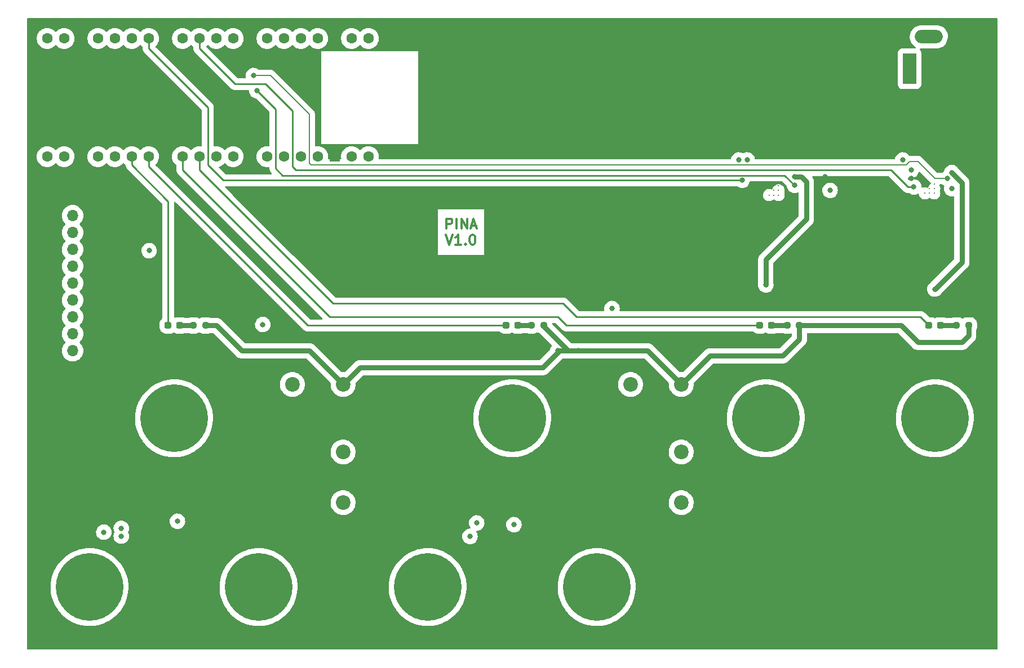
<source format=gtl>
G04 #@! TF.GenerationSoftware,KiCad,Pcbnew,6.0.2+dfsg-1*
G04 #@! TF.CreationDate,2023-02-25T17:51:11+02:00*
G04 #@! TF.ProjectId,pina,70696e61-2e6b-4696-9361-645f70636258,rev?*
G04 #@! TF.SameCoordinates,Original*
G04 #@! TF.FileFunction,Copper,L1,Top*
G04 #@! TF.FilePolarity,Positive*
%FSLAX46Y46*%
G04 Gerber Fmt 4.6, Leading zero omitted, Abs format (unit mm)*
G04 Created by KiCad (PCBNEW 6.0.2+dfsg-1) date 2023-02-25 17:51:11*
%MOMM*%
%LPD*%
G01*
G04 APERTURE LIST*
G04 Aperture macros list*
%AMRoundRect*
0 Rectangle with rounded corners*
0 $1 Rounding radius*
0 $2 $3 $4 $5 $6 $7 $8 $9 X,Y pos of 4 corners*
0 Add a 4 corners polygon primitive as box body*
4,1,4,$2,$3,$4,$5,$6,$7,$8,$9,$2,$3,0*
0 Add four circle primitives for the rounded corners*
1,1,$1+$1,$2,$3*
1,1,$1+$1,$4,$5*
1,1,$1+$1,$6,$7*
1,1,$1+$1,$8,$9*
0 Add four rect primitives between the rounded corners*
20,1,$1+$1,$2,$3,$4,$5,0*
20,1,$1+$1,$4,$5,$6,$7,0*
20,1,$1+$1,$6,$7,$8,$9,0*
20,1,$1+$1,$8,$9,$2,$3,0*%
G04 Aperture macros list end*
%ADD10C,0.300000*%
G04 #@! TA.AperFunction,NonConductor*
%ADD11C,0.300000*%
G04 #@! TD*
G04 #@! TA.AperFunction,SMDPad,CuDef*
%ADD12RoundRect,0.237500X-0.287500X-0.237500X0.287500X-0.237500X0.287500X0.237500X-0.287500X0.237500X0*%
G04 #@! TD*
G04 #@! TA.AperFunction,ComponentPad*
%ADD13C,10.160000*%
G04 #@! TD*
G04 #@! TA.AperFunction,SMDPad,CuDef*
%ADD14RoundRect,0.237500X0.250000X0.237500X-0.250000X0.237500X-0.250000X-0.237500X0.250000X-0.237500X0*%
G04 #@! TD*
G04 #@! TA.AperFunction,ComponentPad*
%ADD15C,1.600000*%
G04 #@! TD*
G04 #@! TA.AperFunction,ComponentPad*
%ADD16RoundRect,0.200000X0.600000X-0.600000X0.600000X0.600000X-0.600000X0.600000X-0.600000X-0.600000X0*%
G04 #@! TD*
G04 #@! TA.AperFunction,ComponentPad*
%ADD17R,1.700000X1.700000*%
G04 #@! TD*
G04 #@! TA.AperFunction,ComponentPad*
%ADD18O,1.700000X1.700000*%
G04 #@! TD*
G04 #@! TA.AperFunction,ComponentPad*
%ADD19R,2.000000X4.600000*%
G04 #@! TD*
G04 #@! TA.AperFunction,ComponentPad*
%ADD20O,2.000000X4.200000*%
G04 #@! TD*
G04 #@! TA.AperFunction,ComponentPad*
%ADD21O,4.200000X2.000000*%
G04 #@! TD*
G04 #@! TA.AperFunction,ComponentPad*
%ADD22C,0.310000*%
G04 #@! TD*
G04 #@! TA.AperFunction,ComponentPad*
%ADD23C,2.200000*%
G04 #@! TD*
G04 #@! TA.AperFunction,ViaPad*
%ADD24C,0.800000*%
G04 #@! TD*
G04 #@! TA.AperFunction,Conductor*
%ADD25C,0.254000*%
G04 #@! TD*
G04 #@! TA.AperFunction,Conductor*
%ADD26C,0.762000*%
G04 #@! TD*
G04 #@! TA.AperFunction,Conductor*
%ADD27C,0.203200*%
G04 #@! TD*
G04 APERTURE END LIST*
D10*
D11*
X149148011Y-73327654D02*
X149148011Y-71827654D01*
X149719440Y-71827654D01*
X149862297Y-71899083D01*
X149933725Y-71970511D01*
X150005154Y-72113368D01*
X150005154Y-72327654D01*
X149933725Y-72470511D01*
X149862297Y-72541940D01*
X149719440Y-72613368D01*
X149148011Y-72613368D01*
X150648011Y-73327654D02*
X150648011Y-71827654D01*
X151362297Y-73327654D02*
X151362297Y-71827654D01*
X152219440Y-73327654D01*
X152219440Y-71827654D01*
X152862297Y-72899083D02*
X153576583Y-72899083D01*
X152719440Y-73327654D02*
X153219440Y-71827654D01*
X153719440Y-73327654D01*
X149040868Y-74242654D02*
X149540868Y-75742654D01*
X150040868Y-74242654D01*
X151326583Y-75742654D02*
X150469440Y-75742654D01*
X150898011Y-75742654D02*
X150898011Y-74242654D01*
X150755154Y-74456940D01*
X150612297Y-74599797D01*
X150469440Y-74671225D01*
X151969440Y-75599797D02*
X152040868Y-75671225D01*
X151969440Y-75742654D01*
X151898011Y-75671225D01*
X151969440Y-75599797D01*
X151969440Y-75742654D01*
X152969440Y-74242654D02*
X153112297Y-74242654D01*
X153255154Y-74314083D01*
X153326583Y-74385511D01*
X153398011Y-74528368D01*
X153469440Y-74814083D01*
X153469440Y-75171225D01*
X153398011Y-75456940D01*
X153326583Y-75599797D01*
X153255154Y-75671225D01*
X153112297Y-75742654D01*
X152969440Y-75742654D01*
X152826583Y-75671225D01*
X152755154Y-75599797D01*
X152683725Y-75456940D01*
X152612297Y-75171225D01*
X152612297Y-74814083D01*
X152683725Y-74528368D01*
X152755154Y-74385511D01*
X152826583Y-74314083D01*
X152969440Y-74242654D01*
D12*
X221629000Y-87884000D03*
X223379000Y-87884000D03*
D13*
X222504000Y-127254000D03*
D14*
X112926500Y-87884000D03*
X111101500Y-87884000D03*
D13*
X171704000Y-127254000D03*
X146304000Y-127254000D03*
D14*
X163726500Y-87884000D03*
X161901500Y-87884000D03*
D13*
X95504000Y-127254000D03*
X197104000Y-101854000D03*
D15*
X89154000Y-62484000D03*
X91694000Y-62484000D03*
D16*
X94234000Y-62484000D03*
D15*
X96774000Y-62484000D03*
X99314000Y-62484000D03*
X101854000Y-62484000D03*
X104394000Y-62484000D03*
D16*
X106934000Y-62484000D03*
D15*
X109474000Y-62484000D03*
X112014000Y-62484000D03*
X114554000Y-62484000D03*
X117094000Y-62484000D03*
D16*
X119634000Y-62484000D03*
D15*
X122174000Y-62484000D03*
X124714000Y-62484000D03*
X127254000Y-62442119D03*
X129794000Y-62484000D03*
D16*
X132334000Y-62484000D03*
D15*
X134874000Y-62484000D03*
X137414000Y-62484000D03*
X137414000Y-44704000D03*
X134874000Y-44704000D03*
D16*
X132334000Y-44704000D03*
D15*
X129794000Y-44704000D03*
X127254000Y-44704000D03*
X124714000Y-44704000D03*
X122174000Y-44704000D03*
D16*
X119634000Y-44704000D03*
D15*
X117094000Y-44704000D03*
X114554000Y-44704000D03*
X112014000Y-44704000D03*
X109474000Y-44704000D03*
D16*
X106934000Y-44704000D03*
D15*
X104394000Y-44704000D03*
X101854000Y-44704000D03*
X99314000Y-44704000D03*
X96774000Y-44704000D03*
D16*
X94234000Y-44704000D03*
D15*
X91694000Y-44704000D03*
X89154000Y-44704000D03*
D12*
X107329000Y-87884000D03*
X109079000Y-87884000D03*
D13*
X197104000Y-127254000D03*
D14*
X202159000Y-87884000D03*
X200334000Y-87884000D03*
D13*
X108204000Y-101854000D03*
D17*
X90424000Y-71374000D03*
D18*
X92964000Y-71374000D03*
X90424000Y-73914000D03*
X92964000Y-73914000D03*
X90424000Y-76454000D03*
X92964000Y-76454000D03*
X90424000Y-78994000D03*
X92964000Y-78994000D03*
X90424000Y-81534000D03*
X92964000Y-81534000D03*
X90424000Y-84074000D03*
X92964000Y-84074000D03*
X90424000Y-86614000D03*
X92964000Y-86614000D03*
X90424000Y-89154000D03*
X92964000Y-89154000D03*
X90424000Y-91694000D03*
X92964000Y-91694000D03*
D13*
X120904000Y-127254000D03*
D19*
X218702000Y-49272000D03*
D20*
X225002000Y-49272000D03*
D21*
X221602000Y-44472000D03*
D12*
X158129000Y-87884000D03*
X159879000Y-87884000D03*
D13*
X159004000Y-101854000D03*
D12*
X196229000Y-87884000D03*
X197979000Y-87884000D03*
D13*
X222504000Y-101854000D03*
D14*
X227584000Y-87884000D03*
X225759000Y-87884000D03*
D22*
X199019000Y-68272000D03*
X199019000Y-67572000D03*
X198319000Y-68272000D03*
X198319000Y-67572000D03*
X197619000Y-66872000D03*
X198319000Y-66872000D03*
X199019000Y-66872000D03*
X197619000Y-68272000D03*
D23*
X184404000Y-96774000D03*
X184404000Y-106934000D03*
X184404000Y-114554000D03*
X176784000Y-96774000D03*
X133604000Y-96774000D03*
X133604000Y-106934000D03*
X133604000Y-114554000D03*
X125984000Y-96774000D03*
D22*
X222408500Y-68010000D03*
X222408500Y-67310000D03*
X221708500Y-68010000D03*
X221708500Y-67310000D03*
X221008500Y-66610000D03*
X221708500Y-66610000D03*
X222408500Y-66610000D03*
X221008500Y-68010000D03*
D24*
X194564000Y-114554000D03*
X225044000Y-114554000D03*
X209804000Y-129794000D03*
X209804000Y-104394000D03*
X209804000Y-96774000D03*
X174244000Y-78994000D03*
X207264000Y-84074000D03*
X212344000Y-76454000D03*
X212344000Y-68834000D03*
X222504000Y-58674000D03*
X212344000Y-58674000D03*
X202184000Y-56134000D03*
X192024000Y-56134000D03*
X227584000Y-43434000D03*
X227584000Y-58674000D03*
X217424000Y-58674000D03*
X207264000Y-58674000D03*
X118364000Y-58674000D03*
X105664000Y-58674000D03*
X92964000Y-58674000D03*
X100584000Y-53594000D03*
X92964000Y-53594000D03*
X148844000Y-53594000D03*
X146304000Y-58674000D03*
X151384000Y-58674000D03*
X151384000Y-48514000D03*
X146304000Y-48514000D03*
X186944000Y-81534000D03*
X159004000Y-76454000D03*
X176784000Y-71374000D03*
X169164000Y-71374000D03*
X143764000Y-71374000D03*
X133604000Y-78994000D03*
X92964000Y-112014000D03*
X92964000Y-101854000D03*
X146304000Y-112014000D03*
X146304000Y-101854000D03*
X209804000Y-117094000D03*
X209804000Y-114554000D03*
X204724000Y-119634000D03*
X214884000Y-119634000D03*
X214884000Y-112014000D03*
X204724000Y-112014000D03*
X205994000Y-65532000D03*
X156591000Y-119507000D03*
X102870000Y-84836000D03*
X156718000Y-52324000D03*
X156718000Y-49784000D03*
X179582000Y-49272000D03*
X206248000Y-71120000D03*
X200676000Y-48510000D03*
X198374000Y-70612000D03*
X218948000Y-65786000D03*
X181610000Y-90170000D03*
X228346000Y-70358000D03*
X189476000Y-43176000D03*
X99060000Y-86360000D03*
X195580000Y-66802000D03*
X221551500Y-62547500D03*
X189357000Y-48895000D03*
X161798000Y-52070000D03*
X229108000Y-65532000D03*
X164342000Y-49272000D03*
X101600000Y-75438000D03*
X221742000Y-70358000D03*
X111506000Y-119380000D03*
X206063000Y-45147000D03*
X196215000Y-61341000D03*
X212279000Y-45147000D03*
X172216000Y-49272000D03*
X126896500Y-90019500D03*
X108712000Y-117348000D03*
X104462500Y-76639500D03*
X206756000Y-67564000D03*
X225044000Y-67310000D03*
X97663000Y-118999000D03*
X159258000Y-117856000D03*
X168910000Y-91694000D03*
X165862000Y-91694000D03*
X167386000Y-91694000D03*
X225044000Y-64897000D03*
X222504000Y-82423000D03*
X197104000Y-81788000D03*
X201422000Y-65532000D03*
X152654000Y-119634000D03*
X194310000Y-62992000D03*
X100278250Y-119582250D03*
X217678000Y-62992000D03*
X153670000Y-117602000D03*
X218948000Y-64516000D03*
X193040000Y-62992000D03*
X100278250Y-118415750D03*
X120142000Y-50292000D03*
X224409000Y-65786000D03*
X201422000Y-66802000D03*
X120650000Y-52578000D03*
X173990000Y-85344000D03*
X121539000Y-87757000D03*
X219329000Y-67056000D03*
X193548000Y-66040000D03*
D25*
X109474000Y-62484000D02*
X109474000Y-64516000D01*
X109474000Y-64516000D02*
X131572000Y-86614000D01*
X131572000Y-86614000D02*
X165862000Y-86614000D01*
X165862000Y-86614000D02*
X167132000Y-87884000D01*
X167132000Y-87884000D02*
X196229000Y-87884000D01*
X112014000Y-62484000D02*
X112014000Y-64516000D01*
X112014000Y-64516000D02*
X132080000Y-84582000D01*
X220359000Y-86614000D02*
X221629000Y-87884000D01*
X132080000Y-84582000D02*
X166624000Y-84582000D01*
X166624000Y-84582000D02*
X168656000Y-86614000D01*
X168656000Y-86614000D02*
X220359000Y-86614000D01*
D26*
X226568000Y-90424000D02*
X227584000Y-89408000D01*
X112926500Y-87884000D02*
X114554000Y-87884000D01*
X166116000Y-91694000D02*
X167386000Y-91694000D01*
X118364000Y-91694000D02*
X128524000Y-91694000D01*
X217424000Y-87884000D02*
X219964000Y-90424000D01*
X163726500Y-87884000D02*
X163726500Y-88034500D01*
X202159000Y-89941000D02*
X199644000Y-92456000D01*
X136144000Y-94234000D02*
X163576000Y-94234000D01*
X188722000Y-92456000D02*
X184404000Y-96774000D01*
X227584000Y-89408000D02*
X227584000Y-87884000D01*
X202159000Y-87884000D02*
X217424000Y-87884000D01*
X199644000Y-92456000D02*
X188722000Y-92456000D01*
X168656000Y-91694000D02*
X179324000Y-91694000D01*
X202159000Y-87884000D02*
X202159000Y-89941000D01*
X128524000Y-91694000D02*
X133604000Y-96774000D01*
X163830000Y-87987500D02*
X163726500Y-87884000D01*
X165862000Y-91694000D02*
X166116000Y-91694000D01*
X163576000Y-94234000D02*
X166116000Y-91694000D01*
X167386000Y-91694000D02*
X168656000Y-91694000D01*
X219964000Y-90424000D02*
X226568000Y-90424000D01*
X133604000Y-96774000D02*
X136144000Y-94234000D01*
X163726500Y-88034500D02*
X167386000Y-91694000D01*
X179324000Y-91694000D02*
X184404000Y-96774000D01*
X114554000Y-87884000D02*
X118364000Y-91694000D01*
X226568000Y-78359000D02*
X226568000Y-66421000D01*
X226568000Y-66421000D02*
X225044000Y-64897000D01*
X222504000Y-82423000D02*
X226568000Y-78359000D01*
X197104000Y-77978000D02*
X203200000Y-71882000D01*
X197104000Y-77978000D02*
X197104000Y-81788000D01*
X203200000Y-71882000D02*
X203200000Y-66294000D01*
X202438000Y-65532000D02*
X201422000Y-65532000D01*
X203200000Y-66294000D02*
X202438000Y-65532000D01*
D27*
X128778000Y-63754000D02*
X218186000Y-63754000D01*
X122682000Y-50292000D02*
X128524000Y-56134000D01*
X218694000Y-63246000D02*
X219964000Y-63246000D01*
X128524000Y-63500000D02*
X128778000Y-63754000D01*
X120142000Y-50292000D02*
X122682000Y-50292000D01*
X219964000Y-63246000D02*
X222504000Y-65786000D01*
X128524000Y-56134000D02*
X128524000Y-63500000D01*
X218186000Y-63754000D02*
X218694000Y-63246000D01*
X222504000Y-65786000D02*
X224409000Y-65786000D01*
D25*
X199933489Y-65313489D02*
X124495489Y-65313489D01*
X123444000Y-55372000D02*
X120650000Y-52578000D01*
X124495489Y-65313489D02*
X123444000Y-64262000D01*
X123444000Y-64262000D02*
X123444000Y-55372000D01*
X201422000Y-66802000D02*
X199933489Y-65313489D01*
X218440000Y-67056000D02*
X219329000Y-67056000D01*
X121920000Y-51562000D02*
X125984000Y-55626000D01*
X126492000Y-64516000D02*
X215900000Y-64516000D01*
X125984000Y-64008000D02*
X126492000Y-64516000D01*
X117348000Y-51562000D02*
X121920000Y-51562000D01*
X215900000Y-64516000D02*
X218440000Y-67056000D01*
X125984000Y-55626000D02*
X125984000Y-64008000D01*
X112014000Y-46228000D02*
X117348000Y-51562000D01*
X112014000Y-44704000D02*
X112014000Y-46228000D01*
X115570000Y-66040000D02*
X193548000Y-66040000D01*
X104394000Y-44704000D02*
X104394000Y-46228000D01*
X104394000Y-46228000D02*
X113284000Y-55118000D01*
X113284000Y-63754000D02*
X115570000Y-66040000D01*
X113284000Y-55118000D02*
X113284000Y-63754000D01*
X158129000Y-87884000D02*
X128270000Y-87884000D01*
X104394000Y-64008000D02*
X104394000Y-62484000D01*
X128270000Y-87884000D02*
X104394000Y-64008000D01*
X101854000Y-63754000D02*
X101854000Y-62484000D01*
X107329000Y-87884000D02*
X107329000Y-69229000D01*
X107329000Y-69229000D02*
X101854000Y-63754000D01*
D26*
X111101500Y-87884000D02*
X109079000Y-87884000D01*
X159879000Y-87884000D02*
X161901500Y-87884000D01*
X200334000Y-87884000D02*
X197979000Y-87884000D01*
X225759000Y-87884000D02*
X223379000Y-87884000D01*
G04 #@! TA.AperFunction,Conductor*
G36*
X231844121Y-41676002D02*
G01*
X231890614Y-41729658D01*
X231902000Y-41782000D01*
X231902000Y-136526000D01*
X231881998Y-136594121D01*
X231828342Y-136640614D01*
X231776000Y-136652000D01*
X86232000Y-136652000D01*
X86163879Y-136631998D01*
X86117386Y-136578342D01*
X86106000Y-136526000D01*
X86106000Y-127111133D01*
X89658251Y-127111133D01*
X89666201Y-127590605D01*
X89666455Y-127593170D01*
X89666455Y-127593174D01*
X89708661Y-128019786D01*
X89713412Y-128067814D01*
X89713877Y-128070358D01*
X89790467Y-128489721D01*
X89799567Y-128539550D01*
X89924084Y-129002640D01*
X90086128Y-129453969D01*
X90284609Y-129890504D01*
X90285865Y-129892755D01*
X90285866Y-129892758D01*
X90495062Y-130267838D01*
X90518191Y-130309308D01*
X90519627Y-130311449D01*
X90756144Y-130664087D01*
X90785304Y-130707564D01*
X90786910Y-130709579D01*
X91053300Y-131043878D01*
X91084151Y-131082594D01*
X91412722Y-131431875D01*
X91414628Y-131433594D01*
X91414636Y-131433602D01*
X91722219Y-131711038D01*
X91768808Y-131753060D01*
X92150015Y-132043987D01*
X92152177Y-132045373D01*
X92152188Y-132045380D01*
X92551607Y-132301311D01*
X92551615Y-132301316D01*
X92553777Y-132302701D01*
X92977381Y-132527461D01*
X92979740Y-132528474D01*
X92979741Y-132528475D01*
X93415613Y-132715741D01*
X93415618Y-132715743D01*
X93417976Y-132716756D01*
X93420411Y-132717573D01*
X93420416Y-132717575D01*
X93870150Y-132868491D01*
X93870161Y-132868494D01*
X93872601Y-132869313D01*
X93875101Y-132869929D01*
X93875110Y-132869932D01*
X94293459Y-132973075D01*
X94338197Y-132984105D01*
X94340745Y-132984515D01*
X94340748Y-132984516D01*
X94443212Y-133001020D01*
X94811633Y-133060361D01*
X95017754Y-133076402D01*
X95287152Y-133097368D01*
X95287160Y-133097368D01*
X95289726Y-133097568D01*
X95292297Y-133097557D01*
X95292303Y-133097557D01*
X95529493Y-133096521D01*
X95769260Y-133095475D01*
X96247010Y-133054098D01*
X96249560Y-133053664D01*
X96249571Y-133053663D01*
X96717223Y-132974145D01*
X96717226Y-132974144D01*
X96719763Y-132973713D01*
X97131065Y-132868491D01*
X97181834Y-132855503D01*
X97181837Y-132855502D01*
X97184339Y-132854862D01*
X97637615Y-132698344D01*
X97639972Y-132697307D01*
X97639982Y-132697303D01*
X97886528Y-132588820D01*
X98076542Y-132505212D01*
X98078815Y-132503981D01*
X98078820Y-132503978D01*
X98495882Y-132278003D01*
X98495889Y-132277999D01*
X98498168Y-132276764D01*
X98852434Y-132045380D01*
X98897483Y-132015957D01*
X98897490Y-132015952D01*
X98899658Y-132014536D01*
X99278311Y-131720293D01*
X99594559Y-131429997D01*
X99629673Y-131397765D01*
X99629679Y-131397759D01*
X99631580Y-131396014D01*
X99633329Y-131394122D01*
X99633335Y-131394116D01*
X99955341Y-131045771D01*
X99957091Y-131043878D01*
X100252654Y-130666254D01*
X100516282Y-130265683D01*
X100517518Y-130263421D01*
X100744957Y-129847133D01*
X100744962Y-129847124D01*
X100746200Y-129844857D01*
X100940863Y-129406606D01*
X101098963Y-128953880D01*
X101219435Y-128489721D01*
X101219873Y-128487196D01*
X101219876Y-128487184D01*
X101301029Y-128019786D01*
X101301029Y-128019783D01*
X101301469Y-128017251D01*
X101339690Y-127593174D01*
X101344329Y-127541705D01*
X101344330Y-127541696D01*
X101344514Y-127539649D01*
X101351495Y-127254000D01*
X101345632Y-127111133D01*
X115058251Y-127111133D01*
X115066201Y-127590605D01*
X115066455Y-127593170D01*
X115066455Y-127593174D01*
X115108661Y-128019786D01*
X115113412Y-128067814D01*
X115113877Y-128070358D01*
X115190467Y-128489721D01*
X115199567Y-128539550D01*
X115324084Y-129002640D01*
X115486128Y-129453969D01*
X115684609Y-129890504D01*
X115685865Y-129892755D01*
X115685866Y-129892758D01*
X115895062Y-130267838D01*
X115918191Y-130309308D01*
X115919627Y-130311449D01*
X116156144Y-130664087D01*
X116185304Y-130707564D01*
X116186910Y-130709579D01*
X116453300Y-131043878D01*
X116484151Y-131082594D01*
X116812722Y-131431875D01*
X116814628Y-131433594D01*
X116814636Y-131433602D01*
X117122219Y-131711038D01*
X117168808Y-131753060D01*
X117550015Y-132043987D01*
X117552177Y-132045373D01*
X117552188Y-132045380D01*
X117951607Y-132301311D01*
X117951615Y-132301316D01*
X117953777Y-132302701D01*
X118377381Y-132527461D01*
X118379740Y-132528474D01*
X118379741Y-132528475D01*
X118815613Y-132715741D01*
X118815618Y-132715743D01*
X118817976Y-132716756D01*
X118820411Y-132717573D01*
X118820416Y-132717575D01*
X119270150Y-132868491D01*
X119270161Y-132868494D01*
X119272601Y-132869313D01*
X119275101Y-132869929D01*
X119275110Y-132869932D01*
X119693459Y-132973075D01*
X119738197Y-132984105D01*
X119740745Y-132984515D01*
X119740748Y-132984516D01*
X119843212Y-133001020D01*
X120211633Y-133060361D01*
X120417754Y-133076402D01*
X120687152Y-133097368D01*
X120687160Y-133097368D01*
X120689726Y-133097568D01*
X120692297Y-133097557D01*
X120692303Y-133097557D01*
X120929493Y-133096521D01*
X121169260Y-133095475D01*
X121647010Y-133054098D01*
X121649560Y-133053664D01*
X121649571Y-133053663D01*
X122117223Y-132974145D01*
X122117226Y-132974144D01*
X122119763Y-132973713D01*
X122531065Y-132868491D01*
X122581834Y-132855503D01*
X122581837Y-132855502D01*
X122584339Y-132854862D01*
X123037615Y-132698344D01*
X123039972Y-132697307D01*
X123039982Y-132697303D01*
X123286528Y-132588820D01*
X123476542Y-132505212D01*
X123478815Y-132503981D01*
X123478820Y-132503978D01*
X123895882Y-132278003D01*
X123895889Y-132277999D01*
X123898168Y-132276764D01*
X124252434Y-132045380D01*
X124297483Y-132015957D01*
X124297490Y-132015952D01*
X124299658Y-132014536D01*
X124678311Y-131720293D01*
X124994559Y-131429997D01*
X125029673Y-131397765D01*
X125029679Y-131397759D01*
X125031580Y-131396014D01*
X125033329Y-131394122D01*
X125033335Y-131394116D01*
X125355341Y-131045771D01*
X125357091Y-131043878D01*
X125652654Y-130666254D01*
X125916282Y-130265683D01*
X125917518Y-130263421D01*
X126144957Y-129847133D01*
X126144962Y-129847124D01*
X126146200Y-129844857D01*
X126340863Y-129406606D01*
X126498963Y-128953880D01*
X126619435Y-128489721D01*
X126619873Y-128487196D01*
X126619876Y-128487184D01*
X126701029Y-128019786D01*
X126701029Y-128019783D01*
X126701469Y-128017251D01*
X126739690Y-127593174D01*
X126744329Y-127541705D01*
X126744330Y-127541696D01*
X126744514Y-127539649D01*
X126751495Y-127254000D01*
X126745632Y-127111133D01*
X140458251Y-127111133D01*
X140466201Y-127590605D01*
X140466455Y-127593170D01*
X140466455Y-127593174D01*
X140508661Y-128019786D01*
X140513412Y-128067814D01*
X140513877Y-128070358D01*
X140590467Y-128489721D01*
X140599567Y-128539550D01*
X140724084Y-129002640D01*
X140886128Y-129453969D01*
X141084609Y-129890504D01*
X141085865Y-129892755D01*
X141085866Y-129892758D01*
X141295062Y-130267838D01*
X141318191Y-130309308D01*
X141319627Y-130311449D01*
X141556144Y-130664087D01*
X141585304Y-130707564D01*
X141586910Y-130709579D01*
X141853300Y-131043878D01*
X141884151Y-131082594D01*
X142212722Y-131431875D01*
X142214628Y-131433594D01*
X142214636Y-131433602D01*
X142522219Y-131711038D01*
X142568808Y-131753060D01*
X142950015Y-132043987D01*
X142952177Y-132045373D01*
X142952188Y-132045380D01*
X143351607Y-132301311D01*
X143351615Y-132301316D01*
X143353777Y-132302701D01*
X143777381Y-132527461D01*
X143779740Y-132528474D01*
X143779741Y-132528475D01*
X144215613Y-132715741D01*
X144215618Y-132715743D01*
X144217976Y-132716756D01*
X144220411Y-132717573D01*
X144220416Y-132717575D01*
X144670150Y-132868491D01*
X144670161Y-132868494D01*
X144672601Y-132869313D01*
X144675101Y-132869929D01*
X144675110Y-132869932D01*
X145093459Y-132973075D01*
X145138197Y-132984105D01*
X145140745Y-132984515D01*
X145140748Y-132984516D01*
X145243212Y-133001020D01*
X145611633Y-133060361D01*
X145817754Y-133076402D01*
X146087152Y-133097368D01*
X146087160Y-133097368D01*
X146089726Y-133097568D01*
X146092297Y-133097557D01*
X146092303Y-133097557D01*
X146329493Y-133096521D01*
X146569260Y-133095475D01*
X147047010Y-133054098D01*
X147049560Y-133053664D01*
X147049571Y-133053663D01*
X147517223Y-132974145D01*
X147517226Y-132974144D01*
X147519763Y-132973713D01*
X147931065Y-132868491D01*
X147981834Y-132855503D01*
X147981837Y-132855502D01*
X147984339Y-132854862D01*
X148437615Y-132698344D01*
X148439972Y-132697307D01*
X148439982Y-132697303D01*
X148686528Y-132588820D01*
X148876542Y-132505212D01*
X148878815Y-132503981D01*
X148878820Y-132503978D01*
X149295882Y-132278003D01*
X149295889Y-132277999D01*
X149298168Y-132276764D01*
X149652434Y-132045380D01*
X149697483Y-132015957D01*
X149697490Y-132015952D01*
X149699658Y-132014536D01*
X150078311Y-131720293D01*
X150394559Y-131429997D01*
X150429673Y-131397765D01*
X150429679Y-131397759D01*
X150431580Y-131396014D01*
X150433329Y-131394122D01*
X150433335Y-131394116D01*
X150755341Y-131045771D01*
X150757091Y-131043878D01*
X151052654Y-130666254D01*
X151316282Y-130265683D01*
X151317518Y-130263421D01*
X151544957Y-129847133D01*
X151544962Y-129847124D01*
X151546200Y-129844857D01*
X151740863Y-129406606D01*
X151898963Y-128953880D01*
X152019435Y-128489721D01*
X152019873Y-128487196D01*
X152019876Y-128487184D01*
X152101029Y-128019786D01*
X152101029Y-128019783D01*
X152101469Y-128017251D01*
X152139690Y-127593174D01*
X152144329Y-127541705D01*
X152144330Y-127541696D01*
X152144514Y-127539649D01*
X152151495Y-127254000D01*
X152145632Y-127111133D01*
X165858251Y-127111133D01*
X165866201Y-127590605D01*
X165866455Y-127593170D01*
X165866455Y-127593174D01*
X165908661Y-128019786D01*
X165913412Y-128067814D01*
X165913877Y-128070358D01*
X165990467Y-128489721D01*
X165999567Y-128539550D01*
X166124084Y-129002640D01*
X166286128Y-129453969D01*
X166484609Y-129890504D01*
X166485865Y-129892755D01*
X166485866Y-129892758D01*
X166695062Y-130267838D01*
X166718191Y-130309308D01*
X166719627Y-130311449D01*
X166956144Y-130664087D01*
X166985304Y-130707564D01*
X166986910Y-130709579D01*
X167253300Y-131043878D01*
X167284151Y-131082594D01*
X167612722Y-131431875D01*
X167614628Y-131433594D01*
X167614636Y-131433602D01*
X167922219Y-131711038D01*
X167968808Y-131753060D01*
X168350015Y-132043987D01*
X168352177Y-132045373D01*
X168352188Y-132045380D01*
X168751607Y-132301311D01*
X168751615Y-132301316D01*
X168753777Y-132302701D01*
X169177381Y-132527461D01*
X169179740Y-132528474D01*
X169179741Y-132528475D01*
X169615613Y-132715741D01*
X169615618Y-132715743D01*
X169617976Y-132716756D01*
X169620411Y-132717573D01*
X169620416Y-132717575D01*
X170070150Y-132868491D01*
X170070161Y-132868494D01*
X170072601Y-132869313D01*
X170075101Y-132869929D01*
X170075110Y-132869932D01*
X170493459Y-132973075D01*
X170538197Y-132984105D01*
X170540745Y-132984515D01*
X170540748Y-132984516D01*
X170643212Y-133001020D01*
X171011633Y-133060361D01*
X171217754Y-133076402D01*
X171487152Y-133097368D01*
X171487160Y-133097368D01*
X171489726Y-133097568D01*
X171492297Y-133097557D01*
X171492303Y-133097557D01*
X171729493Y-133096521D01*
X171969260Y-133095475D01*
X172447010Y-133054098D01*
X172449560Y-133053664D01*
X172449571Y-133053663D01*
X172917223Y-132974145D01*
X172917226Y-132974144D01*
X172919763Y-132973713D01*
X173331065Y-132868491D01*
X173381834Y-132855503D01*
X173381837Y-132855502D01*
X173384339Y-132854862D01*
X173837615Y-132698344D01*
X173839972Y-132697307D01*
X173839982Y-132697303D01*
X174086528Y-132588820D01*
X174276542Y-132505212D01*
X174278815Y-132503981D01*
X174278820Y-132503978D01*
X174695882Y-132278003D01*
X174695889Y-132277999D01*
X174698168Y-132276764D01*
X175052434Y-132045380D01*
X175097483Y-132015957D01*
X175097490Y-132015952D01*
X175099658Y-132014536D01*
X175478311Y-131720293D01*
X175794559Y-131429997D01*
X175829673Y-131397765D01*
X175829679Y-131397759D01*
X175831580Y-131396014D01*
X175833329Y-131394122D01*
X175833335Y-131394116D01*
X176155341Y-131045771D01*
X176157091Y-131043878D01*
X176452654Y-130666254D01*
X176716282Y-130265683D01*
X176717518Y-130263421D01*
X176944957Y-129847133D01*
X176944962Y-129847124D01*
X176946200Y-129844857D01*
X177140863Y-129406606D01*
X177298963Y-128953880D01*
X177419435Y-128489721D01*
X177419873Y-128487196D01*
X177419876Y-128487184D01*
X177501029Y-128019786D01*
X177501029Y-128019783D01*
X177501469Y-128017251D01*
X177539690Y-127593174D01*
X177544329Y-127541705D01*
X177544330Y-127541696D01*
X177544514Y-127539649D01*
X177551495Y-127254000D01*
X177531832Y-126774865D01*
X177472976Y-126298952D01*
X177443718Y-126158289D01*
X177375848Y-125831989D01*
X177375846Y-125831980D01*
X177375322Y-125829462D01*
X177239527Y-125369553D01*
X177066504Y-124922317D01*
X177003364Y-124791995D01*
X176858548Y-124493093D01*
X176858541Y-124493081D01*
X176857418Y-124490762D01*
X176613673Y-124077790D01*
X176336910Y-123686179D01*
X176028989Y-123318563D01*
X175691982Y-122977413D01*
X175328155Y-122665024D01*
X174939954Y-122383497D01*
X174937749Y-122382159D01*
X174937743Y-122382155D01*
X174532208Y-122136071D01*
X174532202Y-122136068D01*
X174529991Y-122134726D01*
X174101023Y-121920382D01*
X173655934Y-121741909D01*
X173197718Y-121600505D01*
X172729456Y-121497123D01*
X172254298Y-121432456D01*
X172251730Y-121432319D01*
X172251728Y-121432319D01*
X171778018Y-121407078D01*
X171778008Y-121407078D01*
X171775439Y-121406941D01*
X171772865Y-121407015D01*
X171772854Y-121407015D01*
X171502174Y-121414813D01*
X171296099Y-121420749D01*
X170819503Y-121473787D01*
X170816978Y-121474280D01*
X170816972Y-121474281D01*
X170451568Y-121545640D01*
X170348855Y-121565698D01*
X170346372Y-121566398D01*
X170346369Y-121566399D01*
X170222747Y-121601264D01*
X169887321Y-121695864D01*
X169884894Y-121696769D01*
X169440420Y-121862509D01*
X169440410Y-121862513D01*
X169438005Y-121863410D01*
X169316659Y-121920382D01*
X169006252Y-122066117D01*
X169006244Y-122066121D01*
X169003927Y-122067209D01*
X168795968Y-122186550D01*
X168590237Y-122304611D01*
X168590229Y-122304616D01*
X168588009Y-122305890D01*
X168193046Y-122577848D01*
X168191058Y-122579472D01*
X168191057Y-122579473D01*
X167823693Y-122879621D01*
X167823685Y-122879628D01*
X167821695Y-122881254D01*
X167476453Y-123214069D01*
X167474761Y-123215992D01*
X167474752Y-123216001D01*
X167384491Y-123318563D01*
X167159643Y-123574052D01*
X167158108Y-123576115D01*
X167158100Y-123576125D01*
X166874936Y-123956711D01*
X166873394Y-123958784D01*
X166619633Y-124365677D01*
X166618451Y-124367972D01*
X166554010Y-124493093D01*
X166400065Y-124791995D01*
X166216167Y-125234871D01*
X166069176Y-125691325D01*
X165960080Y-126158289D01*
X165889614Y-126632621D01*
X165858251Y-127111133D01*
X152145632Y-127111133D01*
X152131832Y-126774865D01*
X152072976Y-126298952D01*
X152043718Y-126158289D01*
X151975848Y-125831989D01*
X151975846Y-125831980D01*
X151975322Y-125829462D01*
X151839527Y-125369553D01*
X151666504Y-124922317D01*
X151603364Y-124791995D01*
X151458548Y-124493093D01*
X151458541Y-124493081D01*
X151457418Y-124490762D01*
X151213673Y-124077790D01*
X150936910Y-123686179D01*
X150628989Y-123318563D01*
X150291982Y-122977413D01*
X149928155Y-122665024D01*
X149539954Y-122383497D01*
X149537749Y-122382159D01*
X149537743Y-122382155D01*
X149132208Y-122136071D01*
X149132202Y-122136068D01*
X149129991Y-122134726D01*
X148701023Y-121920382D01*
X148255934Y-121741909D01*
X147797718Y-121600505D01*
X147329456Y-121497123D01*
X146854298Y-121432456D01*
X146851730Y-121432319D01*
X146851728Y-121432319D01*
X146378018Y-121407078D01*
X146378008Y-121407078D01*
X146375439Y-121406941D01*
X146372865Y-121407015D01*
X146372854Y-121407015D01*
X146102174Y-121414813D01*
X145896099Y-121420749D01*
X145419503Y-121473787D01*
X145416978Y-121474280D01*
X145416972Y-121474281D01*
X145051568Y-121545640D01*
X144948855Y-121565698D01*
X144946372Y-121566398D01*
X144946369Y-121566399D01*
X144822747Y-121601264D01*
X144487321Y-121695864D01*
X144484894Y-121696769D01*
X144040420Y-121862509D01*
X144040410Y-121862513D01*
X144038005Y-121863410D01*
X143916659Y-121920382D01*
X143606252Y-122066117D01*
X143606244Y-122066121D01*
X143603927Y-122067209D01*
X143395968Y-122186550D01*
X143190237Y-122304611D01*
X143190229Y-122304616D01*
X143188009Y-122305890D01*
X142793046Y-122577848D01*
X142791058Y-122579472D01*
X142791057Y-122579473D01*
X142423693Y-122879621D01*
X142423685Y-122879628D01*
X142421695Y-122881254D01*
X142076453Y-123214069D01*
X142074761Y-123215992D01*
X142074752Y-123216001D01*
X141984491Y-123318563D01*
X141759643Y-123574052D01*
X141758108Y-123576115D01*
X141758100Y-123576125D01*
X141474936Y-123956711D01*
X141473394Y-123958784D01*
X141219633Y-124365677D01*
X141218451Y-124367972D01*
X141154010Y-124493093D01*
X141000065Y-124791995D01*
X140816167Y-125234871D01*
X140669176Y-125691325D01*
X140560080Y-126158289D01*
X140489614Y-126632621D01*
X140458251Y-127111133D01*
X126745632Y-127111133D01*
X126731832Y-126774865D01*
X126672976Y-126298952D01*
X126643718Y-126158289D01*
X126575848Y-125831989D01*
X126575846Y-125831980D01*
X126575322Y-125829462D01*
X126439527Y-125369553D01*
X126266504Y-124922317D01*
X126203364Y-124791995D01*
X126058548Y-124493093D01*
X126058541Y-124493081D01*
X126057418Y-124490762D01*
X125813673Y-124077790D01*
X125536910Y-123686179D01*
X125228989Y-123318563D01*
X124891982Y-122977413D01*
X124528155Y-122665024D01*
X124139954Y-122383497D01*
X124137749Y-122382159D01*
X124137743Y-122382155D01*
X123732208Y-122136071D01*
X123732202Y-122136068D01*
X123729991Y-122134726D01*
X123301023Y-121920382D01*
X122855934Y-121741909D01*
X122397718Y-121600505D01*
X121929456Y-121497123D01*
X121454298Y-121432456D01*
X121451730Y-121432319D01*
X121451728Y-121432319D01*
X120978018Y-121407078D01*
X120978008Y-121407078D01*
X120975439Y-121406941D01*
X120972865Y-121407015D01*
X120972854Y-121407015D01*
X120702174Y-121414813D01*
X120496099Y-121420749D01*
X120019503Y-121473787D01*
X120016978Y-121474280D01*
X120016972Y-121474281D01*
X119651568Y-121545640D01*
X119548855Y-121565698D01*
X119546372Y-121566398D01*
X119546369Y-121566399D01*
X119422747Y-121601264D01*
X119087321Y-121695864D01*
X119084894Y-121696769D01*
X118640420Y-121862509D01*
X118640410Y-121862513D01*
X118638005Y-121863410D01*
X118516659Y-121920382D01*
X118206252Y-122066117D01*
X118206244Y-122066121D01*
X118203927Y-122067209D01*
X117995968Y-122186550D01*
X117790237Y-122304611D01*
X117790229Y-122304616D01*
X117788009Y-122305890D01*
X117393046Y-122577848D01*
X117391058Y-122579472D01*
X117391057Y-122579473D01*
X117023693Y-122879621D01*
X117023685Y-122879628D01*
X117021695Y-122881254D01*
X116676453Y-123214069D01*
X116674761Y-123215992D01*
X116674752Y-123216001D01*
X116584491Y-123318563D01*
X116359643Y-123574052D01*
X116358108Y-123576115D01*
X116358100Y-123576125D01*
X116074936Y-123956711D01*
X116073394Y-123958784D01*
X115819633Y-124365677D01*
X115818451Y-124367972D01*
X115754010Y-124493093D01*
X115600065Y-124791995D01*
X115416167Y-125234871D01*
X115269176Y-125691325D01*
X115160080Y-126158289D01*
X115089614Y-126632621D01*
X115058251Y-127111133D01*
X101345632Y-127111133D01*
X101331832Y-126774865D01*
X101272976Y-126298952D01*
X101243718Y-126158289D01*
X101175848Y-125831989D01*
X101175846Y-125831980D01*
X101175322Y-125829462D01*
X101039527Y-125369553D01*
X100866504Y-124922317D01*
X100803364Y-124791995D01*
X100658548Y-124493093D01*
X100658541Y-124493081D01*
X100657418Y-124490762D01*
X100413673Y-124077790D01*
X100136910Y-123686179D01*
X99828989Y-123318563D01*
X99491982Y-122977413D01*
X99128155Y-122665024D01*
X98739954Y-122383497D01*
X98737749Y-122382159D01*
X98737743Y-122382155D01*
X98332208Y-122136071D01*
X98332202Y-122136068D01*
X98329991Y-122134726D01*
X97901023Y-121920382D01*
X97455934Y-121741909D01*
X96997718Y-121600505D01*
X96529456Y-121497123D01*
X96054298Y-121432456D01*
X96051730Y-121432319D01*
X96051728Y-121432319D01*
X95578018Y-121407078D01*
X95578008Y-121407078D01*
X95575439Y-121406941D01*
X95572865Y-121407015D01*
X95572854Y-121407015D01*
X95302174Y-121414813D01*
X95096099Y-121420749D01*
X94619503Y-121473787D01*
X94616978Y-121474280D01*
X94616972Y-121474281D01*
X94251568Y-121545640D01*
X94148855Y-121565698D01*
X94146372Y-121566398D01*
X94146369Y-121566399D01*
X94022747Y-121601264D01*
X93687321Y-121695864D01*
X93684894Y-121696769D01*
X93240420Y-121862509D01*
X93240410Y-121862513D01*
X93238005Y-121863410D01*
X93116659Y-121920382D01*
X92806252Y-122066117D01*
X92806244Y-122066121D01*
X92803927Y-122067209D01*
X92595968Y-122186550D01*
X92390237Y-122304611D01*
X92390229Y-122304616D01*
X92388009Y-122305890D01*
X91993046Y-122577848D01*
X91991058Y-122579472D01*
X91991057Y-122579473D01*
X91623693Y-122879621D01*
X91623685Y-122879628D01*
X91621695Y-122881254D01*
X91276453Y-123214069D01*
X91274761Y-123215992D01*
X91274752Y-123216001D01*
X91184491Y-123318563D01*
X90959643Y-123574052D01*
X90958108Y-123576115D01*
X90958100Y-123576125D01*
X90674936Y-123956711D01*
X90673394Y-123958784D01*
X90419633Y-124365677D01*
X90418451Y-124367972D01*
X90354010Y-124493093D01*
X90200065Y-124791995D01*
X90016167Y-125234871D01*
X89869176Y-125691325D01*
X89760080Y-126158289D01*
X89689614Y-126632621D01*
X89658251Y-127111133D01*
X86106000Y-127111133D01*
X86106000Y-118968439D01*
X96495920Y-118968439D01*
X96509894Y-119181634D01*
X96562485Y-119388713D01*
X96651933Y-119582740D01*
X96775241Y-119757218D01*
X96928281Y-119906302D01*
X97105927Y-120025001D01*
X97111230Y-120027279D01*
X97111233Y-120027281D01*
X97288380Y-120103389D01*
X97302229Y-120109339D01*
X97403993Y-120132366D01*
X97504977Y-120155217D01*
X97504980Y-120155217D01*
X97510613Y-120156492D01*
X97516384Y-120156719D01*
X97516386Y-120156719D01*
X97581363Y-120159272D01*
X97724101Y-120164880D01*
X97829822Y-120149551D01*
X97929829Y-120135051D01*
X97929834Y-120135050D01*
X97935543Y-120134222D01*
X97941007Y-120132367D01*
X97941012Y-120132366D01*
X98132389Y-120067402D01*
X98137857Y-120065546D01*
X98324268Y-119961151D01*
X98488533Y-119824533D01*
X98625151Y-119660268D01*
X98685958Y-119551689D01*
X99111170Y-119551689D01*
X99125144Y-119764884D01*
X99177735Y-119971963D01*
X99267183Y-120165990D01*
X99390491Y-120340468D01*
X99543531Y-120489552D01*
X99721177Y-120608251D01*
X99726480Y-120610529D01*
X99726483Y-120610531D01*
X99841628Y-120660001D01*
X99917479Y-120692589D01*
X100019243Y-120715616D01*
X100120227Y-120738467D01*
X100120230Y-120738467D01*
X100125863Y-120739742D01*
X100131634Y-120739969D01*
X100131636Y-120739969D01*
X100184834Y-120742059D01*
X100339351Y-120748130D01*
X100445072Y-120732801D01*
X100545079Y-120718301D01*
X100545084Y-120718300D01*
X100550793Y-120717472D01*
X100556257Y-120715617D01*
X100556262Y-120715616D01*
X100747639Y-120650652D01*
X100753107Y-120648796D01*
X100939518Y-120544401D01*
X101103783Y-120407783D01*
X101240401Y-120243518D01*
X101344796Y-120057107D01*
X101377369Y-119961151D01*
X101411616Y-119860262D01*
X101411617Y-119860257D01*
X101413472Y-119854793D01*
X101417325Y-119828224D01*
X101436094Y-119698775D01*
X101444130Y-119643351D01*
X101445175Y-119603439D01*
X151486920Y-119603439D01*
X151500894Y-119816634D01*
X151553485Y-120023713D01*
X151642933Y-120217740D01*
X151646266Y-120222456D01*
X151732520Y-120344503D01*
X151766241Y-120392218D01*
X151919281Y-120541302D01*
X152096927Y-120660001D01*
X152102230Y-120662279D01*
X152102233Y-120662281D01*
X152287922Y-120742059D01*
X152293229Y-120744339D01*
X152394993Y-120767366D01*
X152495977Y-120790217D01*
X152495980Y-120790217D01*
X152501613Y-120791492D01*
X152507384Y-120791719D01*
X152507386Y-120791719D01*
X152572363Y-120794272D01*
X152715101Y-120799880D01*
X152820822Y-120784551D01*
X152920829Y-120770051D01*
X152920834Y-120770050D01*
X152926543Y-120769222D01*
X152932007Y-120767367D01*
X152932012Y-120767366D01*
X153123389Y-120702402D01*
X153128857Y-120700546D01*
X153315268Y-120596151D01*
X153479533Y-120459533D01*
X153575203Y-120344503D01*
X153612460Y-120299706D01*
X153616151Y-120295268D01*
X153720546Y-120108857D01*
X153751349Y-120018113D01*
X153787366Y-119912012D01*
X153787367Y-119912007D01*
X153789222Y-119906543D01*
X153796726Y-119854793D01*
X153819347Y-119698775D01*
X153819880Y-119695101D01*
X153821480Y-119634000D01*
X153801930Y-119421244D01*
X153795092Y-119396996D01*
X153745504Y-119221172D01*
X153745503Y-119221170D01*
X153743936Y-119215613D01*
X153732662Y-119192750D01*
X153651995Y-119029174D01*
X153649440Y-119023993D01*
X153645984Y-119019365D01*
X153645981Y-119019360D01*
X153607999Y-118968495D01*
X153583267Y-118901945D01*
X153598442Y-118832589D01*
X153648704Y-118782447D01*
X153713905Y-118767204D01*
X153731101Y-118767880D01*
X153836822Y-118752551D01*
X153936829Y-118738051D01*
X153936834Y-118738050D01*
X153942543Y-118737222D01*
X153948007Y-118735367D01*
X153948012Y-118735366D01*
X154139389Y-118670402D01*
X154144857Y-118668546D01*
X154331268Y-118564151D01*
X154382303Y-118521706D01*
X154491095Y-118431224D01*
X154495533Y-118427533D01*
X154632151Y-118263268D01*
X154736546Y-118076857D01*
X154761198Y-118004234D01*
X154803366Y-117880012D01*
X154803367Y-117880007D01*
X154805222Y-117874543D01*
X154808447Y-117852305D01*
X154812342Y-117825439D01*
X158090920Y-117825439D01*
X158104894Y-118038634D01*
X158157485Y-118245713D01*
X158246933Y-118439740D01*
X158270379Y-118472916D01*
X158359051Y-118598384D01*
X158370241Y-118614218D01*
X158523281Y-118763302D01*
X158528084Y-118766512D01*
X158528085Y-118766512D01*
X158594231Y-118810709D01*
X158700927Y-118882001D01*
X158706230Y-118884279D01*
X158706233Y-118884281D01*
X158832455Y-118938510D01*
X158897229Y-118966339D01*
X158983503Y-118985861D01*
X159099977Y-119012217D01*
X159099980Y-119012217D01*
X159105613Y-119013492D01*
X159111384Y-119013719D01*
X159111386Y-119013719D01*
X159176363Y-119016272D01*
X159319101Y-119021880D01*
X159424822Y-119006551D01*
X159524829Y-118992051D01*
X159524834Y-118992050D01*
X159530543Y-118991222D01*
X159536007Y-118989367D01*
X159536012Y-118989366D01*
X159727389Y-118924402D01*
X159732857Y-118922546D01*
X159919268Y-118818151D01*
X160083533Y-118681533D01*
X160220151Y-118517268D01*
X160324546Y-118330857D01*
X160361353Y-118222427D01*
X160391366Y-118134012D01*
X160391367Y-118134007D01*
X160393222Y-118128543D01*
X160397144Y-118101498D01*
X160415557Y-117974500D01*
X160423880Y-117917101D01*
X160425480Y-117856000D01*
X160405930Y-117643244D01*
X160402375Y-117630637D01*
X160349504Y-117443172D01*
X160349503Y-117443170D01*
X160347936Y-117437613D01*
X160336662Y-117414750D01*
X160255995Y-117251174D01*
X160253440Y-117245993D01*
X160234139Y-117220145D01*
X160129060Y-117079427D01*
X160129059Y-117079426D01*
X160125607Y-117074803D01*
X160121371Y-117070887D01*
X159972957Y-116933695D01*
X159972954Y-116933693D01*
X159968717Y-116929776D01*
X159788025Y-116815768D01*
X159589582Y-116736597D01*
X159583925Y-116735472D01*
X159583919Y-116735470D01*
X159385703Y-116696043D01*
X159385699Y-116696043D01*
X159380035Y-116694916D01*
X159374260Y-116694840D01*
X159374256Y-116694840D01*
X159266997Y-116693436D01*
X159166401Y-116692119D01*
X159160704Y-116693098D01*
X159160703Y-116693098D01*
X158961531Y-116727322D01*
X158955834Y-116728301D01*
X158755387Y-116802250D01*
X158750426Y-116805202D01*
X158750425Y-116805202D01*
X158576740Y-116908533D01*
X158576737Y-116908535D01*
X158571772Y-116911489D01*
X158567432Y-116915295D01*
X158567428Y-116915298D01*
X158485251Y-116987366D01*
X158411140Y-117052360D01*
X158278869Y-117220145D01*
X158276180Y-117225256D01*
X158276178Y-117225259D01*
X158243657Y-117287072D01*
X158179389Y-117409225D01*
X158177675Y-117414746D01*
X158177673Y-117414750D01*
X158119531Y-117602000D01*
X158116032Y-117613267D01*
X158090920Y-117825439D01*
X154812342Y-117825439D01*
X154835347Y-117666775D01*
X154835880Y-117663101D01*
X154837480Y-117602000D01*
X154825193Y-117468283D01*
X154818459Y-117394998D01*
X154818458Y-117394995D01*
X154817930Y-117389244D01*
X154813456Y-117373378D01*
X154761504Y-117189172D01*
X154761503Y-117189170D01*
X154759936Y-117183613D01*
X154748662Y-117160750D01*
X154667995Y-116997174D01*
X154665440Y-116991993D01*
X154646139Y-116966145D01*
X154541060Y-116825427D01*
X154541059Y-116825426D01*
X154537607Y-116820803D01*
X154520730Y-116805202D01*
X154384957Y-116679695D01*
X154384954Y-116679693D01*
X154380717Y-116675776D01*
X154200025Y-116561768D01*
X154001582Y-116482597D01*
X153995925Y-116481472D01*
X153995919Y-116481470D01*
X153797703Y-116442043D01*
X153797699Y-116442043D01*
X153792035Y-116440916D01*
X153786260Y-116440840D01*
X153786256Y-116440840D01*
X153678997Y-116439436D01*
X153578401Y-116438119D01*
X153572704Y-116439098D01*
X153572703Y-116439098D01*
X153373531Y-116473322D01*
X153367834Y-116474301D01*
X153167387Y-116548250D01*
X153162426Y-116551202D01*
X153162425Y-116551202D01*
X152988740Y-116654533D01*
X152988737Y-116654535D01*
X152983772Y-116657489D01*
X152979432Y-116661295D01*
X152979428Y-116661298D01*
X152886067Y-116743174D01*
X152823140Y-116798360D01*
X152690869Y-116966145D01*
X152688180Y-116971256D01*
X152688178Y-116971259D01*
X152674544Y-116997174D01*
X152591389Y-117155225D01*
X152589675Y-117160746D01*
X152589673Y-117160750D01*
X152531531Y-117348000D01*
X152528032Y-117359267D01*
X152502920Y-117571439D01*
X152516894Y-117784634D01*
X152569485Y-117991713D01*
X152658933Y-118185740D01*
X152716861Y-118267706D01*
X152719969Y-118272104D01*
X152742950Y-118339278D01*
X152725966Y-118408213D01*
X152674408Y-118457023D01*
X152615423Y-118470813D01*
X152596588Y-118470567D01*
X152562401Y-118470119D01*
X152556704Y-118471098D01*
X152556703Y-118471098D01*
X152363962Y-118504217D01*
X152351834Y-118506301D01*
X152151387Y-118580250D01*
X152146426Y-118583202D01*
X152146425Y-118583202D01*
X151972740Y-118686533D01*
X151972737Y-118686535D01*
X151967772Y-118689489D01*
X151963432Y-118693295D01*
X151963428Y-118693298D01*
X151825270Y-118814460D01*
X151807140Y-118830360D01*
X151674869Y-118998145D01*
X151672180Y-119003256D01*
X151672178Y-119003259D01*
X151658544Y-119029174D01*
X151575389Y-119187225D01*
X151573675Y-119192746D01*
X151573673Y-119192750D01*
X151514564Y-119383113D01*
X151512032Y-119391267D01*
X151486920Y-119603439D01*
X101445175Y-119603439D01*
X101445730Y-119582250D01*
X101427674Y-119385752D01*
X101426709Y-119375248D01*
X101426708Y-119375245D01*
X101426180Y-119369494D01*
X101419342Y-119345246D01*
X101369754Y-119169422D01*
X101369753Y-119169420D01*
X101368186Y-119163863D01*
X101356912Y-119141000D01*
X101314898Y-119055804D01*
X101302708Y-118985861D01*
X101317970Y-118938510D01*
X101341973Y-118895650D01*
X101341978Y-118895640D01*
X101344796Y-118890607D01*
X101366539Y-118826553D01*
X101411616Y-118693762D01*
X101411617Y-118693757D01*
X101413472Y-118688293D01*
X101414453Y-118681533D01*
X101438881Y-118513051D01*
X101444130Y-118476851D01*
X101445730Y-118415750D01*
X101433517Y-118282844D01*
X101426709Y-118208748D01*
X101426708Y-118208745D01*
X101426180Y-118202994D01*
X101422954Y-118191553D01*
X101369754Y-118002922D01*
X101369753Y-118002920D01*
X101368186Y-117997363D01*
X101362639Y-117986113D01*
X101276245Y-117810924D01*
X101273690Y-117805743D01*
X101262111Y-117790236D01*
X101149310Y-117639177D01*
X101149309Y-117639176D01*
X101145857Y-117634553D01*
X101141621Y-117630637D01*
X100993207Y-117493445D01*
X100993204Y-117493443D01*
X100988967Y-117489526D01*
X100808275Y-117375518D01*
X100662699Y-117317439D01*
X107544920Y-117317439D01*
X107558894Y-117530634D01*
X107611485Y-117737713D01*
X107700933Y-117931740D01*
X107704266Y-117936456D01*
X107800607Y-118072776D01*
X107824241Y-118106218D01*
X107828383Y-118110253D01*
X107887151Y-118167502D01*
X107977281Y-118255302D01*
X108154927Y-118374001D01*
X108160230Y-118376279D01*
X108160233Y-118376281D01*
X108318915Y-118444456D01*
X108351229Y-118458339D01*
X108449276Y-118480525D01*
X108553977Y-118504217D01*
X108553980Y-118504217D01*
X108559613Y-118505492D01*
X108565384Y-118505719D01*
X108565386Y-118505719D01*
X108630363Y-118508272D01*
X108773101Y-118513880D01*
X108878822Y-118498551D01*
X108978829Y-118484051D01*
X108978834Y-118484050D01*
X108984543Y-118483222D01*
X108990007Y-118481367D01*
X108990012Y-118481366D01*
X109181389Y-118416402D01*
X109186857Y-118414546D01*
X109373268Y-118310151D01*
X109424303Y-118267706D01*
X109533095Y-118177224D01*
X109537533Y-118173533D01*
X109674151Y-118009268D01*
X109778546Y-117822857D01*
X109809349Y-117732113D01*
X109845366Y-117626012D01*
X109845367Y-117626007D01*
X109847222Y-117620543D01*
X109850447Y-117598305D01*
X109877347Y-117412775D01*
X109877880Y-117409101D01*
X109879480Y-117348000D01*
X109867267Y-117215094D01*
X109860459Y-117140998D01*
X109860458Y-117140995D01*
X109859930Y-117135244D01*
X109853092Y-117110996D01*
X109803504Y-116935172D01*
X109803503Y-116935170D01*
X109801936Y-116929613D01*
X109792999Y-116911489D01*
X109709995Y-116743174D01*
X109707440Y-116737993D01*
X109688139Y-116712145D01*
X109583060Y-116571427D01*
X109583059Y-116571426D01*
X109579607Y-116566803D01*
X109562730Y-116551202D01*
X109426957Y-116425695D01*
X109426954Y-116425693D01*
X109422717Y-116421776D01*
X109242025Y-116307768D01*
X109043582Y-116228597D01*
X109037925Y-116227472D01*
X109037919Y-116227470D01*
X108839703Y-116188043D01*
X108839699Y-116188043D01*
X108834035Y-116186916D01*
X108828260Y-116186840D01*
X108828256Y-116186840D01*
X108720997Y-116185436D01*
X108620401Y-116184119D01*
X108614704Y-116185098D01*
X108614703Y-116185098D01*
X108438088Y-116215446D01*
X108409834Y-116220301D01*
X108209387Y-116294250D01*
X108204426Y-116297202D01*
X108204425Y-116297202D01*
X108030740Y-116400533D01*
X108030737Y-116400535D01*
X108025772Y-116403489D01*
X108021432Y-116407295D01*
X108021428Y-116407298D01*
X107869481Y-116540553D01*
X107865140Y-116544360D01*
X107732869Y-116712145D01*
X107730180Y-116717256D01*
X107730178Y-116717259D01*
X107685462Y-116802250D01*
X107633389Y-116901225D01*
X107631675Y-116906746D01*
X107631673Y-116906750D01*
X107578056Y-117079427D01*
X107570032Y-117105267D01*
X107544920Y-117317439D01*
X100662699Y-117317439D01*
X100609832Y-117296347D01*
X100604175Y-117295222D01*
X100604169Y-117295220D01*
X100405953Y-117255793D01*
X100405949Y-117255793D01*
X100400285Y-117254666D01*
X100394510Y-117254590D01*
X100394506Y-117254590D01*
X100287247Y-117253186D01*
X100186651Y-117251869D01*
X100180954Y-117252848D01*
X100180953Y-117252848D01*
X99981781Y-117287072D01*
X99976084Y-117288051D01*
X99775637Y-117362000D01*
X99770676Y-117364952D01*
X99770675Y-117364952D01*
X99596990Y-117468283D01*
X99596987Y-117468285D01*
X99592022Y-117471239D01*
X99587682Y-117475045D01*
X99587678Y-117475048D01*
X99442918Y-117602000D01*
X99431390Y-117612110D01*
X99427815Y-117616645D01*
X99427814Y-117616646D01*
X99416784Y-117630637D01*
X99299119Y-117779895D01*
X99296430Y-117785006D01*
X99296428Y-117785009D01*
X99261022Y-117852305D01*
X99199639Y-117968975D01*
X99197925Y-117974496D01*
X99197923Y-117974500D01*
X99150092Y-118128543D01*
X99136282Y-118173017D01*
X99111170Y-118385189D01*
X99125144Y-118598384D01*
X99177735Y-118805463D01*
X99232567Y-118924402D01*
X99243038Y-118947115D01*
X99253393Y-119017352D01*
X99240120Y-119058534D01*
X99199639Y-119135475D01*
X99197925Y-119140996D01*
X99197923Y-119141000D01*
X99157389Y-119271543D01*
X99136282Y-119339517D01*
X99111170Y-119551689D01*
X98685958Y-119551689D01*
X98729546Y-119473857D01*
X98758448Y-119388713D01*
X98796366Y-119277012D01*
X98796367Y-119277007D01*
X98798222Y-119271543D01*
X98811259Y-119181634D01*
X98828347Y-119063775D01*
X98828880Y-119060101D01*
X98830480Y-118999000D01*
X98812696Y-118805463D01*
X98811459Y-118791998D01*
X98811458Y-118791995D01*
X98810930Y-118786244D01*
X98805561Y-118767204D01*
X98754504Y-118586172D01*
X98754503Y-118586170D01*
X98752936Y-118580613D01*
X98746209Y-118566970D01*
X98660995Y-118394174D01*
X98658440Y-118388993D01*
X98639139Y-118363145D01*
X98534060Y-118222427D01*
X98534059Y-118222426D01*
X98530607Y-118217803D01*
X98526371Y-118213887D01*
X98377957Y-118076695D01*
X98377954Y-118076693D01*
X98373717Y-118072776D01*
X98193025Y-117958768D01*
X97994582Y-117879597D01*
X97988925Y-117878472D01*
X97988919Y-117878470D01*
X97790703Y-117839043D01*
X97790699Y-117839043D01*
X97785035Y-117837916D01*
X97779260Y-117837840D01*
X97779256Y-117837840D01*
X97671997Y-117836436D01*
X97571401Y-117835119D01*
X97565704Y-117836098D01*
X97565703Y-117836098D01*
X97375226Y-117868828D01*
X97360834Y-117871301D01*
X97160387Y-117945250D01*
X97155426Y-117948202D01*
X97155425Y-117948202D01*
X96981740Y-118051533D01*
X96981737Y-118051535D01*
X96976772Y-118054489D01*
X96972432Y-118058295D01*
X96972428Y-118058298D01*
X96833090Y-118180495D01*
X96816140Y-118195360D01*
X96683869Y-118363145D01*
X96681180Y-118368256D01*
X96681178Y-118368259D01*
X96656192Y-118415750D01*
X96584389Y-118552225D01*
X96582675Y-118557746D01*
X96582673Y-118557750D01*
X96526946Y-118737222D01*
X96521032Y-118756267D01*
X96495920Y-118968439D01*
X86106000Y-118968439D01*
X86106000Y-114495348D01*
X131737663Y-114495348D01*
X131748018Y-114758902D01*
X131795405Y-115018368D01*
X131878879Y-115268569D01*
X131996773Y-115504512D01*
X132146735Y-115721489D01*
X132325774Y-115915173D01*
X132530317Y-116081697D01*
X132756283Y-116217739D01*
X132767059Y-116222302D01*
X132995062Y-116318849D01*
X132995069Y-116318851D01*
X132999163Y-116320585D01*
X133093776Y-116345671D01*
X133249814Y-116387045D01*
X133249819Y-116387046D01*
X133254111Y-116388184D01*
X133258520Y-116388706D01*
X133258526Y-116388707D01*
X133415606Y-116407298D01*
X133516040Y-116419185D01*
X133779725Y-116412971D01*
X133784120Y-116412239D01*
X133784125Y-116412239D01*
X134035501Y-116370399D01*
X134035505Y-116370398D01*
X134039903Y-116369666D01*
X134235623Y-116307768D01*
X134287138Y-116291476D01*
X134287140Y-116291475D01*
X134291384Y-116290133D01*
X134415075Y-116230737D01*
X134525130Y-116177889D01*
X134525131Y-116177888D01*
X134529149Y-116175959D01*
X134666788Y-116083992D01*
X134744748Y-116031901D01*
X134744752Y-116031898D01*
X134748456Y-116029423D01*
X134751773Y-116026452D01*
X134751777Y-116026449D01*
X134941609Y-115856421D01*
X134941610Y-115856420D01*
X134944927Y-115853449D01*
X135114643Y-115651547D01*
X135254218Y-115427746D01*
X135360867Y-115186511D01*
X135432462Y-114932656D01*
X135437347Y-114896289D01*
X135467146Y-114674428D01*
X135467147Y-114674421D01*
X135467573Y-114671246D01*
X135471258Y-114554000D01*
X135467105Y-114495348D01*
X182537663Y-114495348D01*
X182548018Y-114758902D01*
X182595405Y-115018368D01*
X182678879Y-115268569D01*
X182796773Y-115504512D01*
X182946735Y-115721489D01*
X183125774Y-115915173D01*
X183330317Y-116081697D01*
X183556283Y-116217739D01*
X183567059Y-116222302D01*
X183795062Y-116318849D01*
X183795069Y-116318851D01*
X183799163Y-116320585D01*
X183893776Y-116345671D01*
X184049814Y-116387045D01*
X184049819Y-116387046D01*
X184054111Y-116388184D01*
X184058520Y-116388706D01*
X184058526Y-116388707D01*
X184215606Y-116407298D01*
X184316040Y-116419185D01*
X184579725Y-116412971D01*
X184584120Y-116412239D01*
X184584125Y-116412239D01*
X184835501Y-116370399D01*
X184835505Y-116370398D01*
X184839903Y-116369666D01*
X185035623Y-116307768D01*
X185087138Y-116291476D01*
X185087140Y-116291475D01*
X185091384Y-116290133D01*
X185215075Y-116230737D01*
X185325130Y-116177889D01*
X185325131Y-116177888D01*
X185329149Y-116175959D01*
X185466788Y-116083992D01*
X185544748Y-116031901D01*
X185544752Y-116031898D01*
X185548456Y-116029423D01*
X185551773Y-116026452D01*
X185551777Y-116026449D01*
X185741609Y-115856421D01*
X185741610Y-115856420D01*
X185744927Y-115853449D01*
X185914643Y-115651547D01*
X186054218Y-115427746D01*
X186160867Y-115186511D01*
X186232462Y-114932656D01*
X186237347Y-114896289D01*
X186267146Y-114674428D01*
X186267147Y-114674421D01*
X186267573Y-114671246D01*
X186271258Y-114554000D01*
X186252630Y-114290901D01*
X186197116Y-114033052D01*
X186176433Y-113976986D01*
X186107366Y-113789774D01*
X186105825Y-113785597D01*
X185980578Y-113553473D01*
X185823874Y-113341313D01*
X185820755Y-113338144D01*
X185820751Y-113338140D01*
X185732631Y-113248625D01*
X185638840Y-113153349D01*
X185635300Y-113150647D01*
X185432712Y-112996037D01*
X185432708Y-112996034D01*
X185429167Y-112993332D01*
X185199040Y-112864454D01*
X185194891Y-112862849D01*
X185194887Y-112862847D01*
X185047383Y-112805783D01*
X184953049Y-112769288D01*
X184948724Y-112768285D01*
X184948719Y-112768284D01*
X184845764Y-112744420D01*
X184696104Y-112709731D01*
X184433330Y-112686972D01*
X184428895Y-112687216D01*
X184428891Y-112687216D01*
X184174414Y-112701221D01*
X184174407Y-112701222D01*
X184169971Y-112701466D01*
X183991187Y-112737028D01*
X183915644Y-112752054D01*
X183915642Y-112752055D01*
X183911281Y-112752922D01*
X183662422Y-112840315D01*
X183428360Y-112961901D01*
X183424745Y-112964484D01*
X183424739Y-112964488D01*
X183380591Y-112996037D01*
X183213765Y-113115253D01*
X183022918Y-113297312D01*
X182859627Y-113504445D01*
X182828875Y-113557389D01*
X182729385Y-113728673D01*
X182729382Y-113728679D01*
X182727151Y-113732520D01*
X182725481Y-113736643D01*
X182629805Y-113972854D01*
X182629802Y-113972862D01*
X182628132Y-113976986D01*
X182564547Y-114232964D01*
X182537663Y-114495348D01*
X135467105Y-114495348D01*
X135452630Y-114290901D01*
X135397116Y-114033052D01*
X135376433Y-113976986D01*
X135307366Y-113789774D01*
X135305825Y-113785597D01*
X135180578Y-113553473D01*
X135023874Y-113341313D01*
X135020755Y-113338144D01*
X135020751Y-113338140D01*
X134932631Y-113248625D01*
X134838840Y-113153349D01*
X134835300Y-113150647D01*
X134632712Y-112996037D01*
X134632708Y-112996034D01*
X134629167Y-112993332D01*
X134399040Y-112864454D01*
X134394891Y-112862849D01*
X134394887Y-112862847D01*
X134247383Y-112805783D01*
X134153049Y-112769288D01*
X134148724Y-112768285D01*
X134148719Y-112768284D01*
X134045764Y-112744420D01*
X133896104Y-112709731D01*
X133633330Y-112686972D01*
X133628895Y-112687216D01*
X133628891Y-112687216D01*
X133374414Y-112701221D01*
X133374407Y-112701222D01*
X133369971Y-112701466D01*
X133191187Y-112737028D01*
X133115644Y-112752054D01*
X133115642Y-112752055D01*
X133111281Y-112752922D01*
X132862422Y-112840315D01*
X132628360Y-112961901D01*
X132624745Y-112964484D01*
X132624739Y-112964488D01*
X132580591Y-112996037D01*
X132413765Y-113115253D01*
X132222918Y-113297312D01*
X132059627Y-113504445D01*
X132028875Y-113557389D01*
X131929385Y-113728673D01*
X131929382Y-113728679D01*
X131927151Y-113732520D01*
X131925481Y-113736643D01*
X131829805Y-113972854D01*
X131829802Y-113972862D01*
X131828132Y-113976986D01*
X131764547Y-114232964D01*
X131737663Y-114495348D01*
X86106000Y-114495348D01*
X86106000Y-101711133D01*
X102358251Y-101711133D01*
X102366201Y-102190605D01*
X102366455Y-102193170D01*
X102366455Y-102193174D01*
X102408661Y-102619786D01*
X102413412Y-102667814D01*
X102413877Y-102670358D01*
X102490467Y-103089721D01*
X102499567Y-103139550D01*
X102624084Y-103602640D01*
X102786128Y-104053969D01*
X102984609Y-104490504D01*
X102985865Y-104492755D01*
X102985866Y-104492758D01*
X103195062Y-104867838D01*
X103218191Y-104909308D01*
X103219627Y-104911449D01*
X103456144Y-105264087D01*
X103485304Y-105307564D01*
X103535976Y-105371153D01*
X103753300Y-105643878D01*
X103784151Y-105682594D01*
X104112722Y-106031875D01*
X104114628Y-106033594D01*
X104114636Y-106033602D01*
X104422219Y-106311038D01*
X104468808Y-106353060D01*
X104850015Y-106643987D01*
X104852177Y-106645373D01*
X104852188Y-106645380D01*
X105251607Y-106901311D01*
X105251615Y-106901316D01*
X105253777Y-106902701D01*
X105256055Y-106903910D01*
X105256059Y-106903912D01*
X105527687Y-107048035D01*
X105677381Y-107127461D01*
X105679740Y-107128474D01*
X105679741Y-107128475D01*
X106115613Y-107315741D01*
X106115618Y-107315743D01*
X106117976Y-107316756D01*
X106120411Y-107317573D01*
X106120416Y-107317575D01*
X106570150Y-107468491D01*
X106570161Y-107468494D01*
X106572601Y-107469313D01*
X106575101Y-107469929D01*
X106575110Y-107469932D01*
X106983392Y-107570593D01*
X107038197Y-107584105D01*
X107040745Y-107584515D01*
X107040748Y-107584516D01*
X107143212Y-107601020D01*
X107511633Y-107660361D01*
X107717754Y-107676402D01*
X107987152Y-107697368D01*
X107987160Y-107697368D01*
X107989726Y-107697568D01*
X107992297Y-107697557D01*
X107992303Y-107697557D01*
X108229493Y-107696522D01*
X108469260Y-107695475D01*
X108947010Y-107654098D01*
X108949560Y-107653664D01*
X108949571Y-107653663D01*
X109417223Y-107574145D01*
X109417226Y-107574144D01*
X109419763Y-107573713D01*
X109831065Y-107468491D01*
X109881834Y-107455503D01*
X109881837Y-107455502D01*
X109884339Y-107454862D01*
X110337615Y-107298344D01*
X110339972Y-107297307D01*
X110339982Y-107297303D01*
X110699975Y-107138902D01*
X110776542Y-107105212D01*
X110778815Y-107103981D01*
X110778820Y-107103978D01*
X111195882Y-106878003D01*
X111195889Y-106877999D01*
X111198168Y-106876764D01*
X111200336Y-106875348D01*
X131737663Y-106875348D01*
X131748018Y-107138902D01*
X131795405Y-107398368D01*
X131878879Y-107648569D01*
X131996773Y-107884512D01*
X132146735Y-108101489D01*
X132325774Y-108295173D01*
X132530317Y-108461697D01*
X132756283Y-108597739D01*
X132760376Y-108599472D01*
X132995062Y-108698849D01*
X132995069Y-108698851D01*
X132999163Y-108700585D01*
X133093776Y-108725671D01*
X133249814Y-108767045D01*
X133249819Y-108767046D01*
X133254111Y-108768184D01*
X133258520Y-108768706D01*
X133258526Y-108768707D01*
X133429428Y-108788934D01*
X133516040Y-108799185D01*
X133779725Y-108792971D01*
X133784120Y-108792239D01*
X133784125Y-108792239D01*
X134035501Y-108750399D01*
X134035505Y-108750398D01*
X134039903Y-108749666D01*
X134204014Y-108697764D01*
X134287138Y-108671476D01*
X134287140Y-108671475D01*
X134291384Y-108670133D01*
X134529149Y-108555959D01*
X134666788Y-108463992D01*
X134744748Y-108411901D01*
X134744752Y-108411898D01*
X134748456Y-108409423D01*
X134751773Y-108406452D01*
X134751777Y-108406449D01*
X134941609Y-108236421D01*
X134941610Y-108236420D01*
X134944927Y-108233449D01*
X135114643Y-108031547D01*
X135254218Y-107807746D01*
X135360867Y-107566511D01*
X135432462Y-107312656D01*
X135437347Y-107276289D01*
X135467146Y-107054428D01*
X135467147Y-107054421D01*
X135467573Y-107051246D01*
X135471258Y-106934000D01*
X135452630Y-106670901D01*
X135397116Y-106413052D01*
X135376433Y-106356986D01*
X135307366Y-106169774D01*
X135305825Y-106165597D01*
X135180578Y-105933473D01*
X135023874Y-105721313D01*
X135020755Y-105718144D01*
X135020751Y-105718140D01*
X134932631Y-105628625D01*
X134838840Y-105533349D01*
X134835300Y-105530647D01*
X134632712Y-105376037D01*
X134632708Y-105376034D01*
X134629167Y-105373332D01*
X134399040Y-105244454D01*
X134394891Y-105242849D01*
X134394887Y-105242847D01*
X134247383Y-105185783D01*
X134153049Y-105149288D01*
X134148724Y-105148285D01*
X134148719Y-105148284D01*
X134045764Y-105124420D01*
X133896104Y-105089731D01*
X133633330Y-105066972D01*
X133628895Y-105067216D01*
X133628891Y-105067216D01*
X133374414Y-105081221D01*
X133374407Y-105081222D01*
X133369971Y-105081466D01*
X133191187Y-105117028D01*
X133115644Y-105132054D01*
X133115642Y-105132055D01*
X133111281Y-105132922D01*
X132862422Y-105220315D01*
X132628360Y-105341901D01*
X132624745Y-105344484D01*
X132624739Y-105344488D01*
X132580591Y-105376037D01*
X132413765Y-105495253D01*
X132222918Y-105677312D01*
X132059627Y-105884445D01*
X132028875Y-105937389D01*
X131929385Y-106108673D01*
X131929382Y-106108679D01*
X131927151Y-106112520D01*
X131925481Y-106116643D01*
X131829805Y-106352854D01*
X131829802Y-106352862D01*
X131828132Y-106356986D01*
X131764547Y-106612964D01*
X131737663Y-106875348D01*
X111200336Y-106875348D01*
X111200344Y-106875343D01*
X111597483Y-106615957D01*
X111597490Y-106615952D01*
X111599658Y-106614536D01*
X111858942Y-106413052D01*
X111976264Y-106321884D01*
X111976269Y-106321880D01*
X111978311Y-106320293D01*
X112204659Y-106112520D01*
X112329673Y-105997765D01*
X112329679Y-105997759D01*
X112331580Y-105996014D01*
X112333329Y-105994122D01*
X112333335Y-105994116D01*
X112655341Y-105645771D01*
X112657091Y-105643878D01*
X112741119Y-105536521D01*
X112951059Y-105268292D01*
X112951060Y-105268290D01*
X112952654Y-105266254D01*
X113216282Y-104865683D01*
X113217518Y-104863421D01*
X113444957Y-104447133D01*
X113444962Y-104447124D01*
X113446200Y-104444857D01*
X113640863Y-104006606D01*
X113798963Y-103553880D01*
X113919435Y-103089721D01*
X113919873Y-103087196D01*
X113919876Y-103087184D01*
X114001029Y-102619786D01*
X114001029Y-102619783D01*
X114001469Y-102617251D01*
X114039690Y-102193174D01*
X114044329Y-102141705D01*
X114044330Y-102141696D01*
X114044514Y-102139649D01*
X114051495Y-101854000D01*
X114045632Y-101711133D01*
X153158251Y-101711133D01*
X153166201Y-102190605D01*
X153166455Y-102193170D01*
X153166455Y-102193174D01*
X153208661Y-102619786D01*
X153213412Y-102667814D01*
X153213877Y-102670358D01*
X153290467Y-103089721D01*
X153299567Y-103139550D01*
X153424084Y-103602640D01*
X153586128Y-104053969D01*
X153784609Y-104490504D01*
X153785865Y-104492755D01*
X153785866Y-104492758D01*
X153995062Y-104867838D01*
X154018191Y-104909308D01*
X154019627Y-104911449D01*
X154256144Y-105264087D01*
X154285304Y-105307564D01*
X154335976Y-105371153D01*
X154553300Y-105643878D01*
X154584151Y-105682594D01*
X154912722Y-106031875D01*
X154914628Y-106033594D01*
X154914636Y-106033602D01*
X155222219Y-106311038D01*
X155268808Y-106353060D01*
X155650015Y-106643987D01*
X155652177Y-106645373D01*
X155652188Y-106645380D01*
X156051607Y-106901311D01*
X156051615Y-106901316D01*
X156053777Y-106902701D01*
X156056055Y-106903910D01*
X156056059Y-106903912D01*
X156327687Y-107048035D01*
X156477381Y-107127461D01*
X156479740Y-107128474D01*
X156479741Y-107128475D01*
X156915613Y-107315741D01*
X156915618Y-107315743D01*
X156917976Y-107316756D01*
X156920411Y-107317573D01*
X156920416Y-107317575D01*
X157370150Y-107468491D01*
X157370161Y-107468494D01*
X157372601Y-107469313D01*
X157375101Y-107469929D01*
X157375110Y-107469932D01*
X157783392Y-107570593D01*
X157838197Y-107584105D01*
X157840745Y-107584515D01*
X157840748Y-107584516D01*
X157943212Y-107601020D01*
X158311633Y-107660361D01*
X158517754Y-107676402D01*
X158787152Y-107697368D01*
X158787160Y-107697368D01*
X158789726Y-107697568D01*
X158792297Y-107697557D01*
X158792303Y-107697557D01*
X159029493Y-107696522D01*
X159269260Y-107695475D01*
X159747010Y-107654098D01*
X159749560Y-107653664D01*
X159749571Y-107653663D01*
X160217223Y-107574145D01*
X160217226Y-107574144D01*
X160219763Y-107573713D01*
X160631065Y-107468491D01*
X160681834Y-107455503D01*
X160681837Y-107455502D01*
X160684339Y-107454862D01*
X161137615Y-107298344D01*
X161139972Y-107297307D01*
X161139982Y-107297303D01*
X161499975Y-107138902D01*
X161576542Y-107105212D01*
X161578815Y-107103981D01*
X161578820Y-107103978D01*
X161995882Y-106878003D01*
X161995889Y-106877999D01*
X161998168Y-106876764D01*
X162000336Y-106875348D01*
X182537663Y-106875348D01*
X182548018Y-107138902D01*
X182595405Y-107398368D01*
X182678879Y-107648569D01*
X182796773Y-107884512D01*
X182946735Y-108101489D01*
X183125774Y-108295173D01*
X183330317Y-108461697D01*
X183556283Y-108597739D01*
X183560376Y-108599472D01*
X183795062Y-108698849D01*
X183795069Y-108698851D01*
X183799163Y-108700585D01*
X183893776Y-108725671D01*
X184049814Y-108767045D01*
X184049819Y-108767046D01*
X184054111Y-108768184D01*
X184058520Y-108768706D01*
X184058526Y-108768707D01*
X184229428Y-108788934D01*
X184316040Y-108799185D01*
X184579725Y-108792971D01*
X184584120Y-108792239D01*
X184584125Y-108792239D01*
X184835501Y-108750399D01*
X184835505Y-108750398D01*
X184839903Y-108749666D01*
X185004014Y-108697764D01*
X185087138Y-108671476D01*
X185087140Y-108671475D01*
X185091384Y-108670133D01*
X185329149Y-108555959D01*
X185466788Y-108463992D01*
X185544748Y-108411901D01*
X185544752Y-108411898D01*
X185548456Y-108409423D01*
X185551773Y-108406452D01*
X185551777Y-108406449D01*
X185741609Y-108236421D01*
X185741610Y-108236420D01*
X185744927Y-108233449D01*
X185914643Y-108031547D01*
X186054218Y-107807746D01*
X186160867Y-107566511D01*
X186232462Y-107312656D01*
X186237347Y-107276289D01*
X186267146Y-107054428D01*
X186267147Y-107054421D01*
X186267573Y-107051246D01*
X186271258Y-106934000D01*
X186252630Y-106670901D01*
X186197116Y-106413052D01*
X186176433Y-106356986D01*
X186107366Y-106169774D01*
X186105825Y-106165597D01*
X185980578Y-105933473D01*
X185823874Y-105721313D01*
X185820755Y-105718144D01*
X185820751Y-105718140D01*
X185732631Y-105628625D01*
X185638840Y-105533349D01*
X185635300Y-105530647D01*
X185432712Y-105376037D01*
X185432708Y-105376034D01*
X185429167Y-105373332D01*
X185199040Y-105244454D01*
X185194891Y-105242849D01*
X185194887Y-105242847D01*
X185047383Y-105185783D01*
X184953049Y-105149288D01*
X184948724Y-105148285D01*
X184948719Y-105148284D01*
X184845764Y-105124420D01*
X184696104Y-105089731D01*
X184433330Y-105066972D01*
X184428895Y-105067216D01*
X184428891Y-105067216D01*
X184174414Y-105081221D01*
X184174407Y-105081222D01*
X184169971Y-105081466D01*
X183991187Y-105117028D01*
X183915644Y-105132054D01*
X183915642Y-105132055D01*
X183911281Y-105132922D01*
X183662422Y-105220315D01*
X183428360Y-105341901D01*
X183424745Y-105344484D01*
X183424739Y-105344488D01*
X183380591Y-105376037D01*
X183213765Y-105495253D01*
X183022918Y-105677312D01*
X182859627Y-105884445D01*
X182828875Y-105937389D01*
X182729385Y-106108673D01*
X182729382Y-106108679D01*
X182727151Y-106112520D01*
X182725481Y-106116643D01*
X182629805Y-106352854D01*
X182629802Y-106352862D01*
X182628132Y-106356986D01*
X182564547Y-106612964D01*
X182537663Y-106875348D01*
X162000336Y-106875348D01*
X162000344Y-106875343D01*
X162397483Y-106615957D01*
X162397490Y-106615952D01*
X162399658Y-106614536D01*
X162658942Y-106413052D01*
X162776264Y-106321884D01*
X162776269Y-106321880D01*
X162778311Y-106320293D01*
X163004659Y-106112520D01*
X163129673Y-105997765D01*
X163129679Y-105997759D01*
X163131580Y-105996014D01*
X163133329Y-105994122D01*
X163133335Y-105994116D01*
X163455341Y-105645771D01*
X163457091Y-105643878D01*
X163541119Y-105536521D01*
X163751059Y-105268292D01*
X163751060Y-105268290D01*
X163752654Y-105266254D01*
X164016282Y-104865683D01*
X164017518Y-104863421D01*
X164244957Y-104447133D01*
X164244962Y-104447124D01*
X164246200Y-104444857D01*
X164440863Y-104006606D01*
X164598963Y-103553880D01*
X164719435Y-103089721D01*
X164719873Y-103087196D01*
X164719876Y-103087184D01*
X164801029Y-102619786D01*
X164801029Y-102619783D01*
X164801469Y-102617251D01*
X164839690Y-102193174D01*
X164844329Y-102141705D01*
X164844330Y-102141696D01*
X164844514Y-102139649D01*
X164851495Y-101854000D01*
X164845632Y-101711133D01*
X191258251Y-101711133D01*
X191266201Y-102190605D01*
X191266455Y-102193170D01*
X191266455Y-102193174D01*
X191308661Y-102619786D01*
X191313412Y-102667814D01*
X191313877Y-102670358D01*
X191390467Y-103089721D01*
X191399567Y-103139550D01*
X191524084Y-103602640D01*
X191686128Y-104053969D01*
X191884609Y-104490504D01*
X191885865Y-104492755D01*
X191885866Y-104492758D01*
X192095062Y-104867838D01*
X192118191Y-104909308D01*
X192119627Y-104911449D01*
X192356144Y-105264087D01*
X192385304Y-105307564D01*
X192435976Y-105371153D01*
X192653300Y-105643878D01*
X192684151Y-105682594D01*
X193012722Y-106031875D01*
X193014628Y-106033594D01*
X193014636Y-106033602D01*
X193322219Y-106311038D01*
X193368808Y-106353060D01*
X193750015Y-106643987D01*
X193752177Y-106645373D01*
X193752188Y-106645380D01*
X194151607Y-106901311D01*
X194151615Y-106901316D01*
X194153777Y-106902701D01*
X194156055Y-106903910D01*
X194156059Y-106903912D01*
X194427687Y-107048035D01*
X194577381Y-107127461D01*
X194579740Y-107128474D01*
X194579741Y-107128475D01*
X195015613Y-107315741D01*
X195015618Y-107315743D01*
X195017976Y-107316756D01*
X195020411Y-107317573D01*
X195020416Y-107317575D01*
X195470150Y-107468491D01*
X195470161Y-107468494D01*
X195472601Y-107469313D01*
X195475101Y-107469929D01*
X195475110Y-107469932D01*
X195883392Y-107570593D01*
X195938197Y-107584105D01*
X195940745Y-107584515D01*
X195940748Y-107584516D01*
X196043212Y-107601020D01*
X196411633Y-107660361D01*
X196617754Y-107676402D01*
X196887152Y-107697368D01*
X196887160Y-107697368D01*
X196889726Y-107697568D01*
X196892297Y-107697557D01*
X196892303Y-107697557D01*
X197129493Y-107696522D01*
X197369260Y-107695475D01*
X197847010Y-107654098D01*
X197849560Y-107653664D01*
X197849571Y-107653663D01*
X198317223Y-107574145D01*
X198317226Y-107574144D01*
X198319763Y-107573713D01*
X198731065Y-107468491D01*
X198781834Y-107455503D01*
X198781837Y-107455502D01*
X198784339Y-107454862D01*
X199237615Y-107298344D01*
X199239972Y-107297307D01*
X199239982Y-107297303D01*
X199599975Y-107138902D01*
X199676542Y-107105212D01*
X199678815Y-107103981D01*
X199678820Y-107103978D01*
X200095882Y-106878003D01*
X200095889Y-106877999D01*
X200098168Y-106876764D01*
X200100344Y-106875343D01*
X200497483Y-106615957D01*
X200497490Y-106615952D01*
X200499658Y-106614536D01*
X200758942Y-106413052D01*
X200876264Y-106321884D01*
X200876269Y-106321880D01*
X200878311Y-106320293D01*
X201104659Y-106112520D01*
X201229673Y-105997765D01*
X201229679Y-105997759D01*
X201231580Y-105996014D01*
X201233329Y-105994122D01*
X201233335Y-105994116D01*
X201555341Y-105645771D01*
X201557091Y-105643878D01*
X201641119Y-105536521D01*
X201851059Y-105268292D01*
X201851060Y-105268290D01*
X201852654Y-105266254D01*
X202116282Y-104865683D01*
X202117518Y-104863421D01*
X202344957Y-104447133D01*
X202344962Y-104447124D01*
X202346200Y-104444857D01*
X202540863Y-104006606D01*
X202698963Y-103553880D01*
X202819435Y-103089721D01*
X202819873Y-103087196D01*
X202819876Y-103087184D01*
X202901029Y-102619786D01*
X202901029Y-102619783D01*
X202901469Y-102617251D01*
X202939690Y-102193174D01*
X202944329Y-102141705D01*
X202944330Y-102141696D01*
X202944514Y-102139649D01*
X202951495Y-101854000D01*
X202945632Y-101711133D01*
X216658251Y-101711133D01*
X216666201Y-102190605D01*
X216666455Y-102193170D01*
X216666455Y-102193174D01*
X216708661Y-102619786D01*
X216713412Y-102667814D01*
X216713877Y-102670358D01*
X216790467Y-103089721D01*
X216799567Y-103139550D01*
X216924084Y-103602640D01*
X217086128Y-104053969D01*
X217284609Y-104490504D01*
X217285865Y-104492755D01*
X217285866Y-104492758D01*
X217495062Y-104867838D01*
X217518191Y-104909308D01*
X217519627Y-104911449D01*
X217756144Y-105264087D01*
X217785304Y-105307564D01*
X217835976Y-105371153D01*
X218053300Y-105643878D01*
X218084151Y-105682594D01*
X218412722Y-106031875D01*
X218414628Y-106033594D01*
X218414636Y-106033602D01*
X218722219Y-106311038D01*
X218768808Y-106353060D01*
X219150015Y-106643987D01*
X219152177Y-106645373D01*
X219152188Y-106645380D01*
X219551607Y-106901311D01*
X219551615Y-106901316D01*
X219553777Y-106902701D01*
X219556055Y-106903910D01*
X219556059Y-106903912D01*
X219827687Y-107048035D01*
X219977381Y-107127461D01*
X219979740Y-107128474D01*
X219979741Y-107128475D01*
X220415613Y-107315741D01*
X220415618Y-107315743D01*
X220417976Y-107316756D01*
X220420411Y-107317573D01*
X220420416Y-107317575D01*
X220870150Y-107468491D01*
X220870161Y-107468494D01*
X220872601Y-107469313D01*
X220875101Y-107469929D01*
X220875110Y-107469932D01*
X221283392Y-107570593D01*
X221338197Y-107584105D01*
X221340745Y-107584515D01*
X221340748Y-107584516D01*
X221443212Y-107601020D01*
X221811633Y-107660361D01*
X222017754Y-107676402D01*
X222287152Y-107697368D01*
X222287160Y-107697368D01*
X222289726Y-107697568D01*
X222292297Y-107697557D01*
X222292303Y-107697557D01*
X222529493Y-107696522D01*
X222769260Y-107695475D01*
X223247010Y-107654098D01*
X223249560Y-107653664D01*
X223249571Y-107653663D01*
X223717223Y-107574145D01*
X223717226Y-107574144D01*
X223719763Y-107573713D01*
X224131065Y-107468491D01*
X224181834Y-107455503D01*
X224181837Y-107455502D01*
X224184339Y-107454862D01*
X224637615Y-107298344D01*
X224639972Y-107297307D01*
X224639982Y-107297303D01*
X224999975Y-107138902D01*
X225076542Y-107105212D01*
X225078815Y-107103981D01*
X225078820Y-107103978D01*
X225495882Y-106878003D01*
X225495889Y-106877999D01*
X225498168Y-106876764D01*
X225500344Y-106875343D01*
X225897483Y-106615957D01*
X225897490Y-106615952D01*
X225899658Y-106614536D01*
X226158942Y-106413052D01*
X226276264Y-106321884D01*
X226276269Y-106321880D01*
X226278311Y-106320293D01*
X226504659Y-106112520D01*
X226629673Y-105997765D01*
X226629679Y-105997759D01*
X226631580Y-105996014D01*
X226633329Y-105994122D01*
X226633335Y-105994116D01*
X226955341Y-105645771D01*
X226957091Y-105643878D01*
X227041119Y-105536521D01*
X227251059Y-105268292D01*
X227251060Y-105268290D01*
X227252654Y-105266254D01*
X227516282Y-104865683D01*
X227517518Y-104863421D01*
X227744957Y-104447133D01*
X227744962Y-104447124D01*
X227746200Y-104444857D01*
X227940863Y-104006606D01*
X228098963Y-103553880D01*
X228219435Y-103089721D01*
X228219873Y-103087196D01*
X228219876Y-103087184D01*
X228301029Y-102619786D01*
X228301029Y-102619783D01*
X228301469Y-102617251D01*
X228339690Y-102193174D01*
X228344329Y-102141705D01*
X228344330Y-102141696D01*
X228344514Y-102139649D01*
X228351495Y-101854000D01*
X228331832Y-101374865D01*
X228272976Y-100898952D01*
X228243718Y-100758289D01*
X228175848Y-100431989D01*
X228175846Y-100431980D01*
X228175322Y-100429462D01*
X228039527Y-99969553D01*
X227866504Y-99522317D01*
X227803364Y-99391995D01*
X227658548Y-99093093D01*
X227658541Y-99093081D01*
X227657418Y-99090762D01*
X227413673Y-98677790D01*
X227386021Y-98638662D01*
X227138412Y-98288304D01*
X227138410Y-98288301D01*
X227136910Y-98286179D01*
X226828989Y-97918563D01*
X226491982Y-97577413D01*
X226128155Y-97265024D01*
X225739954Y-96983497D01*
X225737749Y-96982159D01*
X225737743Y-96982155D01*
X225332208Y-96736071D01*
X225332202Y-96736068D01*
X225329991Y-96734726D01*
X224945336Y-96542524D01*
X224903345Y-96521542D01*
X224903340Y-96521540D01*
X224901023Y-96520382D01*
X224455934Y-96341909D01*
X223997718Y-96200505D01*
X223529456Y-96097123D01*
X223054298Y-96032456D01*
X223051730Y-96032319D01*
X223051728Y-96032319D01*
X222578018Y-96007078D01*
X222578008Y-96007078D01*
X222575439Y-96006941D01*
X222572865Y-96007015D01*
X222572854Y-96007015D01*
X222302174Y-96014813D01*
X222096099Y-96020749D01*
X221619503Y-96073787D01*
X221616978Y-96074280D01*
X221616972Y-96074281D01*
X221251568Y-96145640D01*
X221148855Y-96165698D01*
X221146372Y-96166398D01*
X221146369Y-96166399D01*
X220839121Y-96253052D01*
X220687321Y-96295864D01*
X220684894Y-96296769D01*
X220240420Y-96462509D01*
X220240410Y-96462513D01*
X220238005Y-96463410D01*
X219993495Y-96578207D01*
X219806252Y-96666117D01*
X219806244Y-96666121D01*
X219803927Y-96667209D01*
X219623449Y-96770779D01*
X219390237Y-96904611D01*
X219390229Y-96904616D01*
X219388009Y-96905890D01*
X218993046Y-97177848D01*
X218991058Y-97179472D01*
X218991057Y-97179473D01*
X218623693Y-97479621D01*
X218623685Y-97479628D01*
X218621695Y-97481254D01*
X218276453Y-97814069D01*
X218274761Y-97815992D01*
X218274752Y-97816001D01*
X218051183Y-98070037D01*
X217959643Y-98174052D01*
X217958108Y-98176115D01*
X217958100Y-98176125D01*
X217674936Y-98556711D01*
X217673394Y-98558784D01*
X217419633Y-98965677D01*
X217418451Y-98967972D01*
X217354010Y-99093093D01*
X217200065Y-99391995D01*
X217016167Y-99834871D01*
X216869176Y-100291325D01*
X216760080Y-100758289D01*
X216689614Y-101232621D01*
X216658251Y-101711133D01*
X202945632Y-101711133D01*
X202931832Y-101374865D01*
X202872976Y-100898952D01*
X202843718Y-100758289D01*
X202775848Y-100431989D01*
X202775846Y-100431980D01*
X202775322Y-100429462D01*
X202639527Y-99969553D01*
X202466504Y-99522317D01*
X202403364Y-99391995D01*
X202258548Y-99093093D01*
X202258541Y-99093081D01*
X202257418Y-99090762D01*
X202013673Y-98677790D01*
X201986021Y-98638662D01*
X201738412Y-98288304D01*
X201738410Y-98288301D01*
X201736910Y-98286179D01*
X201428989Y-97918563D01*
X201091982Y-97577413D01*
X200728155Y-97265024D01*
X200339954Y-96983497D01*
X200337749Y-96982159D01*
X200337743Y-96982155D01*
X199932208Y-96736071D01*
X199932202Y-96736068D01*
X199929991Y-96734726D01*
X199545336Y-96542524D01*
X199503345Y-96521542D01*
X199503340Y-96521540D01*
X199501023Y-96520382D01*
X199055934Y-96341909D01*
X198597718Y-96200505D01*
X198129456Y-96097123D01*
X197654298Y-96032456D01*
X197651730Y-96032319D01*
X197651728Y-96032319D01*
X197178018Y-96007078D01*
X197178008Y-96007078D01*
X197175439Y-96006941D01*
X197172865Y-96007015D01*
X197172854Y-96007015D01*
X196902174Y-96014813D01*
X196696099Y-96020749D01*
X196219503Y-96073787D01*
X196216978Y-96074280D01*
X196216972Y-96074281D01*
X195851568Y-96145640D01*
X195748855Y-96165698D01*
X195746372Y-96166398D01*
X195746369Y-96166399D01*
X195439121Y-96253052D01*
X195287321Y-96295864D01*
X195284894Y-96296769D01*
X194840420Y-96462509D01*
X194840410Y-96462513D01*
X194838005Y-96463410D01*
X194593495Y-96578207D01*
X194406252Y-96666117D01*
X194406244Y-96666121D01*
X194403927Y-96667209D01*
X194223449Y-96770779D01*
X193990237Y-96904611D01*
X193990229Y-96904616D01*
X193988009Y-96905890D01*
X193593046Y-97177848D01*
X193591058Y-97179472D01*
X193591057Y-97179473D01*
X193223693Y-97479621D01*
X193223685Y-97479628D01*
X193221695Y-97481254D01*
X192876453Y-97814069D01*
X192874761Y-97815992D01*
X192874752Y-97816001D01*
X192651183Y-98070037D01*
X192559643Y-98174052D01*
X192558108Y-98176115D01*
X192558100Y-98176125D01*
X192274936Y-98556711D01*
X192273394Y-98558784D01*
X192019633Y-98965677D01*
X192018451Y-98967972D01*
X191954010Y-99093093D01*
X191800065Y-99391995D01*
X191616167Y-99834871D01*
X191469176Y-100291325D01*
X191360080Y-100758289D01*
X191289614Y-101232621D01*
X191258251Y-101711133D01*
X164845632Y-101711133D01*
X164831832Y-101374865D01*
X164772976Y-100898952D01*
X164743718Y-100758289D01*
X164675848Y-100431989D01*
X164675846Y-100431980D01*
X164675322Y-100429462D01*
X164539527Y-99969553D01*
X164366504Y-99522317D01*
X164303364Y-99391995D01*
X164158548Y-99093093D01*
X164158541Y-99093081D01*
X164157418Y-99090762D01*
X163913673Y-98677790D01*
X163886021Y-98638662D01*
X163638412Y-98288304D01*
X163638410Y-98288301D01*
X163636910Y-98286179D01*
X163328989Y-97918563D01*
X162991982Y-97577413D01*
X162628155Y-97265024D01*
X162239954Y-96983497D01*
X162237749Y-96982159D01*
X162237743Y-96982155D01*
X161832208Y-96736071D01*
X161832202Y-96736068D01*
X161829991Y-96734726D01*
X161791210Y-96715348D01*
X174917663Y-96715348D01*
X174917838Y-96719800D01*
X174925207Y-96907345D01*
X174928018Y-96978902D01*
X174975405Y-97238368D01*
X175030070Y-97402218D01*
X175056439Y-97481254D01*
X175058879Y-97488569D01*
X175176773Y-97724512D01*
X175326735Y-97941489D01*
X175505774Y-98135173D01*
X175710317Y-98301697D01*
X175936283Y-98437739D01*
X175940376Y-98439472D01*
X176175062Y-98538849D01*
X176175069Y-98538851D01*
X176179163Y-98540585D01*
X176239982Y-98556711D01*
X176429814Y-98607045D01*
X176429819Y-98607046D01*
X176434111Y-98608184D01*
X176438520Y-98608706D01*
X176438526Y-98608707D01*
X176609428Y-98628934D01*
X176696040Y-98639185D01*
X176959725Y-98632971D01*
X176964120Y-98632239D01*
X176964125Y-98632239D01*
X177215501Y-98590399D01*
X177215505Y-98590398D01*
X177219903Y-98589666D01*
X177384014Y-98537764D01*
X177467138Y-98511476D01*
X177467140Y-98511475D01*
X177471384Y-98510133D01*
X177709149Y-98395959D01*
X177846788Y-98303992D01*
X177924748Y-98251901D01*
X177924752Y-98251898D01*
X177928456Y-98249423D01*
X177931773Y-98246452D01*
X177931777Y-98246449D01*
X178121609Y-98076421D01*
X178121610Y-98076420D01*
X178124927Y-98073449D01*
X178294643Y-97871547D01*
X178434218Y-97647746D01*
X178540867Y-97406511D01*
X178612462Y-97152656D01*
X178634979Y-96985013D01*
X178647146Y-96894428D01*
X178647147Y-96894421D01*
X178647573Y-96891246D01*
X178651258Y-96774000D01*
X178632630Y-96510901D01*
X178577116Y-96253052D01*
X178558011Y-96201264D01*
X178487366Y-96009774D01*
X178485825Y-96005597D01*
X178360578Y-95773473D01*
X178203874Y-95561313D01*
X178200755Y-95558144D01*
X178200751Y-95558140D01*
X178027362Y-95382006D01*
X178018840Y-95373349D01*
X178015300Y-95370647D01*
X177812712Y-95216037D01*
X177812708Y-95216034D01*
X177809167Y-95213332D01*
X177579040Y-95084454D01*
X177574891Y-95082849D01*
X177574887Y-95082847D01*
X177421381Y-95023461D01*
X177333049Y-94989288D01*
X177328724Y-94988285D01*
X177328719Y-94988284D01*
X177225764Y-94964420D01*
X177076104Y-94929731D01*
X176813330Y-94906972D01*
X176808895Y-94907216D01*
X176808891Y-94907216D01*
X176554414Y-94921221D01*
X176554407Y-94921222D01*
X176549971Y-94921466D01*
X176371187Y-94957028D01*
X176295644Y-94972054D01*
X176295642Y-94972055D01*
X176291281Y-94972922D01*
X176042422Y-95060315D01*
X175808360Y-95181901D01*
X175804745Y-95184484D01*
X175804739Y-95184488D01*
X175760591Y-95216037D01*
X175593765Y-95335253D01*
X175402918Y-95517312D01*
X175239627Y-95724445D01*
X175208875Y-95777389D01*
X175109385Y-95948673D01*
X175109382Y-95948679D01*
X175107151Y-95952520D01*
X175105481Y-95956643D01*
X175009805Y-96192854D01*
X175009802Y-96192862D01*
X175008132Y-96196986D01*
X174944547Y-96452964D01*
X174917663Y-96715348D01*
X161791210Y-96715348D01*
X161445336Y-96542524D01*
X161403345Y-96521542D01*
X161403340Y-96521540D01*
X161401023Y-96520382D01*
X160955934Y-96341909D01*
X160497718Y-96200505D01*
X160029456Y-96097123D01*
X159554298Y-96032456D01*
X159551730Y-96032319D01*
X159551728Y-96032319D01*
X159078018Y-96007078D01*
X159078008Y-96007078D01*
X159075439Y-96006941D01*
X159072865Y-96007015D01*
X159072854Y-96007015D01*
X158802174Y-96014813D01*
X158596099Y-96020749D01*
X158119503Y-96073787D01*
X158116978Y-96074280D01*
X158116972Y-96074281D01*
X157751568Y-96145640D01*
X157648855Y-96165698D01*
X157646372Y-96166398D01*
X157646369Y-96166399D01*
X157339121Y-96253052D01*
X157187321Y-96295864D01*
X157184894Y-96296769D01*
X156740420Y-96462509D01*
X156740410Y-96462513D01*
X156738005Y-96463410D01*
X156493495Y-96578207D01*
X156306252Y-96666117D01*
X156306244Y-96666121D01*
X156303927Y-96667209D01*
X156123449Y-96770779D01*
X155890237Y-96904611D01*
X155890229Y-96904616D01*
X155888009Y-96905890D01*
X155493046Y-97177848D01*
X155491058Y-97179472D01*
X155491057Y-97179473D01*
X155123693Y-97479621D01*
X155123685Y-97479628D01*
X155121695Y-97481254D01*
X154776453Y-97814069D01*
X154774761Y-97815992D01*
X154774752Y-97816001D01*
X154551183Y-98070037D01*
X154459643Y-98174052D01*
X154458108Y-98176115D01*
X154458100Y-98176125D01*
X154174936Y-98556711D01*
X154173394Y-98558784D01*
X153919633Y-98965677D01*
X153918451Y-98967972D01*
X153854010Y-99093093D01*
X153700065Y-99391995D01*
X153516167Y-99834871D01*
X153369176Y-100291325D01*
X153260080Y-100758289D01*
X153189614Y-101232621D01*
X153158251Y-101711133D01*
X114045632Y-101711133D01*
X114031832Y-101374865D01*
X113972976Y-100898952D01*
X113943718Y-100758289D01*
X113875848Y-100431989D01*
X113875846Y-100431980D01*
X113875322Y-100429462D01*
X113739527Y-99969553D01*
X113566504Y-99522317D01*
X113503364Y-99391995D01*
X113358548Y-99093093D01*
X113358541Y-99093081D01*
X113357418Y-99090762D01*
X113113673Y-98677790D01*
X113086021Y-98638662D01*
X112838412Y-98288304D01*
X112838410Y-98288301D01*
X112836910Y-98286179D01*
X112528989Y-97918563D01*
X112191982Y-97577413D01*
X111828155Y-97265024D01*
X111439954Y-96983497D01*
X111437749Y-96982159D01*
X111437743Y-96982155D01*
X111032208Y-96736071D01*
X111032202Y-96736068D01*
X111029991Y-96734726D01*
X110991210Y-96715348D01*
X124117663Y-96715348D01*
X124117838Y-96719800D01*
X124125207Y-96907345D01*
X124128018Y-96978902D01*
X124175405Y-97238368D01*
X124230070Y-97402218D01*
X124256439Y-97481254D01*
X124258879Y-97488569D01*
X124376773Y-97724512D01*
X124526735Y-97941489D01*
X124705774Y-98135173D01*
X124910317Y-98301697D01*
X125136283Y-98437739D01*
X125140376Y-98439472D01*
X125375062Y-98538849D01*
X125375069Y-98538851D01*
X125379163Y-98540585D01*
X125439982Y-98556711D01*
X125629814Y-98607045D01*
X125629819Y-98607046D01*
X125634111Y-98608184D01*
X125638520Y-98608706D01*
X125638526Y-98608707D01*
X125809428Y-98628934D01*
X125896040Y-98639185D01*
X126159725Y-98632971D01*
X126164120Y-98632239D01*
X126164125Y-98632239D01*
X126415501Y-98590399D01*
X126415505Y-98590398D01*
X126419903Y-98589666D01*
X126584014Y-98537764D01*
X126667138Y-98511476D01*
X126667140Y-98511475D01*
X126671384Y-98510133D01*
X126909149Y-98395959D01*
X127046788Y-98303992D01*
X127124748Y-98251901D01*
X127124752Y-98251898D01*
X127128456Y-98249423D01*
X127131773Y-98246452D01*
X127131777Y-98246449D01*
X127321609Y-98076421D01*
X127321610Y-98076420D01*
X127324927Y-98073449D01*
X127494643Y-97871547D01*
X127634218Y-97647746D01*
X127740867Y-97406511D01*
X127812462Y-97152656D01*
X127834979Y-96985013D01*
X127847146Y-96894428D01*
X127847147Y-96894421D01*
X127847573Y-96891246D01*
X127851258Y-96774000D01*
X127832630Y-96510901D01*
X127777116Y-96253052D01*
X127758011Y-96201264D01*
X127687366Y-96009774D01*
X127685825Y-96005597D01*
X127560578Y-95773473D01*
X127403874Y-95561313D01*
X127400755Y-95558144D01*
X127400751Y-95558140D01*
X127227362Y-95382006D01*
X127218840Y-95373349D01*
X127215300Y-95370647D01*
X127012712Y-95216037D01*
X127012708Y-95216034D01*
X127009167Y-95213332D01*
X126779040Y-95084454D01*
X126774891Y-95082849D01*
X126774887Y-95082847D01*
X126621381Y-95023461D01*
X126533049Y-94989288D01*
X126528724Y-94988285D01*
X126528719Y-94988284D01*
X126425764Y-94964420D01*
X126276104Y-94929731D01*
X126013330Y-94906972D01*
X126008895Y-94907216D01*
X126008891Y-94907216D01*
X125754414Y-94921221D01*
X125754407Y-94921222D01*
X125749971Y-94921466D01*
X125571187Y-94957028D01*
X125495644Y-94972054D01*
X125495642Y-94972055D01*
X125491281Y-94972922D01*
X125242422Y-95060315D01*
X125008360Y-95181901D01*
X125004745Y-95184484D01*
X125004739Y-95184488D01*
X124960591Y-95216037D01*
X124793765Y-95335253D01*
X124602918Y-95517312D01*
X124439627Y-95724445D01*
X124408875Y-95777389D01*
X124309385Y-95948673D01*
X124309382Y-95948679D01*
X124307151Y-95952520D01*
X124305481Y-95956643D01*
X124209805Y-96192854D01*
X124209802Y-96192862D01*
X124208132Y-96196986D01*
X124144547Y-96452964D01*
X124117663Y-96715348D01*
X110991210Y-96715348D01*
X110645336Y-96542524D01*
X110603345Y-96521542D01*
X110603340Y-96521540D01*
X110601023Y-96520382D01*
X110155934Y-96341909D01*
X109697718Y-96200505D01*
X109229456Y-96097123D01*
X108754298Y-96032456D01*
X108751730Y-96032319D01*
X108751728Y-96032319D01*
X108278018Y-96007078D01*
X108278008Y-96007078D01*
X108275439Y-96006941D01*
X108272865Y-96007015D01*
X108272854Y-96007015D01*
X108002174Y-96014813D01*
X107796099Y-96020749D01*
X107319503Y-96073787D01*
X107316978Y-96074280D01*
X107316972Y-96074281D01*
X106951568Y-96145640D01*
X106848855Y-96165698D01*
X106846372Y-96166398D01*
X106846369Y-96166399D01*
X106539121Y-96253052D01*
X106387321Y-96295864D01*
X106384894Y-96296769D01*
X105940420Y-96462509D01*
X105940410Y-96462513D01*
X105938005Y-96463410D01*
X105693495Y-96578207D01*
X105506252Y-96666117D01*
X105506244Y-96666121D01*
X105503927Y-96667209D01*
X105323449Y-96770779D01*
X105090237Y-96904611D01*
X105090229Y-96904616D01*
X105088009Y-96905890D01*
X104693046Y-97177848D01*
X104691058Y-97179472D01*
X104691057Y-97179473D01*
X104323693Y-97479621D01*
X104323685Y-97479628D01*
X104321695Y-97481254D01*
X103976453Y-97814069D01*
X103974761Y-97815992D01*
X103974752Y-97816001D01*
X103751183Y-98070037D01*
X103659643Y-98174052D01*
X103658108Y-98176115D01*
X103658100Y-98176125D01*
X103374936Y-98556711D01*
X103373394Y-98558784D01*
X103119633Y-98965677D01*
X103118451Y-98967972D01*
X103054010Y-99093093D01*
X102900065Y-99391995D01*
X102716167Y-99834871D01*
X102569176Y-100291325D01*
X102460080Y-100758289D01*
X102389614Y-101232621D01*
X102358251Y-101711133D01*
X86106000Y-101711133D01*
X86106000Y-91694000D01*
X91346514Y-91694000D01*
X91366428Y-91947031D01*
X91425679Y-92193831D01*
X91522809Y-92428323D01*
X91655426Y-92644734D01*
X91820265Y-92837735D01*
X92013266Y-93002574D01*
X92229677Y-93135191D01*
X92234247Y-93137084D01*
X92234251Y-93137086D01*
X92424081Y-93215716D01*
X92464169Y-93232321D01*
X92518906Y-93245462D01*
X92706156Y-93290417D01*
X92706162Y-93290418D01*
X92710969Y-93291572D01*
X92964000Y-93311486D01*
X93217031Y-93291572D01*
X93221838Y-93290418D01*
X93221844Y-93290417D01*
X93409094Y-93245462D01*
X93463831Y-93232321D01*
X93503919Y-93215716D01*
X93693749Y-93137086D01*
X93693753Y-93137084D01*
X93698323Y-93135191D01*
X93914734Y-93002574D01*
X94107735Y-92837735D01*
X94272574Y-92644734D01*
X94405191Y-92428323D01*
X94502321Y-92193831D01*
X94561572Y-91947031D01*
X94581486Y-91694000D01*
X94561572Y-91440969D01*
X94558914Y-91429894D01*
X94522309Y-91277427D01*
X94502321Y-91194169D01*
X94444102Y-91053616D01*
X94407086Y-90964251D01*
X94407084Y-90964247D01*
X94405191Y-90959677D01*
X94272574Y-90743266D01*
X94266789Y-90736492D01*
X94110943Y-90554021D01*
X94107735Y-90550265D01*
X94072078Y-90519811D01*
X94033269Y-90460360D01*
X94032763Y-90389366D01*
X94072078Y-90328189D01*
X94103979Y-90300943D01*
X94107735Y-90297735D01*
X94272574Y-90104734D01*
X94405191Y-89888323D01*
X94418575Y-89856013D01*
X94500427Y-89658404D01*
X94500428Y-89658402D01*
X94502321Y-89653831D01*
X94525897Y-89555631D01*
X94560417Y-89411844D01*
X94560418Y-89411838D01*
X94561572Y-89407031D01*
X94581486Y-89154000D01*
X94561572Y-88900969D01*
X94559672Y-88893051D01*
X94517164Y-88715994D01*
X94502321Y-88654169D01*
X94495253Y-88637106D01*
X94407086Y-88424251D01*
X94407084Y-88424247D01*
X94405191Y-88419677D01*
X94272574Y-88203266D01*
X94107735Y-88010265D01*
X94072078Y-87979811D01*
X94033269Y-87920360D01*
X94032763Y-87849366D01*
X94072078Y-87788189D01*
X94103979Y-87760943D01*
X94107735Y-87757735D01*
X94272574Y-87564734D01*
X94405191Y-87348323D01*
X94418684Y-87315750D01*
X94500427Y-87118404D01*
X94500428Y-87118402D01*
X94502321Y-87113831D01*
X94534348Y-86980427D01*
X94560417Y-86871844D01*
X94560418Y-86871838D01*
X94561572Y-86867031D01*
X94581486Y-86614000D01*
X94561572Y-86360969D01*
X94502321Y-86114169D01*
X94500427Y-86109596D01*
X94407086Y-85884251D01*
X94407084Y-85884247D01*
X94405191Y-85879677D01*
X94272574Y-85663266D01*
X94107735Y-85470265D01*
X94072078Y-85439811D01*
X94033269Y-85380360D01*
X94032763Y-85309366D01*
X94072078Y-85248189D01*
X94103979Y-85220943D01*
X94107735Y-85217735D01*
X94272574Y-85024734D01*
X94405191Y-84808323D01*
X94448566Y-84703608D01*
X94500427Y-84578404D01*
X94500428Y-84578402D01*
X94502321Y-84573831D01*
X94522722Y-84488854D01*
X94560417Y-84331844D01*
X94560418Y-84331838D01*
X94561572Y-84327031D01*
X94581486Y-84074000D01*
X94561572Y-83820969D01*
X94556904Y-83801523D01*
X94522722Y-83659146D01*
X94502321Y-83574169D01*
X94405191Y-83339677D01*
X94272574Y-83123266D01*
X94107735Y-82930265D01*
X94072078Y-82899811D01*
X94033269Y-82840360D01*
X94032763Y-82769366D01*
X94072078Y-82708189D01*
X94103979Y-82680943D01*
X94107735Y-82677735D01*
X94272574Y-82484734D01*
X94405191Y-82268323D01*
X94443950Y-82174752D01*
X94500427Y-82038404D01*
X94500428Y-82038402D01*
X94502321Y-82033831D01*
X94522722Y-81948854D01*
X94560417Y-81791844D01*
X94560418Y-81791838D01*
X94561572Y-81787031D01*
X94581486Y-81534000D01*
X94561572Y-81280969D01*
X94502321Y-81034169D01*
X94405191Y-80799677D01*
X94272574Y-80583266D01*
X94107735Y-80390265D01*
X94072078Y-80359811D01*
X94033269Y-80300360D01*
X94032763Y-80229366D01*
X94072078Y-80168189D01*
X94103979Y-80140943D01*
X94107735Y-80137735D01*
X94272574Y-79944734D01*
X94405191Y-79728323D01*
X94502321Y-79493831D01*
X94561572Y-79247031D01*
X94581486Y-78994000D01*
X94561572Y-78740969D01*
X94502321Y-78494169D01*
X94484710Y-78451653D01*
X94407086Y-78264251D01*
X94407084Y-78264247D01*
X94405191Y-78259677D01*
X94272574Y-78043266D01*
X94107735Y-77850265D01*
X94072078Y-77819811D01*
X94033269Y-77760360D01*
X94032763Y-77689366D01*
X94072078Y-77628189D01*
X94103979Y-77600943D01*
X94107735Y-77597735D01*
X94272574Y-77404734D01*
X94405191Y-77188323D01*
X94433744Y-77119392D01*
X94500427Y-76958404D01*
X94500428Y-76958402D01*
X94502321Y-76953831D01*
X94532594Y-76827736D01*
X94560417Y-76711844D01*
X94560418Y-76711838D01*
X94561572Y-76707031D01*
X94569292Y-76608939D01*
X103295420Y-76608939D01*
X103309394Y-76822134D01*
X103361985Y-77029213D01*
X103451433Y-77223240D01*
X103466836Y-77245035D01*
X103534444Y-77340698D01*
X103574741Y-77397718D01*
X103727781Y-77546802D01*
X103905427Y-77665501D01*
X103910730Y-77667779D01*
X103910733Y-77667781D01*
X104008796Y-77709912D01*
X104101729Y-77749839D01*
X104148225Y-77760360D01*
X104304477Y-77795717D01*
X104304480Y-77795717D01*
X104310113Y-77796992D01*
X104315884Y-77797219D01*
X104315886Y-77797219D01*
X104380863Y-77799772D01*
X104523601Y-77805380D01*
X104629322Y-77790051D01*
X104729329Y-77775551D01*
X104729334Y-77775550D01*
X104735043Y-77774722D01*
X104740507Y-77772867D01*
X104740512Y-77772866D01*
X104931889Y-77707902D01*
X104937357Y-77706046D01*
X105123768Y-77601651D01*
X105128477Y-77597735D01*
X105283595Y-77468724D01*
X105288033Y-77465033D01*
X105356342Y-77382901D01*
X105420960Y-77305206D01*
X105424651Y-77300768D01*
X105529046Y-77114357D01*
X105583537Y-76953831D01*
X105595866Y-76917512D01*
X105595867Y-76917507D01*
X105597722Y-76912043D01*
X105610759Y-76822134D01*
X105626750Y-76711844D01*
X105628380Y-76700601D01*
X105629980Y-76639500D01*
X105610430Y-76426744D01*
X105603592Y-76402496D01*
X105554004Y-76226672D01*
X105554003Y-76226670D01*
X105552436Y-76221113D01*
X105544936Y-76205903D01*
X105460495Y-76034674D01*
X105457940Y-76029493D01*
X105438639Y-76003645D01*
X105333560Y-75862927D01*
X105333559Y-75862926D01*
X105330107Y-75858303D01*
X105325871Y-75854387D01*
X105177457Y-75717195D01*
X105177454Y-75717193D01*
X105173217Y-75713276D01*
X104992525Y-75599268D01*
X104794082Y-75520097D01*
X104788425Y-75518972D01*
X104788419Y-75518970D01*
X104590203Y-75479543D01*
X104590199Y-75479543D01*
X104584535Y-75478416D01*
X104578760Y-75478340D01*
X104578756Y-75478340D01*
X104471497Y-75476936D01*
X104370901Y-75475619D01*
X104365204Y-75476598D01*
X104365203Y-75476598D01*
X104166031Y-75510822D01*
X104160334Y-75511801D01*
X103959887Y-75585750D01*
X103954926Y-75588702D01*
X103954925Y-75588702D01*
X103781240Y-75692033D01*
X103781237Y-75692035D01*
X103776272Y-75694989D01*
X103771932Y-75698795D01*
X103771928Y-75698798D01*
X103742905Y-75724251D01*
X103615640Y-75835860D01*
X103483369Y-76003645D01*
X103480680Y-76008756D01*
X103480678Y-76008759D01*
X103467044Y-76034674D01*
X103383889Y-76192725D01*
X103382175Y-76198246D01*
X103382173Y-76198250D01*
X103376683Y-76215933D01*
X103320532Y-76396767D01*
X103295420Y-76608939D01*
X94569292Y-76608939D01*
X94581486Y-76454000D01*
X94561572Y-76200969D01*
X94558365Y-76187607D01*
X94503476Y-75958981D01*
X94502321Y-75954169D01*
X94500427Y-75949596D01*
X94407086Y-75724251D01*
X94407084Y-75724247D01*
X94405191Y-75719677D01*
X94272574Y-75503266D01*
X94107735Y-75310265D01*
X94072078Y-75279811D01*
X94033269Y-75220360D01*
X94032763Y-75149366D01*
X94072078Y-75088189D01*
X94103979Y-75060943D01*
X94107735Y-75057735D01*
X94272574Y-74864734D01*
X94405191Y-74648323D01*
X94502321Y-74413831D01*
X94561572Y-74167031D01*
X94581486Y-73914000D01*
X94561572Y-73660969D01*
X94502321Y-73414169D01*
X94405191Y-73179677D01*
X94272574Y-72963266D01*
X94107735Y-72770265D01*
X94072078Y-72739811D01*
X94033269Y-72680360D01*
X94032763Y-72609366D01*
X94072078Y-72548189D01*
X94103979Y-72520943D01*
X94107735Y-72517735D01*
X94272574Y-72324734D01*
X94405191Y-72108323D01*
X94436432Y-72032902D01*
X94500427Y-71878404D01*
X94500428Y-71878402D01*
X94502321Y-71873831D01*
X94561572Y-71627031D01*
X94581486Y-71374000D01*
X94561572Y-71120969D01*
X94502321Y-70874169D01*
X94405191Y-70639677D01*
X94272574Y-70423266D01*
X94107735Y-70230265D01*
X93914734Y-70065426D01*
X93698323Y-69932809D01*
X93693753Y-69930916D01*
X93693749Y-69930914D01*
X93468404Y-69837573D01*
X93468402Y-69837572D01*
X93463831Y-69835679D01*
X93378854Y-69815278D01*
X93221844Y-69777583D01*
X93221838Y-69777582D01*
X93217031Y-69776428D01*
X92964000Y-69756514D01*
X92710969Y-69776428D01*
X92706162Y-69777582D01*
X92706156Y-69777583D01*
X92549146Y-69815278D01*
X92464169Y-69835679D01*
X92459598Y-69837572D01*
X92459596Y-69837573D01*
X92234251Y-69930914D01*
X92234247Y-69930916D01*
X92229677Y-69932809D01*
X92013266Y-70065426D01*
X91820265Y-70230265D01*
X91655426Y-70423266D01*
X91522809Y-70639677D01*
X91425679Y-70874169D01*
X91366428Y-71120969D01*
X91346514Y-71374000D01*
X91366428Y-71627031D01*
X91425679Y-71873831D01*
X91427572Y-71878402D01*
X91427573Y-71878404D01*
X91491569Y-72032902D01*
X91522809Y-72108323D01*
X91655426Y-72324734D01*
X91820265Y-72517735D01*
X91824021Y-72520943D01*
X91855922Y-72548189D01*
X91894731Y-72607640D01*
X91895237Y-72678634D01*
X91855922Y-72739811D01*
X91820265Y-72770265D01*
X91655426Y-72963266D01*
X91522809Y-73179677D01*
X91425679Y-73414169D01*
X91366428Y-73660969D01*
X91346514Y-73914000D01*
X91366428Y-74167031D01*
X91425679Y-74413831D01*
X91522809Y-74648323D01*
X91655426Y-74864734D01*
X91820265Y-75057735D01*
X91824021Y-75060943D01*
X91855922Y-75088189D01*
X91894731Y-75147640D01*
X91895237Y-75218634D01*
X91855922Y-75279811D01*
X91820265Y-75310265D01*
X91655426Y-75503266D01*
X91522809Y-75719677D01*
X91520916Y-75724247D01*
X91520914Y-75724251D01*
X91427573Y-75949596D01*
X91425679Y-75954169D01*
X91424524Y-75958981D01*
X91369636Y-76187607D01*
X91366428Y-76200969D01*
X91346514Y-76454000D01*
X91366428Y-76707031D01*
X91367582Y-76711838D01*
X91367583Y-76711844D01*
X91395406Y-76827736D01*
X91425679Y-76953831D01*
X91427572Y-76958402D01*
X91427573Y-76958404D01*
X91494257Y-77119392D01*
X91522809Y-77188323D01*
X91655426Y-77404734D01*
X91820265Y-77597735D01*
X91824021Y-77600943D01*
X91855922Y-77628189D01*
X91894731Y-77687640D01*
X91895237Y-77758634D01*
X91855922Y-77819811D01*
X91820265Y-77850265D01*
X91655426Y-78043266D01*
X91522809Y-78259677D01*
X91520916Y-78264247D01*
X91520914Y-78264251D01*
X91443290Y-78451653D01*
X91425679Y-78494169D01*
X91366428Y-78740969D01*
X91346514Y-78994000D01*
X91366428Y-79247031D01*
X91425679Y-79493831D01*
X91522809Y-79728323D01*
X91655426Y-79944734D01*
X91820265Y-80137735D01*
X91824021Y-80140943D01*
X91855922Y-80168189D01*
X91894731Y-80227640D01*
X91895237Y-80298634D01*
X91855922Y-80359811D01*
X91820265Y-80390265D01*
X91655426Y-80583266D01*
X91522809Y-80799677D01*
X91425679Y-81034169D01*
X91366428Y-81280969D01*
X91346514Y-81534000D01*
X91366428Y-81787031D01*
X91367582Y-81791838D01*
X91367583Y-81791844D01*
X91405278Y-81948854D01*
X91425679Y-82033831D01*
X91427572Y-82038402D01*
X91427573Y-82038404D01*
X91484051Y-82174752D01*
X91522809Y-82268323D01*
X91655426Y-82484734D01*
X91820265Y-82677735D01*
X91824021Y-82680943D01*
X91855922Y-82708189D01*
X91894731Y-82767640D01*
X91895237Y-82838634D01*
X91855922Y-82899811D01*
X91820265Y-82930265D01*
X91655426Y-83123266D01*
X91522809Y-83339677D01*
X91425679Y-83574169D01*
X91405278Y-83659146D01*
X91371097Y-83801523D01*
X91366428Y-83820969D01*
X91346514Y-84074000D01*
X91366428Y-84327031D01*
X91367582Y-84331838D01*
X91367583Y-84331844D01*
X91405278Y-84488854D01*
X91425679Y-84573831D01*
X91427572Y-84578402D01*
X91427573Y-84578404D01*
X91479435Y-84703608D01*
X91522809Y-84808323D01*
X91655426Y-85024734D01*
X91820265Y-85217735D01*
X91824021Y-85220943D01*
X91855922Y-85248189D01*
X91894731Y-85307640D01*
X91895237Y-85378634D01*
X91855922Y-85439811D01*
X91820265Y-85470265D01*
X91655426Y-85663266D01*
X91522809Y-85879677D01*
X91520916Y-85884247D01*
X91520914Y-85884251D01*
X91427573Y-86109596D01*
X91425679Y-86114169D01*
X91366428Y-86360969D01*
X91346514Y-86614000D01*
X91366428Y-86867031D01*
X91367582Y-86871838D01*
X91367583Y-86871844D01*
X91393652Y-86980427D01*
X91425679Y-87113831D01*
X91427572Y-87118402D01*
X91427573Y-87118404D01*
X91509317Y-87315750D01*
X91522809Y-87348323D01*
X91655426Y-87564734D01*
X91820265Y-87757735D01*
X91824021Y-87760943D01*
X91855922Y-87788189D01*
X91894731Y-87847640D01*
X91895237Y-87918634D01*
X91855922Y-87979811D01*
X91820265Y-88010265D01*
X91655426Y-88203266D01*
X91522809Y-88419677D01*
X91520916Y-88424247D01*
X91520914Y-88424251D01*
X91432747Y-88637106D01*
X91425679Y-88654169D01*
X91410836Y-88715994D01*
X91368329Y-88893051D01*
X91366428Y-88900969D01*
X91346514Y-89154000D01*
X91366428Y-89407031D01*
X91367582Y-89411838D01*
X91367583Y-89411844D01*
X91402103Y-89555631D01*
X91425679Y-89653831D01*
X91427572Y-89658402D01*
X91427573Y-89658404D01*
X91509426Y-89856013D01*
X91522809Y-89888323D01*
X91655426Y-90104734D01*
X91820265Y-90297735D01*
X91824021Y-90300943D01*
X91855922Y-90328189D01*
X91894731Y-90387640D01*
X91895237Y-90458634D01*
X91855922Y-90519811D01*
X91820265Y-90550265D01*
X91817057Y-90554021D01*
X91661212Y-90736492D01*
X91655426Y-90743266D01*
X91522809Y-90959677D01*
X91520916Y-90964247D01*
X91520914Y-90964251D01*
X91483898Y-91053616D01*
X91425679Y-91194169D01*
X91405691Y-91277427D01*
X91369087Y-91429894D01*
X91366428Y-91440969D01*
X91346514Y-91694000D01*
X86106000Y-91694000D01*
X86106000Y-62484000D01*
X87586668Y-62484000D01*
X87605964Y-62729185D01*
X87663379Y-62968332D01*
X87665269Y-62972895D01*
X87665271Y-62972901D01*
X87755602Y-63190980D01*
X87757497Y-63195554D01*
X87886002Y-63405255D01*
X88045729Y-63592271D01*
X88232745Y-63751998D01*
X88442446Y-63880503D01*
X88447016Y-63882396D01*
X88447020Y-63882398D01*
X88665099Y-63972729D01*
X88665105Y-63972731D01*
X88669668Y-63974621D01*
X88674468Y-63975773D01*
X88674473Y-63975775D01*
X88773499Y-63999549D01*
X88908815Y-64032036D01*
X89154000Y-64051332D01*
X89399185Y-64032036D01*
X89534501Y-63999549D01*
X89633527Y-63975775D01*
X89633532Y-63975773D01*
X89638332Y-63974621D01*
X89642895Y-63972731D01*
X89642901Y-63972729D01*
X89860980Y-63882398D01*
X89860984Y-63882396D01*
X89865554Y-63880503D01*
X90075255Y-63751998D01*
X90262271Y-63592271D01*
X90265479Y-63588515D01*
X90265484Y-63588510D01*
X90328189Y-63515092D01*
X90387639Y-63476282D01*
X90458634Y-63475776D01*
X90519811Y-63515092D01*
X90582516Y-63588510D01*
X90582521Y-63588515D01*
X90585729Y-63592271D01*
X90772745Y-63751998D01*
X90982446Y-63880503D01*
X90987016Y-63882396D01*
X90987020Y-63882398D01*
X91205099Y-63972729D01*
X91205105Y-63972731D01*
X91209668Y-63974621D01*
X91214468Y-63975773D01*
X91214473Y-63975775D01*
X91313499Y-63999549D01*
X91448815Y-64032036D01*
X91694000Y-64051332D01*
X91939185Y-64032036D01*
X92074501Y-63999549D01*
X92173527Y-63975775D01*
X92173532Y-63975773D01*
X92178332Y-63974621D01*
X92182895Y-63972731D01*
X92182901Y-63972729D01*
X92400980Y-63882398D01*
X92400984Y-63882396D01*
X92405554Y-63880503D01*
X92615255Y-63751998D01*
X92802271Y-63592271D01*
X92961998Y-63405255D01*
X93090503Y-63195554D01*
X93092398Y-63190980D01*
X93182729Y-62972901D01*
X93182731Y-62972895D01*
X93184621Y-62968332D01*
X93242036Y-62729185D01*
X93261332Y-62484000D01*
X95206668Y-62484000D01*
X95225964Y-62729185D01*
X95283379Y-62968332D01*
X95285269Y-62972895D01*
X95285271Y-62972901D01*
X95375602Y-63190980D01*
X95377497Y-63195554D01*
X95506002Y-63405255D01*
X95665729Y-63592271D01*
X95852745Y-63751998D01*
X96062446Y-63880503D01*
X96067016Y-63882396D01*
X96067020Y-63882398D01*
X96285099Y-63972729D01*
X96285105Y-63972731D01*
X96289668Y-63974621D01*
X96294468Y-63975773D01*
X96294473Y-63975775D01*
X96393499Y-63999549D01*
X96528815Y-64032036D01*
X96774000Y-64051332D01*
X97019185Y-64032036D01*
X97154501Y-63999549D01*
X97253527Y-63975775D01*
X97253532Y-63975773D01*
X97258332Y-63974621D01*
X97262895Y-63972731D01*
X97262901Y-63972729D01*
X97480980Y-63882398D01*
X97480984Y-63882396D01*
X97485554Y-63880503D01*
X97695255Y-63751998D01*
X97882271Y-63592271D01*
X97885479Y-63588515D01*
X97885484Y-63588510D01*
X97948189Y-63515092D01*
X98007639Y-63476282D01*
X98078634Y-63475776D01*
X98139811Y-63515092D01*
X98202516Y-63588510D01*
X98202521Y-63588515D01*
X98205729Y-63592271D01*
X98392745Y-63751998D01*
X98602446Y-63880503D01*
X98607016Y-63882396D01*
X98607020Y-63882398D01*
X98825099Y-63972729D01*
X98825105Y-63972731D01*
X98829668Y-63974621D01*
X98834468Y-63975773D01*
X98834473Y-63975775D01*
X98933499Y-63999549D01*
X99068815Y-64032036D01*
X99314000Y-64051332D01*
X99559185Y-64032036D01*
X99694501Y-63999549D01*
X99793527Y-63975775D01*
X99793532Y-63975773D01*
X99798332Y-63974621D01*
X99802895Y-63972731D01*
X99802901Y-63972729D01*
X100020980Y-63882398D01*
X100020984Y-63882396D01*
X100025554Y-63880503D01*
X100235255Y-63751998D01*
X100422271Y-63592271D01*
X100425479Y-63588515D01*
X100425484Y-63588510D01*
X100488189Y-63515092D01*
X100547639Y-63476282D01*
X100618634Y-63475776D01*
X100679811Y-63515092D01*
X100742516Y-63588510D01*
X100742521Y-63588515D01*
X100745729Y-63592271D01*
X100749485Y-63595479D01*
X100749490Y-63595484D01*
X100923436Y-63744048D01*
X100962246Y-63803498D01*
X100967433Y-63833263D01*
X100970611Y-63893915D01*
X100972320Y-63900292D01*
X100972320Y-63900293D01*
X100974124Y-63907023D01*
X100977728Y-63926470D01*
X100979145Y-63939956D01*
X100990408Y-63974621D01*
X100999818Y-64003582D01*
X101001691Y-64009906D01*
X101019006Y-64074524D01*
X101025167Y-64086616D01*
X101032730Y-64104875D01*
X101036925Y-64117785D01*
X101067057Y-64169975D01*
X101070376Y-64175724D01*
X101073523Y-64181520D01*
X101103893Y-64241125D01*
X101108050Y-64246258D01*
X101112432Y-64251670D01*
X101123625Y-64267955D01*
X101127116Y-64274002D01*
X101127119Y-64274005D01*
X101130415Y-64279715D01*
X101134827Y-64284615D01*
X101134830Y-64284619D01*
X101159390Y-64311895D01*
X101174364Y-64328524D01*
X101175175Y-64329425D01*
X101179463Y-64334446D01*
X101192063Y-64350006D01*
X101206210Y-64364153D01*
X101210751Y-64368937D01*
X101240445Y-64401915D01*
X101255530Y-64418669D01*
X101266518Y-64426652D01*
X101281546Y-64439489D01*
X106402595Y-69560538D01*
X106436621Y-69622850D01*
X106439500Y-69649633D01*
X106439500Y-86787221D01*
X106419498Y-86855342D01*
X106393135Y-86884864D01*
X106335691Y-86931714D01*
X106335687Y-86931718D01*
X106330747Y-86935747D01*
X106326718Y-86940687D01*
X106283136Y-86994124D01*
X106202347Y-87093180D01*
X106199392Y-87098833D01*
X106199391Y-87098834D01*
X106191551Y-87113831D01*
X106108226Y-87273217D01*
X106052229Y-87468502D01*
X106051696Y-87474474D01*
X106051696Y-87474475D01*
X106044017Y-87560520D01*
X106041500Y-87588717D01*
X106041501Y-88179282D01*
X106052229Y-88299498D01*
X106108226Y-88494783D01*
X106168922Y-88610884D01*
X106194067Y-88658981D01*
X106202347Y-88674820D01*
X106206378Y-88679762D01*
X106206379Y-88679764D01*
X106281121Y-88771406D01*
X106330747Y-88832253D01*
X106335687Y-88836282D01*
X106454000Y-88932776D01*
X106488180Y-88960653D01*
X106668217Y-89054774D01*
X106863502Y-89110771D01*
X106895100Y-89113591D01*
X106980924Y-89121251D01*
X106980930Y-89121251D01*
X106983717Y-89121500D01*
X107329000Y-89121500D01*
X107674282Y-89121499D01*
X107677069Y-89121250D01*
X107677076Y-89121250D01*
X107788526Y-89111304D01*
X107788527Y-89111304D01*
X107794498Y-89110771D01*
X107800258Y-89109119D01*
X107800260Y-89109119D01*
X107983645Y-89056534D01*
X107989783Y-89054774D01*
X108145624Y-88973302D01*
X108215261Y-88959468D01*
X108262376Y-88973302D01*
X108418217Y-89054774D01*
X108613502Y-89110771D01*
X108645100Y-89113591D01*
X108730924Y-89121251D01*
X108730930Y-89121251D01*
X108733717Y-89121500D01*
X109079000Y-89121500D01*
X109424282Y-89121499D01*
X109427069Y-89121250D01*
X109427076Y-89121250D01*
X109538526Y-89111304D01*
X109538527Y-89111304D01*
X109544498Y-89110771D01*
X109550258Y-89109119D01*
X109550260Y-89109119D01*
X109733642Y-89056535D01*
X109733645Y-89056534D01*
X109739783Y-89054774D01*
X109764525Y-89041839D01*
X109822901Y-89027500D01*
X110395099Y-89027500D01*
X110453475Y-89041839D01*
X110478217Y-89054774D01*
X110484355Y-89056534D01*
X110484358Y-89056535D01*
X110496156Y-89059918D01*
X110673502Y-89110771D01*
X110705100Y-89113591D01*
X110790924Y-89121251D01*
X110790930Y-89121251D01*
X110793717Y-89121500D01*
X111101500Y-89121500D01*
X111409282Y-89121499D01*
X111412069Y-89121250D01*
X111412076Y-89121250D01*
X111523526Y-89111304D01*
X111523527Y-89111304D01*
X111529498Y-89110771D01*
X111535258Y-89109119D01*
X111535260Y-89109119D01*
X111718645Y-89056534D01*
X111724783Y-89054774D01*
X111904820Y-88960653D01*
X111934363Y-88936558D01*
X111999795Y-88909003D01*
X112069736Y-88921198D01*
X112093637Y-88936558D01*
X112123180Y-88960653D01*
X112303217Y-89054774D01*
X112498502Y-89110771D01*
X112530100Y-89113591D01*
X112615924Y-89121251D01*
X112615930Y-89121251D01*
X112618717Y-89121500D01*
X112926500Y-89121500D01*
X113234282Y-89121499D01*
X113237069Y-89121250D01*
X113237076Y-89121250D01*
X113348526Y-89111304D01*
X113348527Y-89111304D01*
X113354498Y-89110771D01*
X113360258Y-89109119D01*
X113360260Y-89109119D01*
X113543642Y-89056535D01*
X113543645Y-89056534D01*
X113549783Y-89054774D01*
X113574525Y-89041839D01*
X113632901Y-89027500D01*
X114028157Y-89027500D01*
X114096278Y-89047502D01*
X114117252Y-89064405D01*
X117525151Y-92472304D01*
X117530788Y-92478322D01*
X117573494Y-92527019D01*
X117578029Y-92530594D01*
X117578030Y-92530595D01*
X117642982Y-92581798D01*
X117645547Y-92583876D01*
X117709100Y-92636734D01*
X117709105Y-92636738D01*
X117713540Y-92640426D01*
X117718574Y-92643245D01*
X117721584Y-92645314D01*
X117730854Y-92651508D01*
X117733999Y-92653551D01*
X117738537Y-92657128D01*
X117743645Y-92659816D01*
X117743649Y-92659818D01*
X117816816Y-92698312D01*
X117819706Y-92699882D01*
X117896904Y-92743115D01*
X117902376Y-92744972D01*
X117905776Y-92746486D01*
X117915987Y-92750873D01*
X117919421Y-92752295D01*
X117924527Y-92754982D01*
X117930041Y-92756694D01*
X117930043Y-92756695D01*
X118008999Y-92781212D01*
X118012135Y-92782231D01*
X118065280Y-92800271D01*
X118095912Y-92810669D01*
X118101625Y-92811498D01*
X118105138Y-92812341D01*
X118116151Y-92814833D01*
X118119718Y-92815591D01*
X118125234Y-92817304D01*
X118130962Y-92817982D01*
X118130967Y-92817983D01*
X118183182Y-92824163D01*
X118213099Y-92827704D01*
X118216322Y-92828128D01*
X118252419Y-92833362D01*
X118298184Y-92839998D01*
X118298189Y-92839998D01*
X118303898Y-92840826D01*
X118386069Y-92837597D01*
X118391017Y-92837500D01*
X127998157Y-92837500D01*
X128066278Y-92857502D01*
X128087252Y-92874405D01*
X131713017Y-96500170D01*
X131747043Y-96562482D01*
X131749266Y-96602107D01*
X131737663Y-96715348D01*
X131737838Y-96719800D01*
X131745207Y-96907345D01*
X131748018Y-96978902D01*
X131795405Y-97238368D01*
X131850070Y-97402218D01*
X131876439Y-97481254D01*
X131878879Y-97488569D01*
X131996773Y-97724512D01*
X132146735Y-97941489D01*
X132325774Y-98135173D01*
X132530317Y-98301697D01*
X132756283Y-98437739D01*
X132760376Y-98439472D01*
X132995062Y-98538849D01*
X132995069Y-98538851D01*
X132999163Y-98540585D01*
X133059982Y-98556711D01*
X133249814Y-98607045D01*
X133249819Y-98607046D01*
X133254111Y-98608184D01*
X133258520Y-98608706D01*
X133258526Y-98608707D01*
X133429428Y-98628934D01*
X133516040Y-98639185D01*
X133779725Y-98632971D01*
X133784120Y-98632239D01*
X133784125Y-98632239D01*
X134035501Y-98590399D01*
X134035505Y-98590398D01*
X134039903Y-98589666D01*
X134204014Y-98537764D01*
X134287138Y-98511476D01*
X134287140Y-98511475D01*
X134291384Y-98510133D01*
X134529149Y-98395959D01*
X134666788Y-98303992D01*
X134744748Y-98251901D01*
X134744752Y-98251898D01*
X134748456Y-98249423D01*
X134751773Y-98246452D01*
X134751777Y-98246449D01*
X134941609Y-98076421D01*
X134941610Y-98076420D01*
X134944927Y-98073449D01*
X135114643Y-97871547D01*
X135254218Y-97647746D01*
X135360867Y-97406511D01*
X135432462Y-97152656D01*
X135454979Y-96985013D01*
X135467146Y-96894428D01*
X135467147Y-96894421D01*
X135467573Y-96891246D01*
X135471258Y-96774000D01*
X135458781Y-96597776D01*
X135473922Y-96528412D01*
X135495371Y-96499782D01*
X136580748Y-95414405D01*
X136643060Y-95380379D01*
X136669843Y-95377500D01*
X163533195Y-95377500D01*
X163541436Y-95377770D01*
X163606061Y-95382006D01*
X163693973Y-95371601D01*
X163697186Y-95371264D01*
X163785279Y-95363169D01*
X163790839Y-95361601D01*
X163794412Y-95360939D01*
X163805415Y-95358750D01*
X163809028Y-95357982D01*
X163814765Y-95357303D01*
X163899276Y-95331062D01*
X163902373Y-95330146D01*
X163987549Y-95306123D01*
X163992737Y-95303565D01*
X163996188Y-95302240D01*
X164006566Y-95298099D01*
X164009953Y-95296696D01*
X164015473Y-95294982D01*
X164093746Y-95253801D01*
X164096682Y-95252305D01*
X164176037Y-95213171D01*
X164180668Y-95209713D01*
X164183871Y-95207750D01*
X164193258Y-95201827D01*
X164196351Y-95199818D01*
X164201463Y-95197129D01*
X164270956Y-95142344D01*
X164273526Y-95140373D01*
X164339801Y-95090884D01*
X164339808Y-95090877D01*
X164344429Y-95087427D01*
X164400263Y-95027026D01*
X164403692Y-95023461D01*
X166552748Y-92874405D01*
X166615060Y-92840379D01*
X166641843Y-92837500D01*
X167157701Y-92837500D01*
X167185509Y-92840607D01*
X167227977Y-92850217D01*
X167227980Y-92850217D01*
X167233613Y-92851492D01*
X167239384Y-92851719D01*
X167239386Y-92851719D01*
X167304363Y-92854272D01*
X167447101Y-92859880D01*
X167592457Y-92838804D01*
X167610538Y-92837500D01*
X168681701Y-92837500D01*
X168709509Y-92840607D01*
X168751977Y-92850217D01*
X168751980Y-92850217D01*
X168757613Y-92851492D01*
X168763384Y-92851719D01*
X168763386Y-92851719D01*
X168828363Y-92854272D01*
X168971101Y-92859880D01*
X169116457Y-92838804D01*
X169134538Y-92837500D01*
X178798157Y-92837500D01*
X178866278Y-92857502D01*
X178887252Y-92874405D01*
X182513017Y-96500170D01*
X182547043Y-96562482D01*
X182549266Y-96602107D01*
X182537663Y-96715348D01*
X182537838Y-96719800D01*
X182545207Y-96907345D01*
X182548018Y-96978902D01*
X182595405Y-97238368D01*
X182650070Y-97402218D01*
X182676439Y-97481254D01*
X182678879Y-97488569D01*
X182796773Y-97724512D01*
X182946735Y-97941489D01*
X183125774Y-98135173D01*
X183330317Y-98301697D01*
X183556283Y-98437739D01*
X183560376Y-98439472D01*
X183795062Y-98538849D01*
X183795069Y-98538851D01*
X183799163Y-98540585D01*
X183859982Y-98556711D01*
X184049814Y-98607045D01*
X184049819Y-98607046D01*
X184054111Y-98608184D01*
X184058520Y-98608706D01*
X184058526Y-98608707D01*
X184229428Y-98628934D01*
X184316040Y-98639185D01*
X184579725Y-98632971D01*
X184584120Y-98632239D01*
X184584125Y-98632239D01*
X184835501Y-98590399D01*
X184835505Y-98590398D01*
X184839903Y-98589666D01*
X185004014Y-98537764D01*
X185087138Y-98511476D01*
X185087140Y-98511475D01*
X185091384Y-98510133D01*
X185329149Y-98395959D01*
X185466788Y-98303992D01*
X185544748Y-98251901D01*
X185544752Y-98251898D01*
X185548456Y-98249423D01*
X185551773Y-98246452D01*
X185551777Y-98246449D01*
X185741609Y-98076421D01*
X185741610Y-98076420D01*
X185744927Y-98073449D01*
X185914643Y-97871547D01*
X186054218Y-97647746D01*
X186160867Y-97406511D01*
X186232462Y-97152656D01*
X186254979Y-96985013D01*
X186267146Y-96894428D01*
X186267147Y-96894421D01*
X186267573Y-96891246D01*
X186271258Y-96774000D01*
X186258781Y-96597776D01*
X186273922Y-96528412D01*
X186295371Y-96499782D01*
X189158749Y-93636405D01*
X189221061Y-93602379D01*
X189247844Y-93599500D01*
X199601195Y-93599500D01*
X199609436Y-93599770D01*
X199674061Y-93604006D01*
X199761973Y-93593601D01*
X199765186Y-93593264D01*
X199853279Y-93585169D01*
X199858839Y-93583601D01*
X199862412Y-93582939D01*
X199873415Y-93580750D01*
X199877028Y-93579982D01*
X199882765Y-93579303D01*
X199967276Y-93553062D01*
X199970373Y-93552146D01*
X200055549Y-93528123D01*
X200060737Y-93525565D01*
X200064188Y-93524240D01*
X200074566Y-93520099D01*
X200077953Y-93518696D01*
X200083473Y-93516982D01*
X200161746Y-93475801D01*
X200164682Y-93474305D01*
X200244037Y-93435171D01*
X200248668Y-93431713D01*
X200251871Y-93429750D01*
X200261258Y-93423827D01*
X200264351Y-93421818D01*
X200269463Y-93419129D01*
X200338956Y-93364344D01*
X200341526Y-93362373D01*
X200407801Y-93312884D01*
X200407808Y-93312877D01*
X200412429Y-93309427D01*
X200468262Y-93249027D01*
X200471691Y-93245462D01*
X202937312Y-90779842D01*
X202943330Y-90774205D01*
X202978609Y-90743266D01*
X202992019Y-90731506D01*
X202995591Y-90726975D01*
X203046777Y-90662046D01*
X203048853Y-90659483D01*
X203101732Y-90595903D01*
X203101734Y-90595900D01*
X203105426Y-90591461D01*
X203108247Y-90586423D01*
X203110300Y-90583436D01*
X203116533Y-90574108D01*
X203118553Y-90570997D01*
X203122128Y-90566463D01*
X203124815Y-90561356D01*
X203124822Y-90561345D01*
X203163312Y-90488187D01*
X203164885Y-90485288D01*
X203199207Y-90424000D01*
X203208114Y-90408096D01*
X203209967Y-90402636D01*
X203211437Y-90399336D01*
X203215900Y-90388947D01*
X203217293Y-90385584D01*
X203219982Y-90380473D01*
X203246222Y-90295970D01*
X203247215Y-90292911D01*
X203275669Y-90209088D01*
X203276498Y-90203374D01*
X203277341Y-90199862D01*
X203279833Y-90188849D01*
X203280591Y-90185282D01*
X203282304Y-90179766D01*
X203292706Y-90091882D01*
X203293134Y-90088631D01*
X203296865Y-90062900D01*
X203305825Y-90001103D01*
X203302597Y-89918946D01*
X203302500Y-89913999D01*
X203302500Y-89153500D01*
X203322502Y-89085379D01*
X203376158Y-89038886D01*
X203428500Y-89027500D01*
X216898157Y-89027500D01*
X216966278Y-89047502D01*
X216987252Y-89064405D01*
X219125151Y-91202304D01*
X219130788Y-91208322D01*
X219173494Y-91257019D01*
X219242973Y-91311793D01*
X219245517Y-91313853D01*
X219309092Y-91366728D01*
X219309102Y-91366735D01*
X219313539Y-91370425D01*
X219318583Y-91373250D01*
X219321641Y-91375351D01*
X219330921Y-91381552D01*
X219334005Y-91383555D01*
X219338537Y-91387128D01*
X219343638Y-91389812D01*
X219343643Y-91389815D01*
X219416829Y-91428319D01*
X219419719Y-91429889D01*
X219496903Y-91473114D01*
X219502378Y-91474972D01*
X219505767Y-91476481D01*
X219516026Y-91480889D01*
X219519418Y-91482294D01*
X219524527Y-91484982D01*
X219586854Y-91504335D01*
X219608998Y-91511211D01*
X219612136Y-91512230D01*
X219690437Y-91538810D01*
X219690439Y-91538810D01*
X219695911Y-91540668D01*
X219701635Y-91541498D01*
X219705247Y-91542365D01*
X219716138Y-91544830D01*
X219719716Y-91545591D01*
X219725234Y-91547304D01*
X219730971Y-91547983D01*
X219813101Y-91557703D01*
X219816367Y-91558133D01*
X219831910Y-91560387D01*
X219898184Y-91569997D01*
X219898188Y-91569997D01*
X219903897Y-91570825D01*
X219986054Y-91567597D01*
X219991001Y-91567500D01*
X226525195Y-91567500D01*
X226533436Y-91567770D01*
X226598061Y-91572006D01*
X226685973Y-91561601D01*
X226689186Y-91561264D01*
X226777279Y-91553169D01*
X226782839Y-91551601D01*
X226786412Y-91550939D01*
X226797415Y-91548750D01*
X226801028Y-91547982D01*
X226806765Y-91547303D01*
X226891276Y-91521062D01*
X226894373Y-91520146D01*
X226979549Y-91496123D01*
X226984737Y-91493565D01*
X226988188Y-91492240D01*
X226998566Y-91488099D01*
X227001953Y-91486696D01*
X227007473Y-91484982D01*
X227085746Y-91443801D01*
X227088682Y-91442305D01*
X227099492Y-91436974D01*
X227168037Y-91403171D01*
X227172668Y-91399713D01*
X227175871Y-91397750D01*
X227185258Y-91391827D01*
X227188351Y-91389818D01*
X227193463Y-91387129D01*
X227262956Y-91332344D01*
X227265526Y-91330373D01*
X227331801Y-91280884D01*
X227331808Y-91280877D01*
X227336429Y-91277427D01*
X227364348Y-91247225D01*
X227392262Y-91217027D01*
X227395692Y-91213461D01*
X228362304Y-90246849D01*
X228368322Y-90241212D01*
X228398724Y-90214550D01*
X228417019Y-90198506D01*
X228471798Y-90129018D01*
X228473876Y-90126453D01*
X228526734Y-90062900D01*
X228526738Y-90062895D01*
X228530426Y-90058460D01*
X228533245Y-90053426D01*
X228535314Y-90050416D01*
X228541508Y-90041146D01*
X228543551Y-90038001D01*
X228547128Y-90033463D01*
X228588318Y-89955174D01*
X228589887Y-89952284D01*
X228630291Y-89880139D01*
X228630292Y-89880137D01*
X228633115Y-89875096D01*
X228634972Y-89869624D01*
X228636486Y-89866224D01*
X228640873Y-89856013D01*
X228642295Y-89852579D01*
X228644982Y-89847473D01*
X228671212Y-89763001D01*
X228672231Y-89759865D01*
X228698813Y-89681555D01*
X228700669Y-89676088D01*
X228701498Y-89670375D01*
X228702341Y-89666862D01*
X228704833Y-89655849D01*
X228705591Y-89652282D01*
X228707304Y-89646766D01*
X228717706Y-89558882D01*
X228718134Y-89555631D01*
X228730825Y-89468103D01*
X228727597Y-89385946D01*
X228727500Y-89380999D01*
X228727500Y-88601813D01*
X228741838Y-88543438D01*
X228764316Y-88500441D01*
X228767274Y-88494783D01*
X228823271Y-88299498D01*
X228826091Y-88267900D01*
X228833751Y-88182076D01*
X228833751Y-88182070D01*
X228834000Y-88179283D01*
X228833999Y-87588718D01*
X228823271Y-87468502D01*
X228767274Y-87273217D01*
X228683949Y-87113831D01*
X228676109Y-87098834D01*
X228676108Y-87098833D01*
X228673153Y-87093180D01*
X228592365Y-86994124D01*
X228548782Y-86940687D01*
X228544753Y-86935747D01*
X228466401Y-86871844D01*
X228392264Y-86811379D01*
X228392262Y-86811378D01*
X228387320Y-86807347D01*
X228367123Y-86796788D01*
X228333872Y-86779405D01*
X228207283Y-86713226D01*
X228011998Y-86657229D01*
X227980400Y-86654409D01*
X227894576Y-86646749D01*
X227894570Y-86646749D01*
X227891783Y-86646500D01*
X227888981Y-86646500D01*
X227584001Y-86646501D01*
X227276218Y-86646501D01*
X227273431Y-86646750D01*
X227273424Y-86646750D01*
X227161974Y-86656696D01*
X227161973Y-86656696D01*
X227156002Y-86657229D01*
X227150242Y-86658881D01*
X227150240Y-86658881D01*
X227150237Y-86658882D01*
X226960717Y-86713226D01*
X226834128Y-86779405D01*
X226800878Y-86796788D01*
X226780680Y-86807347D01*
X226752860Y-86830037D01*
X226751137Y-86831442D01*
X226685705Y-86858997D01*
X226615764Y-86846802D01*
X226591863Y-86831442D01*
X226590140Y-86830037D01*
X226562320Y-86807347D01*
X226542123Y-86796788D01*
X226508872Y-86779405D01*
X226382283Y-86713226D01*
X226186998Y-86657229D01*
X226155400Y-86654409D01*
X226069576Y-86646749D01*
X226069570Y-86646749D01*
X226066783Y-86646500D01*
X226063981Y-86646500D01*
X225759001Y-86646501D01*
X225451218Y-86646501D01*
X225448431Y-86646750D01*
X225448424Y-86646750D01*
X225336974Y-86656696D01*
X225336973Y-86656696D01*
X225331002Y-86657229D01*
X225325242Y-86658881D01*
X225325240Y-86658881D01*
X225150200Y-86709073D01*
X225135717Y-86713226D01*
X225130055Y-86716186D01*
X225110975Y-86726161D01*
X225052599Y-86740500D01*
X224122901Y-86740500D01*
X224064525Y-86726161D01*
X224045445Y-86716186D01*
X224039783Y-86713226D01*
X224015288Y-86706202D01*
X223973329Y-86694171D01*
X223844498Y-86657229D01*
X223812900Y-86654409D01*
X223727076Y-86646749D01*
X223727070Y-86646749D01*
X223724283Y-86646500D01*
X223721481Y-86646500D01*
X223379001Y-86646501D01*
X223033718Y-86646501D01*
X223030931Y-86646750D01*
X223030924Y-86646750D01*
X222919474Y-86656696D01*
X222919473Y-86656696D01*
X222913502Y-86657229D01*
X222907742Y-86658881D01*
X222907740Y-86658881D01*
X222907737Y-86658882D01*
X222718217Y-86713226D01*
X222595631Y-86777312D01*
X222562375Y-86794698D01*
X222492739Y-86808532D01*
X222445625Y-86794698D01*
X222412369Y-86777312D01*
X222289783Y-86713226D01*
X222094498Y-86657229D01*
X222062900Y-86654409D01*
X221977076Y-86646749D01*
X221977070Y-86646749D01*
X221974283Y-86646500D01*
X221701633Y-86646500D01*
X221633512Y-86626498D01*
X221612538Y-86609595D01*
X221044489Y-86041546D01*
X221031652Y-86026518D01*
X221023669Y-86015530D01*
X220973937Y-85970751D01*
X220969153Y-85966210D01*
X220955006Y-85952063D01*
X220939446Y-85939463D01*
X220934425Y-85935175D01*
X220889619Y-85894830D01*
X220889615Y-85894827D01*
X220884715Y-85890415D01*
X220879005Y-85887119D01*
X220879002Y-85887116D01*
X220872955Y-85883625D01*
X220856670Y-85872432D01*
X220846125Y-85863893D01*
X220786520Y-85833523D01*
X220780724Y-85830376D01*
X220774975Y-85827057D01*
X220722785Y-85796925D01*
X220709875Y-85792730D01*
X220691616Y-85785167D01*
X220679524Y-85779006D01*
X220614906Y-85761691D01*
X220608582Y-85759818D01*
X220599981Y-85757023D01*
X220544956Y-85739145D01*
X220538389Y-85738455D01*
X220538385Y-85738454D01*
X220532712Y-85737858D01*
X220531470Y-85737728D01*
X220512028Y-85734125D01*
X220498915Y-85730611D01*
X220492318Y-85730265D01*
X220492316Y-85730265D01*
X220432113Y-85727110D01*
X220425539Y-85726593D01*
X220408895Y-85724844D01*
X220408891Y-85724844D01*
X220405620Y-85724500D01*
X220385593Y-85724500D01*
X220378999Y-85724327D01*
X220318782Y-85721171D01*
X220318778Y-85721171D01*
X220312190Y-85720826D01*
X220305675Y-85721858D01*
X220305673Y-85721858D01*
X220298786Y-85722949D01*
X220279075Y-85724500D01*
X175255156Y-85724500D01*
X175187035Y-85704498D01*
X175140542Y-85650842D01*
X175130460Y-85580420D01*
X175146302Y-85471156D01*
X175155880Y-85405101D01*
X175157480Y-85344000D01*
X175142453Y-85180470D01*
X175138459Y-85136998D01*
X175138458Y-85136995D01*
X175137930Y-85131244D01*
X175131092Y-85106996D01*
X175081504Y-84931172D01*
X175081503Y-84931170D01*
X175079936Y-84925613D01*
X175068662Y-84902750D01*
X174987995Y-84739174D01*
X174985440Y-84733993D01*
X174966139Y-84708145D01*
X174861060Y-84567427D01*
X174861059Y-84567426D01*
X174857607Y-84562803D01*
X174853371Y-84558887D01*
X174704957Y-84421695D01*
X174704954Y-84421693D01*
X174700717Y-84417776D01*
X174520025Y-84303768D01*
X174321582Y-84224597D01*
X174315925Y-84223472D01*
X174315919Y-84223470D01*
X174117703Y-84184043D01*
X174117699Y-84184043D01*
X174112035Y-84182916D01*
X174106260Y-84182840D01*
X174106256Y-84182840D01*
X173998997Y-84181436D01*
X173898401Y-84180119D01*
X173892704Y-84181098D01*
X173892703Y-84181098D01*
X173693531Y-84215322D01*
X173687834Y-84216301D01*
X173487387Y-84290250D01*
X173482426Y-84293202D01*
X173482425Y-84293202D01*
X173308740Y-84396533D01*
X173308737Y-84396535D01*
X173303772Y-84399489D01*
X173299432Y-84403295D01*
X173299428Y-84403298D01*
X173147481Y-84536553D01*
X173143140Y-84540360D01*
X173010869Y-84708145D01*
X173008180Y-84713256D01*
X173008178Y-84713259D01*
X172994544Y-84739174D01*
X172911389Y-84897225D01*
X172909675Y-84902746D01*
X172909673Y-84902750D01*
X172873105Y-85020520D01*
X172848032Y-85101267D01*
X172822920Y-85313439D01*
X172836894Y-85526634D01*
X172847269Y-85567486D01*
X172844651Y-85638433D01*
X172804091Y-85696703D01*
X172738466Y-85723794D01*
X172725146Y-85724500D01*
X169076633Y-85724500D01*
X169008512Y-85704498D01*
X168987538Y-85687595D01*
X167309489Y-84009546D01*
X167296652Y-83994518D01*
X167288669Y-83983530D01*
X167238937Y-83938751D01*
X167234153Y-83934210D01*
X167220006Y-83920063D01*
X167204446Y-83907463D01*
X167199425Y-83903175D01*
X167154619Y-83862830D01*
X167154615Y-83862827D01*
X167149715Y-83858415D01*
X167144005Y-83855119D01*
X167144002Y-83855116D01*
X167137955Y-83851625D01*
X167121670Y-83840432D01*
X167111125Y-83831893D01*
X167051520Y-83801523D01*
X167045724Y-83798376D01*
X167039975Y-83795057D01*
X166987785Y-83764925D01*
X166974875Y-83760730D01*
X166956616Y-83753167D01*
X166944524Y-83747006D01*
X166879906Y-83729691D01*
X166873582Y-83727818D01*
X166864981Y-83725023D01*
X166809956Y-83707145D01*
X166803389Y-83706455D01*
X166803385Y-83706454D01*
X166797712Y-83705858D01*
X166796470Y-83705728D01*
X166777028Y-83702125D01*
X166763915Y-83698611D01*
X166757318Y-83698265D01*
X166757316Y-83698265D01*
X166697113Y-83695110D01*
X166690539Y-83694593D01*
X166673895Y-83692844D01*
X166673891Y-83692844D01*
X166670620Y-83692500D01*
X166650593Y-83692500D01*
X166643999Y-83692327D01*
X166583782Y-83689171D01*
X166583778Y-83689171D01*
X166577190Y-83688826D01*
X166570675Y-83689858D01*
X166570673Y-83689858D01*
X166563786Y-83690949D01*
X166544075Y-83692500D01*
X132500633Y-83692500D01*
X132432512Y-83672498D01*
X132411538Y-83655595D01*
X126014526Y-77258583D01*
X147878869Y-77258583D01*
X154774298Y-77258583D01*
X154774298Y-70454583D01*
X147878869Y-70454583D01*
X147878869Y-77258583D01*
X126014526Y-77258583D01*
X117027943Y-68272000D01*
X196696446Y-68272000D01*
X196716606Y-68463810D01*
X196718646Y-68470087D01*
X196718646Y-68470089D01*
X196736862Y-68526151D01*
X196776205Y-68647237D01*
X196779508Y-68652959D01*
X196779509Y-68652960D01*
X196806362Y-68699470D01*
X196872638Y-68814264D01*
X196877056Y-68819171D01*
X196877057Y-68819172D01*
X196974597Y-68927500D01*
X197001691Y-68957591D01*
X197157723Y-69070955D01*
X197163751Y-69073639D01*
X197163753Y-69073640D01*
X197327884Y-69146716D01*
X197333915Y-69149401D01*
X197428241Y-69169450D01*
X197516110Y-69188128D01*
X197516114Y-69188128D01*
X197522567Y-69189500D01*
X197715433Y-69189500D01*
X197721886Y-69188128D01*
X197721890Y-69188128D01*
X197809759Y-69169450D01*
X197904085Y-69149401D01*
X197910116Y-69146716D01*
X198074247Y-69073640D01*
X198074249Y-69073639D01*
X198080277Y-69070955D01*
X198236309Y-68957591D01*
X198236704Y-68957153D01*
X198298701Y-68927403D01*
X198369154Y-68936169D01*
X198400597Y-68956375D01*
X198401691Y-68957591D01*
X198557723Y-69070955D01*
X198563751Y-69073639D01*
X198563753Y-69073640D01*
X198727884Y-69146716D01*
X198733915Y-69149401D01*
X198828241Y-69169450D01*
X198916110Y-69188128D01*
X198916114Y-69188128D01*
X198922567Y-69189500D01*
X199115433Y-69189500D01*
X199121886Y-69188128D01*
X199121890Y-69188128D01*
X199209759Y-69169450D01*
X199304085Y-69149401D01*
X199310116Y-69146716D01*
X199474247Y-69073640D01*
X199474249Y-69073639D01*
X199480277Y-69070955D01*
X199636309Y-68957591D01*
X199663404Y-68927500D01*
X199760943Y-68819172D01*
X199760944Y-68819171D01*
X199765362Y-68814264D01*
X199831638Y-68699470D01*
X199858491Y-68652960D01*
X199858492Y-68652959D01*
X199861795Y-68647237D01*
X199901138Y-68526151D01*
X199919354Y-68470089D01*
X199919354Y-68470087D01*
X199921394Y-68463810D01*
X199941554Y-68272000D01*
X199929501Y-68157319D01*
X199922084Y-68086754D01*
X199922084Y-68086753D01*
X199921394Y-68080190D01*
X199915971Y-68063498D01*
X199884902Y-67967880D01*
X199882646Y-67960936D01*
X199880618Y-67889969D01*
X199882646Y-67883064D01*
X199919354Y-67770089D01*
X199919354Y-67770087D01*
X199921394Y-67763810D01*
X199922611Y-67752236D01*
X199940864Y-67578565D01*
X199941554Y-67572000D01*
X199923191Y-67397284D01*
X199922084Y-67386754D01*
X199922084Y-67386753D01*
X199921394Y-67380190D01*
X199913859Y-67356998D01*
X199864757Y-67205880D01*
X199861795Y-67196763D01*
X199791136Y-67074377D01*
X199768665Y-67035457D01*
X199765362Y-67029736D01*
X199760943Y-67024828D01*
X199640724Y-66891312D01*
X199640722Y-66891311D01*
X199636309Y-66886409D01*
X199571194Y-66839100D01*
X199485619Y-66776926D01*
X199485618Y-66776925D01*
X199480277Y-66773045D01*
X199474249Y-66770361D01*
X199474247Y-66770360D01*
X199310116Y-66697284D01*
X199310114Y-66697284D01*
X199304085Y-66694599D01*
X199209759Y-66674549D01*
X199121890Y-66655872D01*
X199121886Y-66655872D01*
X199115433Y-66654500D01*
X198922567Y-66654500D01*
X198916114Y-66655872D01*
X198916110Y-66655872D01*
X198828241Y-66674549D01*
X198733915Y-66694599D01*
X198727886Y-66697284D01*
X198727884Y-66697284D01*
X198563753Y-66770360D01*
X198563751Y-66770361D01*
X198557723Y-66773045D01*
X198552382Y-66776925D01*
X198552381Y-66776926D01*
X198466806Y-66839100D01*
X198401691Y-66886409D01*
X198397278Y-66891311D01*
X198397276Y-66891312D01*
X198277057Y-67024828D01*
X198272638Y-67029736D01*
X198269335Y-67035457D01*
X198246865Y-67074377D01*
X198176205Y-67196763D01*
X198173243Y-67205880D01*
X198128900Y-67342352D01*
X198088826Y-67400958D01*
X198023430Y-67428595D01*
X197957817Y-67418522D01*
X197910120Y-67397285D01*
X197910112Y-67397282D01*
X197904085Y-67394599D01*
X197806755Y-67373911D01*
X197721890Y-67355872D01*
X197721886Y-67355872D01*
X197715433Y-67354500D01*
X197522567Y-67354500D01*
X197516114Y-67355872D01*
X197516110Y-67355872D01*
X197431245Y-67373911D01*
X197333915Y-67394599D01*
X197327886Y-67397284D01*
X197327884Y-67397284D01*
X197163753Y-67470360D01*
X197163751Y-67470361D01*
X197157723Y-67473045D01*
X197152382Y-67476925D01*
X197152381Y-67476926D01*
X197118131Y-67501810D01*
X197001691Y-67586409D01*
X196997278Y-67591311D01*
X196997276Y-67591312D01*
X196883263Y-67717936D01*
X196872638Y-67729736D01*
X196869335Y-67735457D01*
X196780128Y-67889969D01*
X196776205Y-67896763D01*
X196764330Y-67933310D01*
X196722030Y-68063498D01*
X196716606Y-68080190D01*
X196715916Y-68086753D01*
X196715916Y-68086754D01*
X196708499Y-68157319D01*
X196696446Y-68272000D01*
X117027943Y-68272000D01*
X115900538Y-67144595D01*
X115866512Y-67082283D01*
X115871577Y-67011468D01*
X115914124Y-66954632D01*
X115980644Y-66929821D01*
X115989633Y-66929500D01*
X192748417Y-66929500D01*
X192818419Y-66950735D01*
X192990927Y-67066001D01*
X192996230Y-67068279D01*
X192996233Y-67068281D01*
X193152190Y-67135285D01*
X193187229Y-67150339D01*
X193288993Y-67173366D01*
X193389977Y-67196217D01*
X193389980Y-67196217D01*
X193395613Y-67197492D01*
X193401384Y-67197719D01*
X193401386Y-67197719D01*
X193466363Y-67200272D01*
X193609101Y-67205880D01*
X193714822Y-67190551D01*
X193814829Y-67176051D01*
X193814834Y-67176050D01*
X193820543Y-67175222D01*
X193826007Y-67173367D01*
X193826012Y-67173366D01*
X193988555Y-67118190D01*
X194022857Y-67106546D01*
X194209268Y-67002151D01*
X194373533Y-66865533D01*
X194510151Y-66701268D01*
X194614546Y-66514857D01*
X194683222Y-66312543D01*
X194684051Y-66306827D01*
X194685400Y-66301208D01*
X194687656Y-66301750D01*
X194713026Y-66246367D01*
X194772796Y-66208052D01*
X194808155Y-66202989D01*
X199512855Y-66202989D01*
X199580976Y-66222991D01*
X199601950Y-66239893D01*
X200229904Y-66867846D01*
X200263929Y-66930159D01*
X200266539Y-66948700D01*
X200268894Y-66984634D01*
X200321485Y-67191713D01*
X200410933Y-67385740D01*
X200419092Y-67397285D01*
X200519391Y-67539205D01*
X200534241Y-67560218D01*
X200687281Y-67709302D01*
X200692084Y-67712512D01*
X200692085Y-67712512D01*
X200722153Y-67732603D01*
X200864927Y-67828001D01*
X200870230Y-67830279D01*
X200870233Y-67830281D01*
X201055922Y-67910059D01*
X201061229Y-67912339D01*
X201162993Y-67935366D01*
X201263977Y-67958217D01*
X201263980Y-67958217D01*
X201269613Y-67959492D01*
X201275384Y-67959719D01*
X201275386Y-67959719D01*
X201340363Y-67962272D01*
X201483101Y-67967880D01*
X201588822Y-67952551D01*
X201688829Y-67938051D01*
X201688834Y-67938050D01*
X201694543Y-67937222D01*
X201700007Y-67935367D01*
X201700012Y-67935366D01*
X201889999Y-67870874D01*
X201960934Y-67867918D01*
X202022206Y-67903781D01*
X202054363Y-67967078D01*
X202056500Y-67990187D01*
X202056500Y-71356157D01*
X202036498Y-71424278D01*
X202019595Y-71445252D01*
X196325696Y-77139151D01*
X196319678Y-77144788D01*
X196270981Y-77187494D01*
X196267406Y-77192029D01*
X196267405Y-77192030D01*
X196216202Y-77256982D01*
X196214124Y-77259547D01*
X196161266Y-77323100D01*
X196161262Y-77323105D01*
X196157574Y-77327540D01*
X196154755Y-77332574D01*
X196152686Y-77335584D01*
X196146492Y-77344854D01*
X196144449Y-77347999D01*
X196140872Y-77352537D01*
X196138184Y-77357645D01*
X196138182Y-77357649D01*
X196099688Y-77430816D01*
X196098118Y-77433706D01*
X196054885Y-77510904D01*
X196053028Y-77516376D01*
X196051514Y-77519776D01*
X196047127Y-77529987D01*
X196045705Y-77533421D01*
X196043018Y-77538527D01*
X196041306Y-77544041D01*
X196041305Y-77544043D01*
X196016788Y-77622999D01*
X196015769Y-77626135D01*
X195997729Y-77679280D01*
X195987331Y-77709912D01*
X195986502Y-77715625D01*
X195985659Y-77719138D01*
X195983167Y-77730151D01*
X195982409Y-77733718D01*
X195980696Y-77739234D01*
X195980018Y-77744962D01*
X195980017Y-77744967D01*
X195970297Y-77827098D01*
X195969870Y-77830340D01*
X195957175Y-77917897D01*
X195957402Y-77923665D01*
X195960403Y-78000054D01*
X195960500Y-78005001D01*
X195960500Y-81550777D01*
X195959627Y-81565587D01*
X195936920Y-81757439D01*
X195950894Y-81970634D01*
X196003485Y-82177713D01*
X196092933Y-82371740D01*
X196124980Y-82417085D01*
X196169811Y-82480520D01*
X196216241Y-82546218D01*
X196369281Y-82695302D01*
X196546927Y-82814001D01*
X196552230Y-82816279D01*
X196552233Y-82816281D01*
X196737922Y-82896059D01*
X196743229Y-82898339D01*
X196844993Y-82921366D01*
X196945977Y-82944217D01*
X196945980Y-82944217D01*
X196951613Y-82945492D01*
X196957384Y-82945719D01*
X196957386Y-82945719D01*
X197022363Y-82948272D01*
X197165101Y-82953880D01*
X197270822Y-82938551D01*
X197370829Y-82924051D01*
X197370834Y-82924050D01*
X197376543Y-82923222D01*
X197382007Y-82921367D01*
X197382012Y-82921366D01*
X197573389Y-82856402D01*
X197578857Y-82854546D01*
X197765268Y-82750151D01*
X197929533Y-82613533D01*
X198066151Y-82449268D01*
X198170546Y-82262857D01*
X198199448Y-82177713D01*
X198237366Y-82066012D01*
X198237367Y-82066007D01*
X198239222Y-82060543D01*
X198243096Y-82033831D01*
X198269347Y-81852775D01*
X198269880Y-81849101D01*
X198271480Y-81788000D01*
X198251930Y-81575244D01*
X198250364Y-81569690D01*
X198249609Y-81565618D01*
X198247500Y-81542662D01*
X198247500Y-78503843D01*
X198267502Y-78435722D01*
X198284405Y-78414748D01*
X203978304Y-72720849D01*
X203984322Y-72715212D01*
X204026031Y-72678634D01*
X204033019Y-72672506D01*
X204087798Y-72603018D01*
X204089876Y-72600453D01*
X204142734Y-72536900D01*
X204142738Y-72536895D01*
X204146426Y-72532460D01*
X204149245Y-72527426D01*
X204151314Y-72524416D01*
X204157508Y-72515146D01*
X204159551Y-72512001D01*
X204163128Y-72507463D01*
X204204318Y-72429174D01*
X204205887Y-72426284D01*
X204246291Y-72354139D01*
X204246292Y-72354137D01*
X204249115Y-72349096D01*
X204250972Y-72343624D01*
X204252486Y-72340224D01*
X204256873Y-72330013D01*
X204258295Y-72326579D01*
X204260982Y-72321473D01*
X204287212Y-72237001D01*
X204288231Y-72233865D01*
X204314813Y-72155555D01*
X204316669Y-72150088D01*
X204317498Y-72144375D01*
X204318341Y-72140862D01*
X204320833Y-72129849D01*
X204321591Y-72126282D01*
X204323304Y-72120766D01*
X204324278Y-72112543D01*
X204333703Y-72032902D01*
X204334134Y-72029631D01*
X204346825Y-71942103D01*
X204343597Y-71859946D01*
X204343500Y-71854999D01*
X204343500Y-67533439D01*
X205588920Y-67533439D01*
X205602894Y-67746634D01*
X205655485Y-67953713D01*
X205744933Y-68147740D01*
X205774351Y-68189366D01*
X205790501Y-68212217D01*
X205868241Y-68322218D01*
X205872383Y-68326253D01*
X205988705Y-68439568D01*
X206021281Y-68471302D01*
X206198927Y-68590001D01*
X206204230Y-68592279D01*
X206204233Y-68592281D01*
X206332147Y-68647237D01*
X206395229Y-68674339D01*
X206489148Y-68695591D01*
X206597977Y-68720217D01*
X206597980Y-68720217D01*
X206603613Y-68721492D01*
X206609384Y-68721719D01*
X206609386Y-68721719D01*
X206674363Y-68724272D01*
X206817101Y-68729880D01*
X206922822Y-68714551D01*
X207022829Y-68700051D01*
X207022834Y-68700050D01*
X207028543Y-68699222D01*
X207034007Y-68697367D01*
X207034012Y-68697366D01*
X207225389Y-68632402D01*
X207230857Y-68630546D01*
X207417268Y-68526151D01*
X207581533Y-68389533D01*
X207718151Y-68225268D01*
X207822546Y-68038857D01*
X207848193Y-67963302D01*
X207889366Y-67842012D01*
X207889367Y-67842007D01*
X207891222Y-67836543D01*
X207892932Y-67824754D01*
X207916981Y-67658885D01*
X207921880Y-67625101D01*
X207923480Y-67564000D01*
X207903930Y-67351244D01*
X207901423Y-67342352D01*
X207847504Y-67151172D01*
X207847503Y-67151170D01*
X207845936Y-67145613D01*
X207842655Y-67138958D01*
X207753995Y-66959174D01*
X207751440Y-66953993D01*
X207733643Y-66930159D01*
X207627060Y-66787427D01*
X207627059Y-66787426D01*
X207623607Y-66782803D01*
X207619371Y-66778887D01*
X207470957Y-66641695D01*
X207470954Y-66641693D01*
X207466717Y-66637776D01*
X207286025Y-66523768D01*
X207087582Y-66444597D01*
X207081925Y-66443472D01*
X207081919Y-66443470D01*
X206883703Y-66404043D01*
X206883699Y-66404043D01*
X206878035Y-66402916D01*
X206872260Y-66402840D01*
X206872256Y-66402840D01*
X206764997Y-66401436D01*
X206664401Y-66400119D01*
X206658704Y-66401098D01*
X206658703Y-66401098D01*
X206575197Y-66415447D01*
X206453834Y-66436301D01*
X206253387Y-66510250D01*
X206248426Y-66513202D01*
X206248425Y-66513202D01*
X206074740Y-66616533D01*
X206074737Y-66616535D01*
X206069772Y-66619489D01*
X206065432Y-66623295D01*
X206065428Y-66623298D01*
X205913481Y-66756553D01*
X205909140Y-66760360D01*
X205776869Y-66928145D01*
X205774180Y-66933256D01*
X205774178Y-66933259D01*
X205723419Y-67029736D01*
X205677389Y-67117225D01*
X205675675Y-67122746D01*
X205675673Y-67122750D01*
X205617531Y-67310000D01*
X205614032Y-67321267D01*
X205588920Y-67533439D01*
X204343500Y-67533439D01*
X204343500Y-66336805D01*
X204343770Y-66328564D01*
X204347628Y-66269705D01*
X204348006Y-66263939D01*
X204337602Y-66176041D01*
X204337259Y-66172766D01*
X204329698Y-66090480D01*
X204329169Y-66084721D01*
X204327599Y-66079155D01*
X204326914Y-66075459D01*
X204324756Y-66064610D01*
X204323983Y-66060974D01*
X204323304Y-66055235D01*
X204297069Y-65970744D01*
X204296140Y-65967608D01*
X204275956Y-65896043D01*
X204272123Y-65882451D01*
X204269565Y-65877263D01*
X204268240Y-65873812D01*
X204264099Y-65863434D01*
X204262696Y-65860047D01*
X204260982Y-65854527D01*
X204219801Y-65776254D01*
X204218305Y-65773318D01*
X204205330Y-65747008D01*
X204179171Y-65693963D01*
X204175713Y-65689332D01*
X204173750Y-65686129D01*
X204167827Y-65676742D01*
X204165818Y-65673649D01*
X204163129Y-65668537D01*
X204116591Y-65609505D01*
X204090126Y-65543627D01*
X204103479Y-65473898D01*
X204152410Y-65422456D01*
X204215541Y-65405500D01*
X215479367Y-65405500D01*
X215547488Y-65425502D01*
X215568462Y-65442405D01*
X217754509Y-67628451D01*
X217767349Y-67643484D01*
X217775331Y-67654470D01*
X217780233Y-67658883D01*
X217780234Y-67658885D01*
X217825073Y-67699258D01*
X217829857Y-67703799D01*
X217843994Y-67717936D01*
X217859546Y-67730529D01*
X217864550Y-67734803D01*
X217914285Y-67779585D01*
X217926044Y-67786374D01*
X217942329Y-67797567D01*
X217947740Y-67801948D01*
X217952875Y-67806106D01*
X217958759Y-67809104D01*
X217958762Y-67809106D01*
X218012481Y-67836478D01*
X218018276Y-67839624D01*
X218076215Y-67873075D01*
X218082499Y-67875117D01*
X218082504Y-67875119D01*
X218089121Y-67877269D01*
X218107385Y-67884834D01*
X218113590Y-67887996D01*
X218113595Y-67887998D01*
X218119475Y-67890994D01*
X218184111Y-67908313D01*
X218190412Y-67910180D01*
X218254044Y-67930855D01*
X218260609Y-67931545D01*
X218260618Y-67931547D01*
X218267543Y-67932275D01*
X218286976Y-67935876D01*
X218291964Y-67937212D01*
X218300084Y-67939388D01*
X218306677Y-67939734D01*
X218306680Y-67939734D01*
X218366881Y-67942889D01*
X218373456Y-67943406D01*
X218393380Y-67945500D01*
X218413413Y-67945500D01*
X218420007Y-67945673D01*
X218480217Y-67948829D01*
X218480222Y-67948829D01*
X218486809Y-67949174D01*
X218493324Y-67948142D01*
X218493326Y-67948142D01*
X218500213Y-67947051D01*
X218519924Y-67945500D01*
X218529417Y-67945500D01*
X218599419Y-67966735D01*
X218771927Y-68082001D01*
X218777230Y-68084279D01*
X218777233Y-68084281D01*
X218935915Y-68152456D01*
X218968229Y-68166339D01*
X219069993Y-68189366D01*
X219170977Y-68212217D01*
X219170980Y-68212217D01*
X219176613Y-68213492D01*
X219182384Y-68213719D01*
X219182386Y-68213719D01*
X219247363Y-68216272D01*
X219390101Y-68221880D01*
X219495822Y-68206551D01*
X219595829Y-68192051D01*
X219595834Y-68192050D01*
X219601543Y-68191222D01*
X219607007Y-68189367D01*
X219607012Y-68189366D01*
X219798389Y-68124402D01*
X219803857Y-68122546D01*
X219914553Y-68060553D01*
X219983762Y-68044720D01*
X220050545Y-68068817D01*
X220093697Y-68125194D01*
X220101430Y-68157318D01*
X220106106Y-68201810D01*
X220108146Y-68208087D01*
X220108146Y-68208089D01*
X220112358Y-68221051D01*
X220165705Y-68385237D01*
X220169008Y-68390959D01*
X220169009Y-68390960D01*
X220211069Y-68463810D01*
X220262138Y-68552264D01*
X220266556Y-68557171D01*
X220266557Y-68557172D01*
X220373204Y-68675614D01*
X220391191Y-68695591D01*
X220547223Y-68808955D01*
X220553251Y-68811639D01*
X220553253Y-68811640D01*
X220674795Y-68865754D01*
X220723415Y-68887401D01*
X220817741Y-68907451D01*
X220905610Y-68926128D01*
X220905614Y-68926128D01*
X220912067Y-68927500D01*
X221104933Y-68927500D01*
X221111386Y-68926128D01*
X221111390Y-68926128D01*
X221199259Y-68907450D01*
X221293585Y-68887401D01*
X221342205Y-68865754D01*
X221463747Y-68811640D01*
X221463749Y-68811639D01*
X221469777Y-68808955D01*
X221475119Y-68805074D01*
X221620465Y-68699474D01*
X221620467Y-68699472D01*
X221625809Y-68695591D01*
X221626204Y-68695153D01*
X221688201Y-68665403D01*
X221758654Y-68674169D01*
X221790097Y-68694375D01*
X221791191Y-68695591D01*
X221796533Y-68699472D01*
X221796535Y-68699474D01*
X221941881Y-68805074D01*
X221947223Y-68808955D01*
X221953251Y-68811639D01*
X221953253Y-68811640D01*
X222074795Y-68865754D01*
X222123415Y-68887401D01*
X222217741Y-68907451D01*
X222305610Y-68926128D01*
X222305614Y-68926128D01*
X222312067Y-68927500D01*
X222504933Y-68927500D01*
X222511386Y-68926128D01*
X222511390Y-68926128D01*
X222599259Y-68907450D01*
X222693585Y-68887401D01*
X222742205Y-68865754D01*
X222863747Y-68811640D01*
X222863749Y-68811639D01*
X222869777Y-68808955D01*
X223025809Y-68695591D01*
X223043797Y-68675614D01*
X223150443Y-68557172D01*
X223150444Y-68557171D01*
X223154862Y-68552264D01*
X223205931Y-68463810D01*
X223247991Y-68390960D01*
X223247992Y-68390959D01*
X223251295Y-68385237D01*
X223304642Y-68221051D01*
X223308854Y-68208089D01*
X223308854Y-68208087D01*
X223310894Y-68201810D01*
X223331054Y-68010000D01*
X223324625Y-67948829D01*
X223311584Y-67824754D01*
X223311584Y-67824753D01*
X223310894Y-67818190D01*
X223307943Y-67809106D01*
X223273726Y-67703799D01*
X223272146Y-67698936D01*
X223270118Y-67627969D01*
X223272146Y-67621064D01*
X223308854Y-67508089D01*
X223308854Y-67508087D01*
X223310894Y-67501810D01*
X223311859Y-67492634D01*
X223330364Y-67316565D01*
X223331054Y-67310000D01*
X223312605Y-67134466D01*
X223311584Y-67124754D01*
X223311584Y-67124753D01*
X223310894Y-67118190D01*
X223306195Y-67103726D01*
X223253337Y-66941048D01*
X223251295Y-66934763D01*
X223212661Y-66867846D01*
X223196064Y-66839100D01*
X223179326Y-66770105D01*
X223202546Y-66703013D01*
X223258354Y-66659126D01*
X223305183Y-66650100D01*
X223578705Y-66650100D01*
X223646826Y-66670102D01*
X223666625Y-66685845D01*
X223670141Y-66689270D01*
X223670147Y-66689275D01*
X223674281Y-66693302D01*
X223679077Y-66696507D01*
X223679080Y-66696509D01*
X223789225Y-66770105D01*
X223851927Y-66812001D01*
X223857233Y-66814281D01*
X223857241Y-66814285D01*
X223861833Y-66816258D01*
X223916525Y-66861527D01*
X223938060Y-66929179D01*
X223932426Y-66969384D01*
X223902032Y-67067267D01*
X223876920Y-67279439D01*
X223890894Y-67492634D01*
X223943485Y-67699713D01*
X224032933Y-67893740D01*
X224052905Y-67922000D01*
X224119737Y-68016565D01*
X224156241Y-68068218D01*
X224160383Y-68072253D01*
X224276705Y-68185568D01*
X224309281Y-68217302D01*
X224486927Y-68336001D01*
X224492230Y-68338279D01*
X224492233Y-68338281D01*
X224620117Y-68393224D01*
X224683229Y-68420339D01*
X224787421Y-68443916D01*
X224885977Y-68466217D01*
X224885980Y-68466217D01*
X224891613Y-68467492D01*
X224897384Y-68467719D01*
X224897386Y-68467719D01*
X224962363Y-68470272D01*
X225105101Y-68475880D01*
X225211312Y-68460480D01*
X225280420Y-68450460D01*
X225350706Y-68460480D01*
X225404417Y-68506909D01*
X225424500Y-68575156D01*
X225424500Y-77833157D01*
X225404498Y-77901278D01*
X225387595Y-77922252D01*
X221862449Y-81447398D01*
X221837782Y-81466585D01*
X221817772Y-81478489D01*
X221813432Y-81482295D01*
X221813428Y-81482298D01*
X221726867Y-81558211D01*
X221657140Y-81619360D01*
X221524869Y-81787145D01*
X221425389Y-81976225D01*
X221423675Y-81981746D01*
X221423673Y-81981750D01*
X221364564Y-82172113D01*
X221362032Y-82180267D01*
X221336920Y-82392439D01*
X221350894Y-82605634D01*
X221403485Y-82812713D01*
X221492933Y-83006740D01*
X221496266Y-83011456D01*
X221550863Y-83088709D01*
X221616241Y-83181218D01*
X221769281Y-83330302D01*
X221946927Y-83449001D01*
X221952230Y-83451279D01*
X221952233Y-83451281D01*
X222137922Y-83531059D01*
X222143229Y-83533339D01*
X222244993Y-83556366D01*
X222345977Y-83579217D01*
X222345980Y-83579217D01*
X222351613Y-83580492D01*
X222357384Y-83580719D01*
X222357386Y-83580719D01*
X222422363Y-83583272D01*
X222565101Y-83588880D01*
X222670822Y-83573551D01*
X222770829Y-83559051D01*
X222770834Y-83559050D01*
X222776543Y-83558222D01*
X222782007Y-83556367D01*
X222782012Y-83556366D01*
X222973389Y-83491402D01*
X222978857Y-83489546D01*
X223165268Y-83385151D01*
X223329533Y-83248533D01*
X223382163Y-83185253D01*
X223462458Y-83088709D01*
X223462461Y-83088705D01*
X223466151Y-83084268D01*
X223468972Y-83079230D01*
X223471316Y-83075820D01*
X223486060Y-83058093D01*
X227346304Y-79197849D01*
X227352322Y-79192212D01*
X227401019Y-79149506D01*
X227455798Y-79080018D01*
X227457876Y-79077453D01*
X227510734Y-79013900D01*
X227510738Y-79013895D01*
X227514426Y-79009460D01*
X227517245Y-79004426D01*
X227519314Y-79001416D01*
X227525508Y-78992146D01*
X227527551Y-78989001D01*
X227531128Y-78984463D01*
X227572318Y-78906174D01*
X227573887Y-78903284D01*
X227614291Y-78831139D01*
X227614292Y-78831137D01*
X227617115Y-78826096D01*
X227618972Y-78820624D01*
X227620486Y-78817224D01*
X227624873Y-78807013D01*
X227626295Y-78803579D01*
X227628982Y-78798473D01*
X227646838Y-78740969D01*
X227655212Y-78714001D01*
X227656231Y-78710865D01*
X227682813Y-78632555D01*
X227684669Y-78627088D01*
X227685498Y-78621375D01*
X227686341Y-78617862D01*
X227688833Y-78606849D01*
X227689591Y-78603282D01*
X227691304Y-78597766D01*
X227701706Y-78509882D01*
X227702134Y-78506631D01*
X227714825Y-78419103D01*
X227711597Y-78336946D01*
X227711500Y-78331999D01*
X227711500Y-66463794D01*
X227711770Y-66455553D01*
X227715627Y-66396704D01*
X227716005Y-66390938D01*
X227705605Y-66303074D01*
X227705262Y-66299800D01*
X227697698Y-66217476D01*
X227697698Y-66217474D01*
X227697169Y-66211721D01*
X227695600Y-66206159D01*
X227694941Y-66202601D01*
X227692743Y-66191551D01*
X227691982Y-66187970D01*
X227691303Y-66182234D01*
X227665065Y-66097731D01*
X227664133Y-66094584D01*
X227661352Y-66084721D01*
X227640123Y-66009451D01*
X227637567Y-66004269D01*
X227636245Y-66000824D01*
X227632094Y-65990421D01*
X227630695Y-65987042D01*
X227628982Y-65981526D01*
X227623325Y-65970772D01*
X227587782Y-65903217D01*
X227586284Y-65900277D01*
X227582479Y-65892560D01*
X227563723Y-65854527D01*
X227549725Y-65826141D01*
X227549722Y-65826137D01*
X227547171Y-65820963D01*
X227543717Y-65816338D01*
X227541777Y-65813172D01*
X227535838Y-65803759D01*
X227533819Y-65800649D01*
X227531129Y-65795537D01*
X227476344Y-65726043D01*
X227474348Y-65723441D01*
X227462899Y-65708108D01*
X227421427Y-65652571D01*
X227415680Y-65647258D01*
X227361040Y-65596750D01*
X227357474Y-65593320D01*
X226011355Y-64247202D01*
X225999492Y-64233496D01*
X225915060Y-64120427D01*
X225915059Y-64120426D01*
X225911607Y-64115803D01*
X225907371Y-64111887D01*
X225758957Y-63974695D01*
X225758954Y-63974693D01*
X225754717Y-63970776D01*
X225574025Y-63856768D01*
X225375582Y-63777597D01*
X225369925Y-63776472D01*
X225369919Y-63776470D01*
X225171703Y-63737043D01*
X225171699Y-63737043D01*
X225166035Y-63735916D01*
X225160260Y-63735840D01*
X225160256Y-63735840D01*
X225052997Y-63734436D01*
X224952401Y-63733119D01*
X224946704Y-63734098D01*
X224946703Y-63734098D01*
X224827505Y-63754580D01*
X224741834Y-63769301D01*
X224541387Y-63843250D01*
X224536426Y-63846202D01*
X224536425Y-63846202D01*
X224362740Y-63949533D01*
X224362737Y-63949535D01*
X224357772Y-63952489D01*
X224353432Y-63956295D01*
X224353428Y-63956298D01*
X224211911Y-64080406D01*
X224197140Y-64093360D01*
X224064869Y-64261145D01*
X224062180Y-64266256D01*
X224062178Y-64266259D01*
X224052160Y-64285300D01*
X223965389Y-64450225D01*
X223963675Y-64455746D01*
X223963673Y-64455750D01*
X223910876Y-64625785D01*
X223902032Y-64654267D01*
X223901354Y-64659996D01*
X223901352Y-64660005D01*
X223899075Y-64679241D01*
X223871204Y-64744538D01*
X223838372Y-64772714D01*
X223727740Y-64838533D01*
X223727737Y-64838535D01*
X223722772Y-64841489D01*
X223718428Y-64845299D01*
X223718422Y-64845303D01*
X223666734Y-64890632D01*
X223602330Y-64920509D01*
X223583657Y-64921900D01*
X222914112Y-64921900D01*
X222845991Y-64901898D01*
X222825017Y-64884995D01*
X220604456Y-62664434D01*
X220597313Y-62656667D01*
X220567821Y-62621768D01*
X220563414Y-62616553D01*
X220498475Y-62566904D01*
X220496059Y-62565010D01*
X220437613Y-62518018D01*
X220437612Y-62518017D01*
X220432297Y-62513744D01*
X220426185Y-62510710D01*
X220423227Y-62508818D01*
X220422966Y-62508635D01*
X220422655Y-62508464D01*
X220419689Y-62506668D01*
X220414266Y-62502522D01*
X220340174Y-62467971D01*
X220337404Y-62466638D01*
X220270247Y-62433302D01*
X220264131Y-62430266D01*
X220257505Y-62428614D01*
X220254246Y-62427415D01*
X220253921Y-62427280D01*
X220253592Y-62427183D01*
X220250296Y-62426061D01*
X220244112Y-62423177D01*
X220237458Y-62421690D01*
X220237456Y-62421689D01*
X220164309Y-62405339D01*
X220161313Y-62404630D01*
X220088587Y-62386497D01*
X220088582Y-62386496D01*
X220081963Y-62384846D01*
X220075144Y-62384656D01*
X220071680Y-62384181D01*
X220070840Y-62384030D01*
X220065927Y-62383348D01*
X220060888Y-62382222D01*
X220055129Y-62381900D01*
X219978234Y-62381900D01*
X219974717Y-62381851D01*
X219901113Y-62379795D01*
X219901109Y-62379795D01*
X219894292Y-62379605D01*
X219887589Y-62380884D01*
X219880789Y-62381431D01*
X219880748Y-62380917D01*
X219870352Y-62381900D01*
X218736536Y-62381900D01*
X218668415Y-62361898D01*
X218635578Y-62331289D01*
X218549060Y-62215427D01*
X218549059Y-62215426D01*
X218545607Y-62210803D01*
X218541371Y-62206887D01*
X218392957Y-62069695D01*
X218392954Y-62069693D01*
X218388717Y-62065776D01*
X218208025Y-61951768D01*
X218009582Y-61872597D01*
X218003925Y-61871472D01*
X218003919Y-61871470D01*
X217805703Y-61832043D01*
X217805699Y-61832043D01*
X217800035Y-61830916D01*
X217794260Y-61830840D01*
X217794256Y-61830840D01*
X217686997Y-61829436D01*
X217586401Y-61828119D01*
X217580704Y-61829098D01*
X217580703Y-61829098D01*
X217381531Y-61863322D01*
X217375834Y-61864301D01*
X217175387Y-61938250D01*
X217170426Y-61941202D01*
X217170425Y-61941202D01*
X216996740Y-62044533D01*
X216996737Y-62044535D01*
X216991772Y-62047489D01*
X216987432Y-62051295D01*
X216987428Y-62051298D01*
X216835481Y-62184553D01*
X216831140Y-62188360D01*
X216698869Y-62356145D01*
X216696180Y-62361256D01*
X216696178Y-62361259D01*
X216663602Y-62423177D01*
X216599389Y-62545225D01*
X216597675Y-62550746D01*
X216597673Y-62550750D01*
X216539213Y-62739024D01*
X216536032Y-62749267D01*
X216535354Y-62754995D01*
X216532547Y-62778711D01*
X216504676Y-62844008D01*
X216445927Y-62883872D01*
X216407420Y-62889900D01*
X195582694Y-62889900D01*
X195514573Y-62869898D01*
X195468080Y-62816242D01*
X195458804Y-62786861D01*
X195458459Y-62784998D01*
X195457930Y-62779244D01*
X195445364Y-62734689D01*
X195401504Y-62579172D01*
X195401503Y-62579170D01*
X195399936Y-62573613D01*
X195396161Y-62565957D01*
X195307995Y-62387174D01*
X195305440Y-62381993D01*
X195290435Y-62361898D01*
X195181060Y-62215427D01*
X195181059Y-62215426D01*
X195177607Y-62210803D01*
X195173371Y-62206887D01*
X195024957Y-62069695D01*
X195024954Y-62069693D01*
X195020717Y-62065776D01*
X194840025Y-61951768D01*
X194641582Y-61872597D01*
X194635925Y-61871472D01*
X194635919Y-61871470D01*
X194437703Y-61832043D01*
X194437699Y-61832043D01*
X194432035Y-61830916D01*
X194426260Y-61830840D01*
X194426256Y-61830840D01*
X194318997Y-61829436D01*
X194218401Y-61828119D01*
X194212704Y-61829098D01*
X194212703Y-61829098D01*
X194013531Y-61863322D01*
X194007834Y-61864301D01*
X193807387Y-61938250D01*
X193740548Y-61978014D01*
X193671780Y-61995654D01*
X193608892Y-61976291D01*
X193574909Y-61954849D01*
X193574904Y-61954847D01*
X193570025Y-61951768D01*
X193371582Y-61872597D01*
X193365925Y-61871472D01*
X193365919Y-61871470D01*
X193167703Y-61832043D01*
X193167699Y-61832043D01*
X193162035Y-61830916D01*
X193156260Y-61830840D01*
X193156256Y-61830840D01*
X193048997Y-61829436D01*
X192948401Y-61828119D01*
X192942704Y-61829098D01*
X192942703Y-61829098D01*
X192743531Y-61863322D01*
X192737834Y-61864301D01*
X192537387Y-61938250D01*
X192532426Y-61941202D01*
X192532425Y-61941202D01*
X192358740Y-62044533D01*
X192358737Y-62044535D01*
X192353772Y-62047489D01*
X192349432Y-62051295D01*
X192349428Y-62051298D01*
X192197481Y-62184553D01*
X192193140Y-62188360D01*
X192060869Y-62356145D01*
X192058180Y-62361256D01*
X192058178Y-62361259D01*
X192025602Y-62423177D01*
X191961389Y-62545225D01*
X191959675Y-62550746D01*
X191959673Y-62550750D01*
X191901213Y-62739024D01*
X191898032Y-62749267D01*
X191897354Y-62754995D01*
X191894547Y-62778711D01*
X191866676Y-62844008D01*
X191807927Y-62883872D01*
X191769420Y-62889900D01*
X139083282Y-62889900D01*
X139015161Y-62869898D01*
X138968668Y-62816242D01*
X138958564Y-62745968D01*
X138960761Y-62734495D01*
X138960880Y-62734000D01*
X138960881Y-62733994D01*
X138962036Y-62729185D01*
X138981332Y-62484000D01*
X138962036Y-62238815D01*
X138921433Y-62069695D01*
X138905775Y-62004473D01*
X138905773Y-62004468D01*
X138904621Y-61999668D01*
X138902731Y-61995105D01*
X138902729Y-61995099D01*
X138812398Y-61777020D01*
X138812396Y-61777016D01*
X138810503Y-61772446D01*
X138681998Y-61562745D01*
X138522271Y-61375729D01*
X138335255Y-61216002D01*
X138125554Y-61087497D01*
X138120984Y-61085604D01*
X138120980Y-61085602D01*
X137902901Y-60995271D01*
X137902895Y-60995269D01*
X137898332Y-60993379D01*
X137893532Y-60992227D01*
X137893527Y-60992225D01*
X137784134Y-60965962D01*
X137659185Y-60935964D01*
X137414000Y-60916668D01*
X137168815Y-60935964D01*
X137043866Y-60965962D01*
X136934473Y-60992225D01*
X136934468Y-60992227D01*
X136929668Y-60993379D01*
X136925105Y-60995269D01*
X136925099Y-60995271D01*
X136707020Y-61085602D01*
X136707016Y-61085604D01*
X136702446Y-61087497D01*
X136492745Y-61216002D01*
X136305729Y-61375729D01*
X136302521Y-61379485D01*
X136302516Y-61379490D01*
X136239811Y-61452908D01*
X136180361Y-61491718D01*
X136109366Y-61492224D01*
X136048189Y-61452908D01*
X135985484Y-61379490D01*
X135985479Y-61379485D01*
X135982271Y-61375729D01*
X135795255Y-61216002D01*
X135585554Y-61087497D01*
X135580984Y-61085604D01*
X135580980Y-61085602D01*
X135362901Y-60995271D01*
X135362895Y-60995269D01*
X135358332Y-60993379D01*
X135353532Y-60992227D01*
X135353527Y-60992225D01*
X135244134Y-60965962D01*
X135119185Y-60935964D01*
X134874000Y-60916668D01*
X134628815Y-60935964D01*
X134503866Y-60965962D01*
X134394473Y-60992225D01*
X134394468Y-60992227D01*
X134389668Y-60993379D01*
X134385105Y-60995269D01*
X134385099Y-60995271D01*
X134167020Y-61085602D01*
X134167016Y-61085604D01*
X134162446Y-61087497D01*
X133952745Y-61216002D01*
X133765729Y-61375729D01*
X133606002Y-61562745D01*
X133477497Y-61772446D01*
X133475604Y-61777016D01*
X133475602Y-61777020D01*
X133385271Y-61995099D01*
X133385269Y-61995105D01*
X133383379Y-61999668D01*
X133382227Y-62004468D01*
X133382225Y-62004473D01*
X133366567Y-62069695D01*
X133325964Y-62238815D01*
X133306668Y-62484000D01*
X133325964Y-62729185D01*
X133327119Y-62733994D01*
X133327120Y-62734000D01*
X133327239Y-62734495D01*
X133327229Y-62734689D01*
X133327894Y-62738884D01*
X133327012Y-62739024D01*
X133323687Y-62805403D01*
X133282363Y-62863134D01*
X133216387Y-62889358D01*
X133204718Y-62889900D01*
X131463282Y-62889900D01*
X131395161Y-62869898D01*
X131348668Y-62816242D01*
X131338564Y-62745968D01*
X131340761Y-62734495D01*
X131340880Y-62734000D01*
X131340881Y-62733994D01*
X131342036Y-62729185D01*
X131361332Y-62484000D01*
X131342036Y-62238815D01*
X131301433Y-62069695D01*
X131285775Y-62004473D01*
X131285773Y-62004468D01*
X131284621Y-61999668D01*
X131282731Y-61995105D01*
X131282729Y-61995099D01*
X131192398Y-61777020D01*
X131192396Y-61777016D01*
X131190503Y-61772446D01*
X131061998Y-61562745D01*
X130902271Y-61375729D01*
X130715255Y-61216002D01*
X130505554Y-61087497D01*
X130500984Y-61085604D01*
X130500980Y-61085602D01*
X130282901Y-60995271D01*
X130282895Y-60995269D01*
X130278332Y-60993379D01*
X130273532Y-60992227D01*
X130273527Y-60992225D01*
X130164134Y-60965962D01*
X130039185Y-60935964D01*
X129794000Y-60916668D01*
X129548815Y-60935964D01*
X129543504Y-60937239D01*
X129543311Y-60937229D01*
X129539116Y-60937894D01*
X129538976Y-60937012D01*
X129472597Y-60933687D01*
X129414866Y-60892363D01*
X129388642Y-60826387D01*
X129388100Y-60814718D01*
X129388100Y-60594000D01*
X130284000Y-60594000D01*
X144888000Y-60594000D01*
X144888000Y-51622666D01*
X216939500Y-51622666D01*
X216939837Y-51625912D01*
X216939837Y-51625916D01*
X216949686Y-51720833D01*
X216950532Y-51728990D01*
X217006803Y-51897654D01*
X217100366Y-52048850D01*
X217226201Y-52174466D01*
X217377560Y-52267764D01*
X217384508Y-52270069D01*
X217384509Y-52270069D01*
X217539791Y-52321575D01*
X217539793Y-52321576D01*
X217546322Y-52323741D01*
X217651334Y-52334500D01*
X219752666Y-52334500D01*
X219755912Y-52334163D01*
X219755916Y-52334163D01*
X219852132Y-52324180D01*
X219852136Y-52324179D01*
X219858990Y-52323468D01*
X219865526Y-52321287D01*
X219865528Y-52321287D01*
X219997277Y-52277332D01*
X220027654Y-52267197D01*
X220178850Y-52173634D01*
X220304466Y-52047799D01*
X220397764Y-51896440D01*
X220453741Y-51727678D01*
X220464500Y-51622666D01*
X220464500Y-46921334D01*
X220456366Y-46842937D01*
X220454180Y-46821868D01*
X220454179Y-46821864D01*
X220453468Y-46815010D01*
X220434655Y-46758619D01*
X220399515Y-46653294D01*
X220397197Y-46646346D01*
X220303634Y-46495150D01*
X220251431Y-46443038D01*
X220217352Y-46380756D01*
X220222355Y-46309936D01*
X220264852Y-46253063D01*
X220331351Y-46228194D01*
X220353072Y-46228499D01*
X220409532Y-46234184D01*
X220409535Y-46234184D01*
X220412672Y-46234500D01*
X222768502Y-46234500D01*
X222770827Y-46234327D01*
X222770833Y-46234327D01*
X222958593Y-46220374D01*
X222958597Y-46220373D01*
X222963245Y-46220028D01*
X223218750Y-46162213D01*
X223229602Y-46157993D01*
X223458550Y-46068960D01*
X223458552Y-46068959D01*
X223462903Y-46067267D01*
X223466959Y-46064949D01*
X223686284Y-45939595D01*
X223686286Y-45939593D01*
X223690341Y-45937276D01*
X223896067Y-45775095D01*
X224075560Y-45584287D01*
X224098345Y-45551443D01*
X224222215Y-45372887D01*
X224222217Y-45372884D01*
X224224880Y-45369045D01*
X224244691Y-45328873D01*
X224338679Y-45138283D01*
X224338680Y-45138280D01*
X224340744Y-45134095D01*
X224420607Y-44884601D01*
X224462716Y-44626043D01*
X224466145Y-44364100D01*
X224430819Y-44104528D01*
X224357514Y-43853029D01*
X224247840Y-43615127D01*
X224132506Y-43439213D01*
X224106772Y-43399962D01*
X224106768Y-43399957D01*
X224104206Y-43396049D01*
X223929768Y-43200609D01*
X223728359Y-43033098D01*
X223504402Y-42897198D01*
X223500086Y-42895388D01*
X223267133Y-42797702D01*
X223267128Y-42797700D01*
X223262818Y-42795893D01*
X223258286Y-42794742D01*
X223258283Y-42794741D01*
X223013450Y-42732561D01*
X223013447Y-42732560D01*
X223008913Y-42731409D01*
X223004257Y-42730940D01*
X223004256Y-42730940D01*
X222794467Y-42709816D01*
X222794466Y-42709816D01*
X222791328Y-42709500D01*
X220435498Y-42709500D01*
X220433173Y-42709673D01*
X220433167Y-42709673D01*
X220245407Y-42723626D01*
X220245403Y-42723627D01*
X220240755Y-42723972D01*
X219985250Y-42781787D01*
X219980898Y-42783479D01*
X219980896Y-42783480D01*
X219745450Y-42875040D01*
X219745448Y-42875041D01*
X219741097Y-42876733D01*
X219737043Y-42879050D01*
X219737041Y-42879051D01*
X219705291Y-42897198D01*
X219513659Y-43006724D01*
X219307933Y-43168905D01*
X219128440Y-43359713D01*
X219125773Y-43363558D01*
X219125771Y-43363560D01*
X219103233Y-43396049D01*
X218979120Y-43574955D01*
X218977054Y-43579145D01*
X218977052Y-43579148D01*
X218874572Y-43786959D01*
X218863256Y-43809905D01*
X218783393Y-44059399D01*
X218782643Y-44064006D01*
X218782642Y-44064009D01*
X218757291Y-44219668D01*
X218741284Y-44317957D01*
X218741223Y-44322633D01*
X218739376Y-44463746D01*
X218737855Y-44579900D01*
X218773181Y-44839472D01*
X218846486Y-45090971D01*
X218956160Y-45328873D01*
X218958723Y-45332782D01*
X219097228Y-45544038D01*
X219097232Y-45544043D01*
X219099794Y-45547951D01*
X219274232Y-45743391D01*
X219475641Y-45910902D01*
X219580580Y-45974580D01*
X219582559Y-45975781D01*
X219630420Y-46028220D01*
X219642332Y-46098210D01*
X219614514Y-46163530D01*
X219555798Y-46203441D01*
X219517194Y-46209500D01*
X217651334Y-46209500D01*
X217648088Y-46209837D01*
X217648084Y-46209837D01*
X217551868Y-46219820D01*
X217551864Y-46219821D01*
X217545010Y-46220532D01*
X217538474Y-46222713D01*
X217538472Y-46222713D01*
X217454043Y-46250881D01*
X217376346Y-46276803D01*
X217225150Y-46370366D01*
X217099534Y-46496201D01*
X217006236Y-46647560D01*
X217003931Y-46654508D01*
X217003931Y-46654509D01*
X216969399Y-46758619D01*
X216950259Y-46816322D01*
X216939500Y-46921334D01*
X216939500Y-51622666D01*
X144888000Y-51622666D01*
X144888000Y-46594000D01*
X130284000Y-46594000D01*
X130284000Y-60594000D01*
X129388100Y-60594000D01*
X129388100Y-56175634D01*
X129388542Y-56165091D01*
X129392365Y-56119562D01*
X129392936Y-56112764D01*
X129392034Y-56106002D01*
X129382122Y-56031713D01*
X129381752Y-56028658D01*
X129373655Y-55954130D01*
X129372919Y-55947353D01*
X129370745Y-55940892D01*
X129369994Y-55937476D01*
X129369937Y-55937152D01*
X129369841Y-55936823D01*
X129369007Y-55933430D01*
X129368105Y-55926668D01*
X129365772Y-55920258D01*
X129365770Y-55920250D01*
X129340138Y-55849826D01*
X129339120Y-55846921D01*
X129315212Y-55775880D01*
X129313036Y-55769414D01*
X129309521Y-55763565D01*
X129308064Y-55760411D01*
X129307929Y-55760085D01*
X129307767Y-55759787D01*
X129306225Y-55756653D01*
X129303893Y-55750246D01*
X129274252Y-55703538D01*
X129260072Y-55681193D01*
X129258455Y-55678576D01*
X129216340Y-55608485D01*
X129211661Y-55603537D01*
X129209531Y-55600730D01*
X129209059Y-55600052D01*
X129206067Y-55596096D01*
X129203294Y-55591727D01*
X129199449Y-55587427D01*
X129145080Y-55533058D01*
X129142627Y-55530536D01*
X129092034Y-55477036D01*
X129087343Y-55472075D01*
X129081695Y-55468237D01*
X129076502Y-55463817D01*
X129076836Y-55463425D01*
X129068789Y-55456767D01*
X123322456Y-49710434D01*
X123315313Y-49702667D01*
X123285821Y-49667768D01*
X123281414Y-49662553D01*
X123267099Y-49651608D01*
X123216482Y-49612909D01*
X123214059Y-49611010D01*
X123155613Y-49564018D01*
X123155612Y-49564017D01*
X123150297Y-49559744D01*
X123144185Y-49556710D01*
X123141227Y-49554818D01*
X123140966Y-49554635D01*
X123140655Y-49554464D01*
X123137689Y-49552668D01*
X123132266Y-49548522D01*
X123058174Y-49513971D01*
X123055404Y-49512638D01*
X122988247Y-49479302D01*
X122982131Y-49476266D01*
X122975505Y-49474614D01*
X122972246Y-49473415D01*
X122971921Y-49473280D01*
X122971592Y-49473183D01*
X122968296Y-49472061D01*
X122962112Y-49469177D01*
X122955458Y-49467690D01*
X122955456Y-49467689D01*
X122882309Y-49451339D01*
X122879313Y-49450630D01*
X122806587Y-49432497D01*
X122806582Y-49432496D01*
X122799963Y-49430846D01*
X122793144Y-49430656D01*
X122789680Y-49430181D01*
X122788840Y-49430030D01*
X122783927Y-49429348D01*
X122778888Y-49428222D01*
X122773129Y-49427900D01*
X122696234Y-49427900D01*
X122692717Y-49427851D01*
X122619113Y-49425795D01*
X122619109Y-49425795D01*
X122612292Y-49425605D01*
X122605589Y-49426884D01*
X122598789Y-49427431D01*
X122598748Y-49426917D01*
X122588352Y-49427900D01*
X120969238Y-49427900D01*
X120901117Y-49407898D01*
X120883714Y-49394429D01*
X120852717Y-49365776D01*
X120672025Y-49251768D01*
X120473582Y-49172597D01*
X120467925Y-49171472D01*
X120467919Y-49171470D01*
X120269703Y-49132043D01*
X120269699Y-49132043D01*
X120264035Y-49130916D01*
X120258260Y-49130840D01*
X120258256Y-49130840D01*
X120150997Y-49129436D01*
X120050401Y-49128119D01*
X120044704Y-49129098D01*
X120044703Y-49129098D01*
X119845531Y-49163322D01*
X119839834Y-49164301D01*
X119639387Y-49238250D01*
X119634426Y-49241202D01*
X119634425Y-49241202D01*
X119460740Y-49344533D01*
X119460737Y-49344535D01*
X119455772Y-49347489D01*
X119451432Y-49351295D01*
X119451428Y-49351298D01*
X119305469Y-49479302D01*
X119295140Y-49488360D01*
X119162869Y-49656145D01*
X119160180Y-49661256D01*
X119160178Y-49661259D01*
X119136274Y-49706693D01*
X119063389Y-49845225D01*
X119000032Y-50049267D01*
X118974920Y-50261439D01*
X118988894Y-50474634D01*
X118999269Y-50515486D01*
X118996651Y-50586433D01*
X118956091Y-50644703D01*
X118890466Y-50671794D01*
X118877146Y-50672500D01*
X117768633Y-50672500D01*
X117700512Y-50652498D01*
X117679538Y-50635595D01*
X113075156Y-46031213D01*
X113041130Y-45968901D01*
X113046195Y-45898086D01*
X113082421Y-45846307D01*
X113118510Y-45815484D01*
X113118515Y-45815479D01*
X113122271Y-45812271D01*
X113125479Y-45808515D01*
X113125484Y-45808510D01*
X113188189Y-45735092D01*
X113247639Y-45696282D01*
X113318634Y-45695776D01*
X113379811Y-45735092D01*
X113442516Y-45808510D01*
X113442521Y-45808515D01*
X113445729Y-45812271D01*
X113632745Y-45971998D01*
X113842446Y-46100503D01*
X113847016Y-46102396D01*
X113847020Y-46102398D01*
X114065099Y-46192729D01*
X114065105Y-46192731D01*
X114069668Y-46194621D01*
X114074468Y-46195773D01*
X114074473Y-46195775D01*
X114144517Y-46212591D01*
X114308815Y-46252036D01*
X114554000Y-46271332D01*
X114799185Y-46252036D01*
X114963483Y-46212591D01*
X115033527Y-46195775D01*
X115033532Y-46195773D01*
X115038332Y-46194621D01*
X115042895Y-46192731D01*
X115042901Y-46192729D01*
X115260980Y-46102398D01*
X115260984Y-46102396D01*
X115265554Y-46100503D01*
X115475255Y-45971998D01*
X115662271Y-45812271D01*
X115665479Y-45808515D01*
X115665484Y-45808510D01*
X115728189Y-45735092D01*
X115787639Y-45696282D01*
X115858634Y-45695776D01*
X115919811Y-45735092D01*
X115982516Y-45808510D01*
X115982521Y-45808515D01*
X115985729Y-45812271D01*
X116172745Y-45971998D01*
X116382446Y-46100503D01*
X116387016Y-46102396D01*
X116387020Y-46102398D01*
X116605099Y-46192729D01*
X116605105Y-46192731D01*
X116609668Y-46194621D01*
X116614468Y-46195773D01*
X116614473Y-46195775D01*
X116684517Y-46212591D01*
X116848815Y-46252036D01*
X117094000Y-46271332D01*
X117339185Y-46252036D01*
X117503483Y-46212591D01*
X117573527Y-46195775D01*
X117573532Y-46195773D01*
X117578332Y-46194621D01*
X117582895Y-46192731D01*
X117582901Y-46192729D01*
X117800980Y-46102398D01*
X117800984Y-46102396D01*
X117805554Y-46100503D01*
X118015255Y-45971998D01*
X118202271Y-45812271D01*
X118361998Y-45625255D01*
X118490503Y-45415554D01*
X118492398Y-45410980D01*
X118582729Y-45192901D01*
X118582731Y-45192895D01*
X118584621Y-45188332D01*
X118597643Y-45134095D01*
X118640881Y-44953994D01*
X118642036Y-44949185D01*
X118661332Y-44704000D01*
X120606668Y-44704000D01*
X120625964Y-44949185D01*
X120627119Y-44953994D01*
X120670358Y-45134095D01*
X120683379Y-45188332D01*
X120685269Y-45192895D01*
X120685271Y-45192901D01*
X120775602Y-45410980D01*
X120777497Y-45415554D01*
X120906002Y-45625255D01*
X121065729Y-45812271D01*
X121252745Y-45971998D01*
X121462446Y-46100503D01*
X121467016Y-46102396D01*
X121467020Y-46102398D01*
X121685099Y-46192729D01*
X121685105Y-46192731D01*
X121689668Y-46194621D01*
X121694468Y-46195773D01*
X121694473Y-46195775D01*
X121764517Y-46212591D01*
X121928815Y-46252036D01*
X122174000Y-46271332D01*
X122419185Y-46252036D01*
X122583483Y-46212591D01*
X122653527Y-46195775D01*
X122653532Y-46195773D01*
X122658332Y-46194621D01*
X122662895Y-46192731D01*
X122662901Y-46192729D01*
X122880980Y-46102398D01*
X122880984Y-46102396D01*
X122885554Y-46100503D01*
X123095255Y-45971998D01*
X123282271Y-45812271D01*
X123285479Y-45808515D01*
X123285484Y-45808510D01*
X123348189Y-45735092D01*
X123407639Y-45696282D01*
X123478634Y-45695776D01*
X123539811Y-45735092D01*
X123602516Y-45808510D01*
X123602521Y-45808515D01*
X123605729Y-45812271D01*
X123792745Y-45971998D01*
X124002446Y-46100503D01*
X124007016Y-46102396D01*
X124007020Y-46102398D01*
X124225099Y-46192729D01*
X124225105Y-46192731D01*
X124229668Y-46194621D01*
X124234468Y-46195773D01*
X124234473Y-46195775D01*
X124304517Y-46212591D01*
X124468815Y-46252036D01*
X124714000Y-46271332D01*
X124959185Y-46252036D01*
X125123483Y-46212591D01*
X125193527Y-46195775D01*
X125193532Y-46195773D01*
X125198332Y-46194621D01*
X125202895Y-46192731D01*
X125202901Y-46192729D01*
X125420980Y-46102398D01*
X125420984Y-46102396D01*
X125425554Y-46100503D01*
X125635255Y-45971998D01*
X125822271Y-45812271D01*
X125825479Y-45808515D01*
X125825484Y-45808510D01*
X125888189Y-45735092D01*
X125947639Y-45696282D01*
X126018634Y-45695776D01*
X126079811Y-45735092D01*
X126142516Y-45808510D01*
X126142521Y-45808515D01*
X126145729Y-45812271D01*
X126332745Y-45971998D01*
X126542446Y-46100503D01*
X126547016Y-46102396D01*
X126547020Y-46102398D01*
X126765099Y-46192729D01*
X126765105Y-46192731D01*
X126769668Y-46194621D01*
X126774468Y-46195773D01*
X126774473Y-46195775D01*
X126844517Y-46212591D01*
X127008815Y-46252036D01*
X127254000Y-46271332D01*
X127499185Y-46252036D01*
X127663483Y-46212591D01*
X127733527Y-46195775D01*
X127733532Y-46195773D01*
X127738332Y-46194621D01*
X127742895Y-46192731D01*
X127742901Y-46192729D01*
X127960980Y-46102398D01*
X127960984Y-46102396D01*
X127965554Y-46100503D01*
X128175255Y-45971998D01*
X128362271Y-45812271D01*
X128365479Y-45808515D01*
X128365484Y-45808510D01*
X128428189Y-45735092D01*
X128487639Y-45696282D01*
X128558634Y-45695776D01*
X128619811Y-45735092D01*
X128682516Y-45808510D01*
X128682521Y-45808515D01*
X128685729Y-45812271D01*
X128872745Y-45971998D01*
X129082446Y-46100503D01*
X129087016Y-46102396D01*
X129087020Y-46102398D01*
X129305099Y-46192729D01*
X129305105Y-46192731D01*
X129309668Y-46194621D01*
X129314468Y-46195773D01*
X129314473Y-46195775D01*
X129384517Y-46212591D01*
X129548815Y-46252036D01*
X129794000Y-46271332D01*
X130039185Y-46252036D01*
X130203483Y-46212591D01*
X130273527Y-46195775D01*
X130273532Y-46195773D01*
X130278332Y-46194621D01*
X130282895Y-46192731D01*
X130282901Y-46192729D01*
X130500980Y-46102398D01*
X130500984Y-46102396D01*
X130505554Y-46100503D01*
X130715255Y-45971998D01*
X130902271Y-45812271D01*
X131061998Y-45625255D01*
X131190503Y-45415554D01*
X131192398Y-45410980D01*
X131282729Y-45192901D01*
X131282731Y-45192895D01*
X131284621Y-45188332D01*
X131297643Y-45134095D01*
X131340881Y-44953994D01*
X131342036Y-44949185D01*
X131361332Y-44704000D01*
X133306668Y-44704000D01*
X133325964Y-44949185D01*
X133327119Y-44953994D01*
X133370358Y-45134095D01*
X133383379Y-45188332D01*
X133385269Y-45192895D01*
X133385271Y-45192901D01*
X133475602Y-45410980D01*
X133477497Y-45415554D01*
X133606002Y-45625255D01*
X133765729Y-45812271D01*
X133952745Y-45971998D01*
X134162446Y-46100503D01*
X134167016Y-46102396D01*
X134167020Y-46102398D01*
X134385099Y-46192729D01*
X134385105Y-46192731D01*
X134389668Y-46194621D01*
X134394468Y-46195773D01*
X134394473Y-46195775D01*
X134464517Y-46212591D01*
X134628815Y-46252036D01*
X134874000Y-46271332D01*
X135119185Y-46252036D01*
X135283483Y-46212591D01*
X135353527Y-46195775D01*
X135353532Y-46195773D01*
X135358332Y-46194621D01*
X135362895Y-46192731D01*
X135362901Y-46192729D01*
X135580980Y-46102398D01*
X135580984Y-46102396D01*
X135585554Y-46100503D01*
X135795255Y-45971998D01*
X135982271Y-45812271D01*
X135985479Y-45808515D01*
X135985484Y-45808510D01*
X136048189Y-45735092D01*
X136107639Y-45696282D01*
X136178634Y-45695776D01*
X136239811Y-45735092D01*
X136302516Y-45808510D01*
X136302521Y-45808515D01*
X136305729Y-45812271D01*
X136492745Y-45971998D01*
X136702446Y-46100503D01*
X136707016Y-46102396D01*
X136707020Y-46102398D01*
X136925099Y-46192729D01*
X136925105Y-46192731D01*
X136929668Y-46194621D01*
X136934468Y-46195773D01*
X136934473Y-46195775D01*
X137004517Y-46212591D01*
X137168815Y-46252036D01*
X137414000Y-46271332D01*
X137659185Y-46252036D01*
X137823483Y-46212591D01*
X137893527Y-46195775D01*
X137893532Y-46195773D01*
X137898332Y-46194621D01*
X137902895Y-46192731D01*
X137902901Y-46192729D01*
X138120980Y-46102398D01*
X138120984Y-46102396D01*
X138125554Y-46100503D01*
X138335255Y-45971998D01*
X138522271Y-45812271D01*
X138681998Y-45625255D01*
X138810503Y-45415554D01*
X138812398Y-45410980D01*
X138902729Y-45192901D01*
X138902731Y-45192895D01*
X138904621Y-45188332D01*
X138917643Y-45134095D01*
X138960881Y-44953994D01*
X138962036Y-44949185D01*
X138981332Y-44704000D01*
X138962036Y-44458815D01*
X138929341Y-44322633D01*
X138905775Y-44224473D01*
X138905773Y-44224468D01*
X138904621Y-44219668D01*
X138902731Y-44215105D01*
X138902729Y-44215099D01*
X138812398Y-43997020D01*
X138812396Y-43997016D01*
X138810503Y-43992446D01*
X138681998Y-43782745D01*
X138542465Y-43619373D01*
X138525479Y-43599485D01*
X138522271Y-43595729D01*
X138335255Y-43436002D01*
X138125554Y-43307497D01*
X138120984Y-43305604D01*
X138120980Y-43305602D01*
X137902901Y-43215271D01*
X137902895Y-43215269D01*
X137898332Y-43213379D01*
X137893532Y-43212227D01*
X137893527Y-43212225D01*
X137727257Y-43172307D01*
X137659185Y-43155964D01*
X137414000Y-43136668D01*
X137168815Y-43155964D01*
X137100743Y-43172307D01*
X136934473Y-43212225D01*
X136934468Y-43212227D01*
X136929668Y-43213379D01*
X136925105Y-43215269D01*
X136925099Y-43215271D01*
X136707020Y-43305602D01*
X136707016Y-43305604D01*
X136702446Y-43307497D01*
X136492745Y-43436002D01*
X136305729Y-43595729D01*
X136302521Y-43599485D01*
X136302516Y-43599490D01*
X136239811Y-43672908D01*
X136180361Y-43711718D01*
X136109366Y-43712224D01*
X136048189Y-43672908D01*
X135985484Y-43599490D01*
X135985479Y-43599485D01*
X135982271Y-43595729D01*
X135795255Y-43436002D01*
X135585554Y-43307497D01*
X135580984Y-43305604D01*
X135580980Y-43305602D01*
X135362901Y-43215271D01*
X135362895Y-43215269D01*
X135358332Y-43213379D01*
X135353532Y-43212227D01*
X135353527Y-43212225D01*
X135187257Y-43172307D01*
X135119185Y-43155964D01*
X134874000Y-43136668D01*
X134628815Y-43155964D01*
X134560743Y-43172307D01*
X134394473Y-43212225D01*
X134394468Y-43212227D01*
X134389668Y-43213379D01*
X134385105Y-43215269D01*
X134385099Y-43215271D01*
X134167020Y-43305602D01*
X134167016Y-43305604D01*
X134162446Y-43307497D01*
X133952745Y-43436002D01*
X133765729Y-43595729D01*
X133762521Y-43599485D01*
X133745535Y-43619373D01*
X133606002Y-43782745D01*
X133477497Y-43992446D01*
X133475604Y-43997016D01*
X133475602Y-43997020D01*
X133385271Y-44215099D01*
X133385269Y-44215105D01*
X133383379Y-44219668D01*
X133382227Y-44224468D01*
X133382225Y-44224473D01*
X133358659Y-44322633D01*
X133325964Y-44458815D01*
X133306668Y-44704000D01*
X131361332Y-44704000D01*
X131342036Y-44458815D01*
X131309341Y-44322633D01*
X131285775Y-44224473D01*
X131285773Y-44224468D01*
X131284621Y-44219668D01*
X131282731Y-44215105D01*
X131282729Y-44215099D01*
X131192398Y-43997020D01*
X131192396Y-43997016D01*
X131190503Y-43992446D01*
X131061998Y-43782745D01*
X130922465Y-43619373D01*
X130905479Y-43599485D01*
X130902271Y-43595729D01*
X130715255Y-43436002D01*
X130505554Y-43307497D01*
X130500984Y-43305604D01*
X130500980Y-43305602D01*
X130282901Y-43215271D01*
X130282895Y-43215269D01*
X130278332Y-43213379D01*
X130273532Y-43212227D01*
X130273527Y-43212225D01*
X130107257Y-43172307D01*
X130039185Y-43155964D01*
X129794000Y-43136668D01*
X129548815Y-43155964D01*
X129480743Y-43172307D01*
X129314473Y-43212225D01*
X129314468Y-43212227D01*
X129309668Y-43213379D01*
X129305105Y-43215269D01*
X129305099Y-43215271D01*
X129087020Y-43305602D01*
X129087016Y-43305604D01*
X129082446Y-43307497D01*
X128872745Y-43436002D01*
X128685729Y-43595729D01*
X128682521Y-43599485D01*
X128682516Y-43599490D01*
X128619811Y-43672908D01*
X128560361Y-43711718D01*
X128489366Y-43712224D01*
X128428189Y-43672908D01*
X128365484Y-43599490D01*
X128365479Y-43599485D01*
X128362271Y-43595729D01*
X128175255Y-43436002D01*
X127965554Y-43307497D01*
X127960984Y-43305604D01*
X127960980Y-43305602D01*
X127742901Y-43215271D01*
X127742895Y-43215269D01*
X127738332Y-43213379D01*
X127733532Y-43212227D01*
X127733527Y-43212225D01*
X127567257Y-43172307D01*
X127499185Y-43155964D01*
X127254000Y-43136668D01*
X127008815Y-43155964D01*
X126940743Y-43172307D01*
X126774473Y-43212225D01*
X126774468Y-43212227D01*
X126769668Y-43213379D01*
X126765105Y-43215269D01*
X126765099Y-43215271D01*
X126547020Y-43305602D01*
X126547016Y-43305604D01*
X126542446Y-43307497D01*
X126332745Y-43436002D01*
X126145729Y-43595729D01*
X126142521Y-43599485D01*
X126142516Y-43599490D01*
X126079811Y-43672908D01*
X126020361Y-43711718D01*
X125949366Y-43712224D01*
X125888189Y-43672908D01*
X125825484Y-43599490D01*
X125825479Y-43599485D01*
X125822271Y-43595729D01*
X125635255Y-43436002D01*
X125425554Y-43307497D01*
X125420984Y-43305604D01*
X125420980Y-43305602D01*
X125202901Y-43215271D01*
X125202895Y-43215269D01*
X125198332Y-43213379D01*
X125193532Y-43212227D01*
X125193527Y-43212225D01*
X125027257Y-43172307D01*
X124959185Y-43155964D01*
X124714000Y-43136668D01*
X124468815Y-43155964D01*
X124400743Y-43172307D01*
X124234473Y-43212225D01*
X124234468Y-43212227D01*
X124229668Y-43213379D01*
X124225105Y-43215269D01*
X124225099Y-43215271D01*
X124007020Y-43305602D01*
X124007016Y-43305604D01*
X124002446Y-43307497D01*
X123792745Y-43436002D01*
X123605729Y-43595729D01*
X123602521Y-43599485D01*
X123602516Y-43599490D01*
X123539811Y-43672908D01*
X123480361Y-43711718D01*
X123409366Y-43712224D01*
X123348189Y-43672908D01*
X123285484Y-43599490D01*
X123285479Y-43599485D01*
X123282271Y-43595729D01*
X123095255Y-43436002D01*
X122885554Y-43307497D01*
X122880984Y-43305604D01*
X122880980Y-43305602D01*
X122662901Y-43215271D01*
X122662895Y-43215269D01*
X122658332Y-43213379D01*
X122653532Y-43212227D01*
X122653527Y-43212225D01*
X122487257Y-43172307D01*
X122419185Y-43155964D01*
X122174000Y-43136668D01*
X121928815Y-43155964D01*
X121860743Y-43172307D01*
X121694473Y-43212225D01*
X121694468Y-43212227D01*
X121689668Y-43213379D01*
X121685105Y-43215269D01*
X121685099Y-43215271D01*
X121467020Y-43305602D01*
X121467016Y-43305604D01*
X121462446Y-43307497D01*
X121252745Y-43436002D01*
X121065729Y-43595729D01*
X121062521Y-43599485D01*
X121045535Y-43619373D01*
X120906002Y-43782745D01*
X120777497Y-43992446D01*
X120775604Y-43997016D01*
X120775602Y-43997020D01*
X120685271Y-44215099D01*
X120685269Y-44215105D01*
X120683379Y-44219668D01*
X120682227Y-44224468D01*
X120682225Y-44224473D01*
X120658659Y-44322633D01*
X120625964Y-44458815D01*
X120606668Y-44704000D01*
X118661332Y-44704000D01*
X118642036Y-44458815D01*
X118609341Y-44322633D01*
X118585775Y-44224473D01*
X118585773Y-44224468D01*
X118584621Y-44219668D01*
X118582731Y-44215105D01*
X118582729Y-44215099D01*
X118492398Y-43997020D01*
X118492396Y-43997016D01*
X118490503Y-43992446D01*
X118361998Y-43782745D01*
X118222465Y-43619373D01*
X118205479Y-43599485D01*
X118202271Y-43595729D01*
X118015255Y-43436002D01*
X117805554Y-43307497D01*
X117800984Y-43305604D01*
X117800980Y-43305602D01*
X117582901Y-43215271D01*
X117582895Y-43215269D01*
X117578332Y-43213379D01*
X117573532Y-43212227D01*
X117573527Y-43212225D01*
X117407257Y-43172307D01*
X117339185Y-43155964D01*
X117094000Y-43136668D01*
X116848815Y-43155964D01*
X116780743Y-43172307D01*
X116614473Y-43212225D01*
X116614468Y-43212227D01*
X116609668Y-43213379D01*
X116605105Y-43215269D01*
X116605099Y-43215271D01*
X116387020Y-43305602D01*
X116387016Y-43305604D01*
X116382446Y-43307497D01*
X116172745Y-43436002D01*
X115985729Y-43595729D01*
X115982521Y-43599485D01*
X115982516Y-43599490D01*
X115919811Y-43672908D01*
X115860361Y-43711718D01*
X115789366Y-43712224D01*
X115728189Y-43672908D01*
X115665484Y-43599490D01*
X115665479Y-43599485D01*
X115662271Y-43595729D01*
X115475255Y-43436002D01*
X115265554Y-43307497D01*
X115260984Y-43305604D01*
X115260980Y-43305602D01*
X115042901Y-43215271D01*
X115042895Y-43215269D01*
X115038332Y-43213379D01*
X115033532Y-43212227D01*
X115033527Y-43212225D01*
X114867257Y-43172307D01*
X114799185Y-43155964D01*
X114554000Y-43136668D01*
X114308815Y-43155964D01*
X114240743Y-43172307D01*
X114074473Y-43212225D01*
X114074468Y-43212227D01*
X114069668Y-43213379D01*
X114065105Y-43215269D01*
X114065099Y-43215271D01*
X113847020Y-43305602D01*
X113847016Y-43305604D01*
X113842446Y-43307497D01*
X113632745Y-43436002D01*
X113445729Y-43595729D01*
X113442521Y-43599485D01*
X113442516Y-43599490D01*
X113379811Y-43672908D01*
X113320361Y-43711718D01*
X113249366Y-43712224D01*
X113188189Y-43672908D01*
X113125484Y-43599490D01*
X113125479Y-43599485D01*
X113122271Y-43595729D01*
X112935255Y-43436002D01*
X112725554Y-43307497D01*
X112720984Y-43305604D01*
X112720980Y-43305602D01*
X112502901Y-43215271D01*
X112502895Y-43215269D01*
X112498332Y-43213379D01*
X112493532Y-43212227D01*
X112493527Y-43212225D01*
X112327257Y-43172307D01*
X112259185Y-43155964D01*
X112014000Y-43136668D01*
X111768815Y-43155964D01*
X111700743Y-43172307D01*
X111534473Y-43212225D01*
X111534468Y-43212227D01*
X111529668Y-43213379D01*
X111525105Y-43215269D01*
X111525099Y-43215271D01*
X111307020Y-43305602D01*
X111307016Y-43305604D01*
X111302446Y-43307497D01*
X111092745Y-43436002D01*
X110905729Y-43595729D01*
X110902521Y-43599485D01*
X110902516Y-43599490D01*
X110839811Y-43672908D01*
X110780361Y-43711718D01*
X110709366Y-43712224D01*
X110648189Y-43672908D01*
X110585484Y-43599490D01*
X110585479Y-43599485D01*
X110582271Y-43595729D01*
X110395255Y-43436002D01*
X110185554Y-43307497D01*
X110180984Y-43305604D01*
X110180980Y-43305602D01*
X109962901Y-43215271D01*
X109962895Y-43215269D01*
X109958332Y-43213379D01*
X109953532Y-43212227D01*
X109953527Y-43212225D01*
X109787257Y-43172307D01*
X109719185Y-43155964D01*
X109474000Y-43136668D01*
X109228815Y-43155964D01*
X109160743Y-43172307D01*
X108994473Y-43212225D01*
X108994468Y-43212227D01*
X108989668Y-43213379D01*
X108985105Y-43215269D01*
X108985099Y-43215271D01*
X108767020Y-43305602D01*
X108767016Y-43305604D01*
X108762446Y-43307497D01*
X108552745Y-43436002D01*
X108365729Y-43595729D01*
X108362521Y-43599485D01*
X108345535Y-43619373D01*
X108206002Y-43782745D01*
X108077497Y-43992446D01*
X108075604Y-43997016D01*
X108075602Y-43997020D01*
X107985271Y-44215099D01*
X107985269Y-44215105D01*
X107983379Y-44219668D01*
X107982227Y-44224468D01*
X107982225Y-44224473D01*
X107958659Y-44322633D01*
X107925964Y-44458815D01*
X107906668Y-44704000D01*
X107925964Y-44949185D01*
X107927119Y-44953994D01*
X107970358Y-45134095D01*
X107983379Y-45188332D01*
X107985269Y-45192895D01*
X107985271Y-45192901D01*
X108075602Y-45410980D01*
X108077497Y-45415554D01*
X108206002Y-45625255D01*
X108365729Y-45812271D01*
X108552745Y-45971998D01*
X108762446Y-46100503D01*
X108767016Y-46102396D01*
X108767020Y-46102398D01*
X108985099Y-46192729D01*
X108985105Y-46192731D01*
X108989668Y-46194621D01*
X108994468Y-46195773D01*
X108994473Y-46195775D01*
X109064517Y-46212591D01*
X109228815Y-46252036D01*
X109474000Y-46271332D01*
X109719185Y-46252036D01*
X109883483Y-46212591D01*
X109953527Y-46195775D01*
X109953532Y-46195773D01*
X109958332Y-46194621D01*
X109962895Y-46192731D01*
X109962901Y-46192729D01*
X110180980Y-46102398D01*
X110180984Y-46102396D01*
X110185554Y-46100503D01*
X110395255Y-45971998D01*
X110582271Y-45812271D01*
X110585479Y-45808515D01*
X110585484Y-45808510D01*
X110648189Y-45735092D01*
X110707639Y-45696282D01*
X110778634Y-45695776D01*
X110839811Y-45735092D01*
X110902516Y-45808510D01*
X110902521Y-45808515D01*
X110905729Y-45812271D01*
X110909485Y-45815479D01*
X110909490Y-45815484D01*
X111080330Y-45961395D01*
X111119140Y-46020845D01*
X111124500Y-46057206D01*
X111124500Y-46148075D01*
X111122949Y-46167785D01*
X111120826Y-46181190D01*
X111121171Y-46187778D01*
X111121171Y-46187782D01*
X111124327Y-46247999D01*
X111124500Y-46254593D01*
X111124500Y-46274620D01*
X111124844Y-46277891D01*
X111124844Y-46277895D01*
X111126593Y-46294539D01*
X111127110Y-46301113D01*
X111130265Y-46361316D01*
X111130611Y-46367915D01*
X111132320Y-46374292D01*
X111132320Y-46374293D01*
X111134124Y-46381023D01*
X111137728Y-46400470D01*
X111139145Y-46413956D01*
X111141187Y-46420240D01*
X111159818Y-46477582D01*
X111161691Y-46483906D01*
X111179006Y-46548524D01*
X111185167Y-46560616D01*
X111192730Y-46578875D01*
X111196925Y-46591785D01*
X111206026Y-46607548D01*
X111230376Y-46649724D01*
X111233523Y-46655520D01*
X111263893Y-46715125D01*
X111268050Y-46720258D01*
X111272432Y-46725670D01*
X111283625Y-46741955D01*
X111287116Y-46748002D01*
X111287119Y-46748005D01*
X111290415Y-46753715D01*
X111294827Y-46758615D01*
X111294830Y-46758619D01*
X111335175Y-46803425D01*
X111339463Y-46808446D01*
X111352063Y-46824006D01*
X111366210Y-46838153D01*
X111370751Y-46842937D01*
X111415530Y-46892669D01*
X111426518Y-46900652D01*
X111441546Y-46913489D01*
X116662511Y-52134454D01*
X116675348Y-52149482D01*
X116683331Y-52160470D01*
X116688233Y-52164883D01*
X116688234Y-52164885D01*
X116733063Y-52205249D01*
X116737847Y-52209790D01*
X116751994Y-52223937D01*
X116754559Y-52226014D01*
X116767554Y-52236537D01*
X116772575Y-52240825D01*
X116817381Y-52281170D01*
X116817385Y-52281173D01*
X116822285Y-52285585D01*
X116827995Y-52288881D01*
X116827998Y-52288884D01*
X116834045Y-52292375D01*
X116850330Y-52303568D01*
X116860875Y-52312107D01*
X116920491Y-52342483D01*
X116926285Y-52345629D01*
X116984215Y-52379075D01*
X116990495Y-52381116D01*
X116990496Y-52381116D01*
X116997122Y-52383269D01*
X117015379Y-52390832D01*
X117021587Y-52393995D01*
X117021595Y-52393998D01*
X117027475Y-52396994D01*
X117033849Y-52398702D01*
X117033852Y-52398703D01*
X117066430Y-52407432D01*
X117092101Y-52414310D01*
X117098408Y-52416178D01*
X117162044Y-52436855D01*
X117168610Y-52437545D01*
X117168614Y-52437546D01*
X117175544Y-52438275D01*
X117194977Y-52441876D01*
X117199965Y-52443212D01*
X117208085Y-52445388D01*
X117214678Y-52445734D01*
X117214681Y-52445734D01*
X117274880Y-52448889D01*
X117281455Y-52449406D01*
X117301380Y-52451500D01*
X117321414Y-52451500D01*
X117328008Y-52451673D01*
X117388218Y-52454829D01*
X117388223Y-52454829D01*
X117394810Y-52455174D01*
X117401325Y-52454142D01*
X117401327Y-52454142D01*
X117408214Y-52453051D01*
X117427925Y-52451500D01*
X119358620Y-52451500D01*
X119426741Y-52471502D01*
X119473234Y-52525158D01*
X119484350Y-52569259D01*
X119496894Y-52760634D01*
X119549485Y-52967713D01*
X119638933Y-53161740D01*
X119762241Y-53336218D01*
X119915281Y-53485302D01*
X120092927Y-53604001D01*
X120098230Y-53606279D01*
X120098233Y-53606281D01*
X120283922Y-53686059D01*
X120289229Y-53688339D01*
X120393421Y-53711916D01*
X120491977Y-53734217D01*
X120491980Y-53734217D01*
X120497613Y-53735492D01*
X120503385Y-53735719D01*
X120509114Y-53736473D01*
X120508929Y-53737880D01*
X120569680Y-53758342D01*
X120586545Y-53772488D01*
X122517595Y-55703538D01*
X122551621Y-55765850D01*
X122554500Y-55792633D01*
X122554500Y-60810307D01*
X122534498Y-60878428D01*
X122480842Y-60924921D01*
X122418614Y-60935919D01*
X122178930Y-60917056D01*
X122174000Y-60916668D01*
X121928815Y-60935964D01*
X121803866Y-60965962D01*
X121694473Y-60992225D01*
X121694468Y-60992227D01*
X121689668Y-60993379D01*
X121685105Y-60995269D01*
X121685099Y-60995271D01*
X121467020Y-61085602D01*
X121467016Y-61085604D01*
X121462446Y-61087497D01*
X121252745Y-61216002D01*
X121065729Y-61375729D01*
X120906002Y-61562745D01*
X120777497Y-61772446D01*
X120775604Y-61777016D01*
X120775602Y-61777020D01*
X120685271Y-61995099D01*
X120685269Y-61995105D01*
X120683379Y-61999668D01*
X120682227Y-62004468D01*
X120682225Y-62004473D01*
X120666567Y-62069695D01*
X120625964Y-62238815D01*
X120606668Y-62484000D01*
X120625964Y-62729185D01*
X120683379Y-62968332D01*
X120685269Y-62972895D01*
X120685271Y-62972901D01*
X120775602Y-63190980D01*
X120777497Y-63195554D01*
X120906002Y-63405255D01*
X121065729Y-63592271D01*
X121252745Y-63751998D01*
X121462446Y-63880503D01*
X121467016Y-63882396D01*
X121467020Y-63882398D01*
X121685099Y-63972729D01*
X121685105Y-63972731D01*
X121689668Y-63974621D01*
X121694468Y-63975773D01*
X121694473Y-63975775D01*
X121793499Y-63999549D01*
X121928815Y-64032036D01*
X122174000Y-64051332D01*
X122178930Y-64050944D01*
X122418614Y-64032081D01*
X122488094Y-64046677D01*
X122538654Y-64096520D01*
X122554500Y-64157693D01*
X122554500Y-64182075D01*
X122552949Y-64201785D01*
X122550826Y-64215190D01*
X122551171Y-64221778D01*
X122551171Y-64221782D01*
X122554327Y-64281999D01*
X122554500Y-64288593D01*
X122554500Y-64308620D01*
X122554844Y-64311891D01*
X122554844Y-64311895D01*
X122556593Y-64328539D01*
X122557110Y-64335113D01*
X122558013Y-64352341D01*
X122560611Y-64401915D01*
X122562320Y-64408292D01*
X122562320Y-64408293D01*
X122564124Y-64415023D01*
X122567728Y-64434470D01*
X122569145Y-64447956D01*
X122571689Y-64455786D01*
X122589818Y-64511582D01*
X122591691Y-64517906D01*
X122609006Y-64582524D01*
X122615167Y-64594616D01*
X122622730Y-64612875D01*
X122626925Y-64625785D01*
X122652604Y-64670262D01*
X122660376Y-64683724D01*
X122663523Y-64689520D01*
X122693893Y-64749125D01*
X122698050Y-64754258D01*
X122702432Y-64759670D01*
X122713625Y-64775955D01*
X122717116Y-64782002D01*
X122717119Y-64782005D01*
X122720415Y-64787715D01*
X122724827Y-64792615D01*
X122724830Y-64792619D01*
X122751669Y-64822425D01*
X122764364Y-64836524D01*
X122765175Y-64837425D01*
X122769463Y-64842446D01*
X122782063Y-64858006D01*
X122796210Y-64872153D01*
X122800751Y-64876937D01*
X122845530Y-64926669D01*
X122850876Y-64930553D01*
X122851219Y-64930862D01*
X122888459Y-64991308D01*
X122887109Y-65062292D01*
X122847596Y-65121277D01*
X122782466Y-65149536D01*
X122766910Y-65150500D01*
X115990633Y-65150500D01*
X115922512Y-65130498D01*
X115901538Y-65113595D01*
X114975044Y-64187101D01*
X114941018Y-64124789D01*
X114946083Y-64053974D01*
X114988630Y-63997138D01*
X115029079Y-63978139D01*
X115028809Y-63977307D01*
X115033521Y-63975776D01*
X115038332Y-63974621D01*
X115047615Y-63970776D01*
X115260980Y-63882398D01*
X115260984Y-63882396D01*
X115265554Y-63880503D01*
X115475255Y-63751998D01*
X115662271Y-63592271D01*
X115665479Y-63588515D01*
X115665484Y-63588510D01*
X115728189Y-63515092D01*
X115787639Y-63476282D01*
X115858634Y-63475776D01*
X115919811Y-63515092D01*
X115982516Y-63588510D01*
X115982521Y-63588515D01*
X115985729Y-63592271D01*
X116172745Y-63751998D01*
X116382446Y-63880503D01*
X116387016Y-63882396D01*
X116387020Y-63882398D01*
X116605099Y-63972729D01*
X116605105Y-63972731D01*
X116609668Y-63974621D01*
X116614468Y-63975773D01*
X116614473Y-63975775D01*
X116713499Y-63999549D01*
X116848815Y-64032036D01*
X117094000Y-64051332D01*
X117339185Y-64032036D01*
X117474501Y-63999549D01*
X117573527Y-63975775D01*
X117573532Y-63975773D01*
X117578332Y-63974621D01*
X117582895Y-63972731D01*
X117582901Y-63972729D01*
X117800980Y-63882398D01*
X117800984Y-63882396D01*
X117805554Y-63880503D01*
X118015255Y-63751998D01*
X118202271Y-63592271D01*
X118361998Y-63405255D01*
X118490503Y-63195554D01*
X118492398Y-63190980D01*
X118582729Y-62972901D01*
X118582731Y-62972895D01*
X118584621Y-62968332D01*
X118642036Y-62729185D01*
X118661332Y-62484000D01*
X118642036Y-62238815D01*
X118601433Y-62069695D01*
X118585775Y-62004473D01*
X118585773Y-62004468D01*
X118584621Y-61999668D01*
X118582731Y-61995105D01*
X118582729Y-61995099D01*
X118492398Y-61777020D01*
X118492396Y-61777016D01*
X118490503Y-61772446D01*
X118361998Y-61562745D01*
X118202271Y-61375729D01*
X118015255Y-61216002D01*
X117805554Y-61087497D01*
X117800984Y-61085604D01*
X117800980Y-61085602D01*
X117582901Y-60995271D01*
X117582895Y-60995269D01*
X117578332Y-60993379D01*
X117573532Y-60992227D01*
X117573527Y-60992225D01*
X117464134Y-60965962D01*
X117339185Y-60935964D01*
X117094000Y-60916668D01*
X116848815Y-60935964D01*
X116723866Y-60965962D01*
X116614473Y-60992225D01*
X116614468Y-60992227D01*
X116609668Y-60993379D01*
X116605105Y-60995269D01*
X116605099Y-60995271D01*
X116387020Y-61085602D01*
X116387016Y-61085604D01*
X116382446Y-61087497D01*
X116172745Y-61216002D01*
X115985729Y-61375729D01*
X115982521Y-61379485D01*
X115982516Y-61379490D01*
X115919811Y-61452908D01*
X115860361Y-61491718D01*
X115789366Y-61492224D01*
X115728189Y-61452908D01*
X115665484Y-61379490D01*
X115665479Y-61379485D01*
X115662271Y-61375729D01*
X115475255Y-61216002D01*
X115265554Y-61087497D01*
X115260984Y-61085604D01*
X115260980Y-61085602D01*
X115042901Y-60995271D01*
X115042895Y-60995269D01*
X115038332Y-60993379D01*
X115033532Y-60992227D01*
X115033527Y-60992225D01*
X114924134Y-60965962D01*
X114799185Y-60935964D01*
X114554000Y-60916668D01*
X114549070Y-60917056D01*
X114309386Y-60935919D01*
X114239906Y-60921323D01*
X114189346Y-60871480D01*
X114173500Y-60810307D01*
X114173500Y-55197925D01*
X114175051Y-55178214D01*
X114176142Y-55171327D01*
X114176142Y-55171325D01*
X114177174Y-55164810D01*
X114173673Y-55098001D01*
X114173500Y-55091407D01*
X114173500Y-55071380D01*
X114171407Y-55051461D01*
X114170890Y-55044887D01*
X114167735Y-54984684D01*
X114167735Y-54984682D01*
X114167389Y-54978085D01*
X114163875Y-54964972D01*
X114160272Y-54945529D01*
X114159546Y-54938615D01*
X114159545Y-54938611D01*
X114158855Y-54932044D01*
X114138182Y-54868418D01*
X114136309Y-54862094D01*
X114120704Y-54803859D01*
X114118994Y-54797476D01*
X114112833Y-54785384D01*
X114105269Y-54767123D01*
X114103116Y-54760497D01*
X114101075Y-54754215D01*
X114067624Y-54696276D01*
X114064477Y-54690480D01*
X114034107Y-54630875D01*
X114025568Y-54620330D01*
X114014375Y-54604045D01*
X114010884Y-54597998D01*
X114010881Y-54597995D01*
X114007585Y-54592285D01*
X114003173Y-54587385D01*
X114003170Y-54587381D01*
X113962825Y-54542575D01*
X113958537Y-54537554D01*
X113948014Y-54524559D01*
X113945937Y-54521994D01*
X113931790Y-54507847D01*
X113927249Y-54503063D01*
X113886885Y-54458234D01*
X113886883Y-54458233D01*
X113882470Y-54453331D01*
X113871482Y-54445348D01*
X113856454Y-54432511D01*
X105455156Y-46031213D01*
X105421130Y-45968901D01*
X105426195Y-45898086D01*
X105462421Y-45846307D01*
X105498510Y-45815484D01*
X105498515Y-45815479D01*
X105502271Y-45812271D01*
X105661998Y-45625255D01*
X105790503Y-45415554D01*
X105792398Y-45410980D01*
X105882729Y-45192901D01*
X105882731Y-45192895D01*
X105884621Y-45188332D01*
X105897643Y-45134095D01*
X105940881Y-44953994D01*
X105942036Y-44949185D01*
X105961332Y-44704000D01*
X105942036Y-44458815D01*
X105909341Y-44322633D01*
X105885775Y-44224473D01*
X105885773Y-44224468D01*
X105884621Y-44219668D01*
X105882731Y-44215105D01*
X105882729Y-44215099D01*
X105792398Y-43997020D01*
X105792396Y-43997016D01*
X105790503Y-43992446D01*
X105661998Y-43782745D01*
X105522465Y-43619373D01*
X105505479Y-43599485D01*
X105502271Y-43595729D01*
X105315255Y-43436002D01*
X105105554Y-43307497D01*
X105100984Y-43305604D01*
X105100980Y-43305602D01*
X104882901Y-43215271D01*
X104882895Y-43215269D01*
X104878332Y-43213379D01*
X104873532Y-43212227D01*
X104873527Y-43212225D01*
X104707257Y-43172307D01*
X104639185Y-43155964D01*
X104394000Y-43136668D01*
X104148815Y-43155964D01*
X104080743Y-43172307D01*
X103914473Y-43212225D01*
X103914468Y-43212227D01*
X103909668Y-43213379D01*
X103905105Y-43215269D01*
X103905099Y-43215271D01*
X103687020Y-43305602D01*
X103687016Y-43305604D01*
X103682446Y-43307497D01*
X103472745Y-43436002D01*
X103285729Y-43595729D01*
X103282521Y-43599485D01*
X103282516Y-43599490D01*
X103219811Y-43672908D01*
X103160361Y-43711718D01*
X103089366Y-43712224D01*
X103028189Y-43672908D01*
X102965484Y-43599490D01*
X102965479Y-43599485D01*
X102962271Y-43595729D01*
X102775255Y-43436002D01*
X102565554Y-43307497D01*
X102560984Y-43305604D01*
X102560980Y-43305602D01*
X102342901Y-43215271D01*
X102342895Y-43215269D01*
X102338332Y-43213379D01*
X102333532Y-43212227D01*
X102333527Y-43212225D01*
X102167257Y-43172307D01*
X102099185Y-43155964D01*
X101854000Y-43136668D01*
X101608815Y-43155964D01*
X101540743Y-43172307D01*
X101374473Y-43212225D01*
X101374468Y-43212227D01*
X101369668Y-43213379D01*
X101365105Y-43215269D01*
X101365099Y-43215271D01*
X101147020Y-43305602D01*
X101147016Y-43305604D01*
X101142446Y-43307497D01*
X100932745Y-43436002D01*
X100745729Y-43595729D01*
X100742521Y-43599485D01*
X100742516Y-43599490D01*
X100679811Y-43672908D01*
X100620361Y-43711718D01*
X100549366Y-43712224D01*
X100488189Y-43672908D01*
X100425484Y-43599490D01*
X100425479Y-43599485D01*
X100422271Y-43595729D01*
X100235255Y-43436002D01*
X100025554Y-43307497D01*
X100020984Y-43305604D01*
X100020980Y-43305602D01*
X99802901Y-43215271D01*
X99802895Y-43215269D01*
X99798332Y-43213379D01*
X99793532Y-43212227D01*
X99793527Y-43212225D01*
X99627257Y-43172307D01*
X99559185Y-43155964D01*
X99314000Y-43136668D01*
X99068815Y-43155964D01*
X99000743Y-43172307D01*
X98834473Y-43212225D01*
X98834468Y-43212227D01*
X98829668Y-43213379D01*
X98825105Y-43215269D01*
X98825099Y-43215271D01*
X98607020Y-43305602D01*
X98607016Y-43305604D01*
X98602446Y-43307497D01*
X98392745Y-43436002D01*
X98205729Y-43595729D01*
X98202521Y-43599485D01*
X98202516Y-43599490D01*
X98139811Y-43672908D01*
X98080361Y-43711718D01*
X98009366Y-43712224D01*
X97948189Y-43672908D01*
X97885484Y-43599490D01*
X97885479Y-43599485D01*
X97882271Y-43595729D01*
X97695255Y-43436002D01*
X97485554Y-43307497D01*
X97480984Y-43305604D01*
X97480980Y-43305602D01*
X97262901Y-43215271D01*
X97262895Y-43215269D01*
X97258332Y-43213379D01*
X97253532Y-43212227D01*
X97253527Y-43212225D01*
X97087257Y-43172307D01*
X97019185Y-43155964D01*
X96774000Y-43136668D01*
X96528815Y-43155964D01*
X96460743Y-43172307D01*
X96294473Y-43212225D01*
X96294468Y-43212227D01*
X96289668Y-43213379D01*
X96285105Y-43215269D01*
X96285099Y-43215271D01*
X96067020Y-43305602D01*
X96067016Y-43305604D01*
X96062446Y-43307497D01*
X95852745Y-43436002D01*
X95665729Y-43595729D01*
X95662521Y-43599485D01*
X95645535Y-43619373D01*
X95506002Y-43782745D01*
X95377497Y-43992446D01*
X95375604Y-43997016D01*
X95375602Y-43997020D01*
X95285271Y-44215099D01*
X95285269Y-44215105D01*
X95283379Y-44219668D01*
X95282227Y-44224468D01*
X95282225Y-44224473D01*
X95258659Y-44322633D01*
X95225964Y-44458815D01*
X95206668Y-44704000D01*
X95225964Y-44949185D01*
X95227119Y-44953994D01*
X95270358Y-45134095D01*
X95283379Y-45188332D01*
X95285269Y-45192895D01*
X95285271Y-45192901D01*
X95375602Y-45410980D01*
X95377497Y-45415554D01*
X95506002Y-45625255D01*
X95665729Y-45812271D01*
X95852745Y-45971998D01*
X96062446Y-46100503D01*
X96067016Y-46102396D01*
X96067020Y-46102398D01*
X96285099Y-46192729D01*
X96285105Y-46192731D01*
X96289668Y-46194621D01*
X96294468Y-46195773D01*
X96294473Y-46195775D01*
X96364517Y-46212591D01*
X96528815Y-46252036D01*
X96774000Y-46271332D01*
X97019185Y-46252036D01*
X97183483Y-46212591D01*
X97253527Y-46195775D01*
X97253532Y-46195773D01*
X97258332Y-46194621D01*
X97262895Y-46192731D01*
X97262901Y-46192729D01*
X97480980Y-46102398D01*
X97480984Y-46102396D01*
X97485554Y-46100503D01*
X97695255Y-45971998D01*
X97882271Y-45812271D01*
X97885479Y-45808515D01*
X97885484Y-45808510D01*
X97948189Y-45735092D01*
X98007639Y-45696282D01*
X98078634Y-45695776D01*
X98139811Y-45735092D01*
X98202516Y-45808510D01*
X98202521Y-45808515D01*
X98205729Y-45812271D01*
X98392745Y-45971998D01*
X98602446Y-46100503D01*
X98607016Y-46102396D01*
X98607020Y-46102398D01*
X98825099Y-46192729D01*
X98825105Y-46192731D01*
X98829668Y-46194621D01*
X98834468Y-46195773D01*
X9883
... [37727 chars truncated]
</source>
